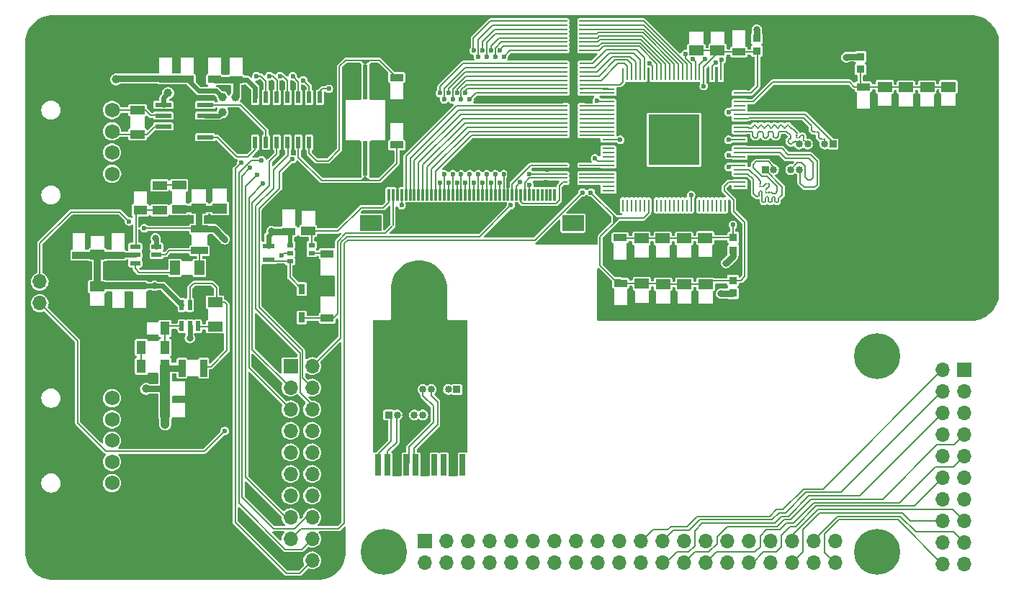
<source format=gtl>
%TF.GenerationSoftware,KiCad,Pcbnew,8.0.8*%
%TF.CreationDate,2025-02-15T01:08:23-07:00*%
%TF.ProjectId,ECE Capstone PCB Design,45434520-4361-4707-9374-6f6e65205043,rev?*%
%TF.SameCoordinates,Original*%
%TF.FileFunction,Copper,L1,Top*%
%TF.FilePolarity,Positive*%
%FSLAX46Y46*%
G04 Gerber Fmt 4.6, Leading zero omitted, Abs format (unit mm)*
G04 Created by KiCad (PCBNEW 8.0.8) date 2025-02-15 01:08:23*
%MOMM*%
%LPD*%
G01*
G04 APERTURE LIST*
G04 Aperture macros list*
%AMRoundRect*
0 Rectangle with rounded corners*
0 $1 Rounding radius*
0 $2 $3 $4 $5 $6 $7 $8 $9 X,Y pos of 4 corners*
0 Add a 4 corners polygon primitive as box body*
4,1,4,$2,$3,$4,$5,$6,$7,$8,$9,$2,$3,0*
0 Add four circle primitives for the rounded corners*
1,1,$1+$1,$2,$3*
1,1,$1+$1,$4,$5*
1,1,$1+$1,$6,$7*
1,1,$1+$1,$8,$9*
0 Add four rect primitives between the rounded corners*
20,1,$1+$1,$2,$3,$4,$5,0*
20,1,$1+$1,$4,$5,$6,$7,0*
20,1,$1+$1,$6,$7,$8,$9,0*
20,1,$1+$1,$8,$9,$2,$3,0*%
G04 Aperture macros list end*
%TA.AperFunction,Conductor*%
%ADD10C,0.200000*%
%TD*%
%TA.AperFunction,ComponentPad*%
%ADD11C,5.400000*%
%TD*%
%TA.AperFunction,ComponentPad*%
%ADD12C,1.752600*%
%TD*%
%TA.AperFunction,ComponentPad*%
%ADD13R,1.700000X1.700000*%
%TD*%
%TA.AperFunction,ComponentPad*%
%ADD14O,1.700000X1.700000*%
%TD*%
%TA.AperFunction,SMDPad,CuDef*%
%ADD15R,0.800001X0.549999*%
%TD*%
%TA.AperFunction,SMDPad,CuDef*%
%ADD16R,1.752600X1.168400*%
%TD*%
%TA.AperFunction,SMDPad,CuDef*%
%ADD17R,1.447800X0.609600*%
%TD*%
%TA.AperFunction,SMDPad,CuDef*%
%ADD18R,0.584200X0.203200*%
%TD*%
%TA.AperFunction,SMDPad,CuDef*%
%ADD19R,0.381000X1.346200*%
%TD*%
%TA.AperFunction,SMDPad,CuDef*%
%ADD20R,2.540000X1.854200*%
%TD*%
%TA.AperFunction,SMDPad,CuDef*%
%ADD21R,1.168400X1.803400*%
%TD*%
%TA.AperFunction,SMDPad,CuDef*%
%ADD22R,1.600000X0.855600*%
%TD*%
%TA.AperFunction,SMDPad,CuDef*%
%ADD23R,1.117600X1.600200*%
%TD*%
%TA.AperFunction,SMDPad,CuDef*%
%ADD24R,1.803400X1.168400*%
%TD*%
%TA.AperFunction,SMDPad,CuDef*%
%ADD25RoundRect,0.073750X0.551250X0.221250X-0.551250X0.221250X-0.551250X-0.221250X0.551250X-0.221250X0*%
%TD*%
%TA.AperFunction,SMDPad,CuDef*%
%ADD26R,0.939800X0.965200*%
%TD*%
%TA.AperFunction,SMDPad,CuDef*%
%ADD27R,2.006600X0.850900*%
%TD*%
%TA.AperFunction,SMDPad,CuDef*%
%ADD28RoundRect,0.073750X-0.221250X0.551250X-0.221250X-0.551250X0.221250X-0.551250X0.221250X0.551250X0*%
%TD*%
%TA.AperFunction,SMDPad,CuDef*%
%ADD29R,0.279400X1.473200*%
%TD*%
%TA.AperFunction,SMDPad,CuDef*%
%ADD30R,1.473200X0.279400*%
%TD*%
%TA.AperFunction,SMDPad,CuDef*%
%ADD31R,5.994400X5.994400*%
%TD*%
%TA.AperFunction,SMDPad,CuDef*%
%ADD32R,1.701800X1.016000*%
%TD*%
%TA.AperFunction,SMDPad,CuDef*%
%ADD33R,1.752600X1.016000*%
%TD*%
%TA.AperFunction,SMDPad,CuDef*%
%ADD34R,1.600200X1.117600*%
%TD*%
%TA.AperFunction,SMDPad,CuDef*%
%ADD35R,0.609600X4.114800*%
%TD*%
%TA.AperFunction,SMDPad,CuDef*%
%ADD36R,1.981200X0.558800*%
%TD*%
%TA.AperFunction,SMDPad,CuDef*%
%ADD37R,0.558800X1.397000*%
%TD*%
%TA.AperFunction,SMDPad,CuDef*%
%ADD38R,1.168400X1.752600*%
%TD*%
%TA.AperFunction,SMDPad,CuDef*%
%ADD39R,1.720000X1.050000*%
%TD*%
%TA.AperFunction,ComponentPad*%
%ADD40R,0.850000X0.850000*%
%TD*%
%TA.AperFunction,ComponentPad*%
%ADD41O,0.850000X0.850000*%
%TD*%
%TA.AperFunction,SMDPad,CuDef*%
%ADD42R,0.850900X2.006600*%
%TD*%
%TA.AperFunction,SMDPad,CuDef*%
%ADD43R,0.762000X1.219200*%
%TD*%
%TA.AperFunction,SMDPad,CuDef*%
%ADD44R,0.750000X2.500000*%
%TD*%
%TA.AperFunction,ViaPad*%
%ADD45C,0.600000*%
%TD*%
%TA.AperFunction,ViaPad*%
%ADD46C,0.800000*%
%TD*%
%TA.AperFunction,ViaPad*%
%ADD47C,1.000000*%
%TD*%
%TA.AperFunction,Conductor*%
%ADD48C,0.558800*%
%TD*%
%TA.AperFunction,Conductor*%
%ADD49C,0.750000*%
%TD*%
%TA.AperFunction,Conductor*%
%ADD50C,1.168400*%
%TD*%
%TA.AperFunction,Conductor*%
%ADD51C,0.800000*%
%TD*%
%TA.AperFunction,Conductor*%
%ADD52C,1.000000*%
%TD*%
%TA.AperFunction,Conductor*%
%ADD53C,0.590000*%
%TD*%
%TA.AperFunction,Conductor*%
%ADD54C,0.855600*%
%TD*%
%TA.AperFunction,Conductor*%
%ADD55C,0.600000*%
%TD*%
%TA.AperFunction,Conductor*%
%ADD56C,0.549999*%
%TD*%
G04 APERTURE END LIST*
D10*
%TO.N,Net-(U1-OSC1)*%
X162800000Y-53100000D02*
X162350000Y-52650000D01*
X163300000Y-52650000D01*
X162800000Y-53100000D01*
%TA.AperFunction,Conductor*%
G36*
X162800000Y-53100000D02*
G01*
X162350000Y-52650000D01*
X163300000Y-52650000D01*
X162800000Y-53100000D01*
G37*
%TD.AperFunction*%
%TO.N,Net-(U1-OSC2)*%
X163265279Y-66790051D02*
X162315279Y-66790051D01*
X162800000Y-66360051D01*
X163265279Y-66790051D01*
%TA.AperFunction,Conductor*%
G36*
X163265279Y-66790051D02*
G01*
X162315279Y-66790051D01*
X162800000Y-66360051D01*
X163265279Y-66790051D01*
G37*
%TD.AperFunction*%
%TO.N,Net-(U3-OVDD)*%
X192300000Y-71500000D02*
X192300000Y-71200000D01*
X192600000Y-71200000D01*
X192300000Y-71500000D01*
%TA.AperFunction,Conductor*%
G36*
X192300000Y-71500000D02*
G01*
X192300000Y-71200000D01*
X192600000Y-71200000D01*
X192300000Y-71500000D01*
G37*
%TD.AperFunction*%
X192200000Y-71100000D02*
X192200000Y-71600000D01*
X192000000Y-71800000D01*
X192000000Y-70900000D01*
X192200000Y-71100000D01*
%TA.AperFunction,Conductor*%
G36*
X192200000Y-71100000D02*
G01*
X192200000Y-71600000D01*
X192000000Y-71800000D01*
X192000000Y-70900000D01*
X192200000Y-71100000D01*
G37*
%TD.AperFunction*%
%TD*%
D11*
%TO.P,,1*%
%TO.N,N/C*%
X164950000Y-110450000D03*
%TD*%
%TO.P,,1*%
%TO.N,N/C*%
X222975000Y-87450000D03*
%TD*%
%TO.P,,1*%
%TO.N,N/C*%
X222950000Y-110450000D03*
%TD*%
D12*
%TO.P,J2,1,1*%
%TO.N,BT4*%
X133000000Y-102400000D03*
%TO.P,J2,2,2*%
%TO.N,BT3*%
X133000000Y-99900000D03*
%TO.P,J2,3,3*%
%TO.N,BT2*%
X133000000Y-97400000D03*
%TO.P,J2,4,4*%
%TO.N,BT1*%
X133000000Y-94900000D03*
%TO.P,J2,5,5*%
%TO.N,BT0*%
X133000000Y-92400000D03*
%TD*%
D13*
%TO.P,REF\u002A\u002A,1*%
%TO.N,+5V*%
X154000000Y-88640000D03*
D14*
%TO.P,REF\u002A\u002A,2*%
%TO.N,/PWRON_D*%
X156540000Y-88640000D03*
%TO.P,REF\u002A\u002A,3*%
%TO.N,/Rasberry PI (clock output)*%
X154000000Y-91180000D03*
%TO.P,REF\u002A\u002A,4*%
%TO.N,/Rasberry PI (RX interupt active low)*%
X156540000Y-91180000D03*
%TO.P,REF\u002A\u002A,5*%
%TO.N,/Rasberry PI (TX interupt active low)*%
X154000000Y-93720000D03*
%TO.P,REF\u002A\u002A,6*%
%TO.N,/Rasberry PI (interupt active low)*%
X156540000Y-93720000D03*
%TO.P,REF\u002A\u002A,7*%
%TO.N,Net-(J3-Pad5)*%
X154000000Y-96260000D03*
%TO.P,REF\u002A\u002A,8*%
%TO.N,BT0*%
X156540000Y-96260000D03*
%TO.P,REF\u002A\u002A,9*%
%TO.N,BT1*%
X154000000Y-98800000D03*
%TO.P,REF\u002A\u002A,10*%
%TO.N,BT2*%
X156540000Y-98800000D03*
%TO.P,REF\u002A\u002A,11*%
%TO.N,BT3*%
X154000000Y-101340000D03*
%TO.P,REF\u002A\u002A,12*%
%TO.N,BT4*%
X156540000Y-101340000D03*
%TO.P,REF\u002A\u002A,13*%
%TO.N,/PWM*%
X154000000Y-103880000D03*
%TO.P,REF\u002A\u002A,14*%
%TO.N,N/C*%
X156540000Y-103880000D03*
%TO.P,REF\u002A\u002A,15*%
%TO.N,/Rasberry PI (SPI input)*%
X154000000Y-106420000D03*
%TO.P,REF\u002A\u002A,16*%
%TO.N,/Rasberry PI (chip select)*%
X156540000Y-106420000D03*
%TO.P,REF\u002A\u002A,17*%
%TO.N,/PWRON*%
X154000000Y-108960000D03*
%TO.P,REF\u002A\u002A,18*%
%TO.N,/Rasberry PI (SPI output)*%
X156540000Y-108960000D03*
%TO.P,REF\u002A\u002A,19*%
%TO.N,/GND*%
X154000000Y-111500000D03*
%TO.P,REF\u002A\u002A,20*%
%TO.N,/Rasberry PI (SPI clock input)*%
X156540000Y-111500000D03*
%TD*%
D15*
%TO.P,U6,1,VIN*%
%TO.N,12V*%
X153924999Y-74377800D03*
%TO.P,U6,2,CTRL*%
%TO.N,/PWM*%
X153924999Y-75327801D03*
%TO.P,U6,3,SW*%
%TO.N,Net-(D1-ANODE)*%
X153924999Y-76277799D03*
%TO.P,U6,4,GND*%
%TO.N,/GND*%
X156474999Y-76277799D03*
%TO.P,U6,5,COMP*%
%TO.N,Net-(U6-COMP)*%
X156474999Y-75327801D03*
%TO.P,U6,6,FB*%
%TO.N,/LEDK*%
X156474999Y-74377800D03*
%TD*%
D16*
%TO.P,C13,1*%
%TO.N,Net-(U3-DVDD)*%
X201700000Y-51500000D03*
%TO.P,C13,2*%
%TO.N,/GND*%
X201700000Y-48604400D03*
%TD*%
D17*
%TO.P,L3,1,1*%
%TO.N,Net-(D1-ANODE)*%
X151400000Y-76127901D03*
%TO.P,L3,2,2*%
%TO.N,12V*%
X151400000Y-74527701D03*
%TD*%
D18*
%TO.P,R11,1*%
%TO.N,/B7*%
X188200000Y-51500000D03*
%TO.P,R11,2*%
%TO.N,/B6*%
X188200000Y-51000001D03*
%TO.P,R11,3*%
%TO.N,/B5*%
X188200000Y-50500002D03*
%TO.P,R11,4*%
%TO.N,/B4*%
X188200000Y-50000001D03*
%TO.P,R11,5*%
%TO.N,/B3*%
X188200000Y-49500001D03*
%TO.P,R11,6*%
%TO.N,/B2*%
X188200000Y-49000000D03*
%TO.P,R11,7*%
%TO.N,/B1*%
X188200000Y-48500001D03*
%TO.P,R11,8*%
%TO.N,/B0*%
X188200000Y-48000002D03*
%TO.P,R11,9*%
%TO.N,BO0*%
X186269600Y-48000002D03*
%TO.P,R11,10*%
%TO.N,BO1*%
X186269600Y-48500001D03*
%TO.P,R11,11*%
%TO.N,BO2*%
X186269600Y-49000000D03*
%TO.P,R11,12*%
%TO.N,BO3*%
X186269600Y-49500001D03*
%TO.P,R11,13*%
%TO.N,BO4*%
X186269600Y-50000001D03*
%TO.P,R11,14*%
%TO.N,BO5*%
X186269600Y-50500002D03*
%TO.P,R11,15*%
%TO.N,BO6*%
X186269600Y-51000001D03*
%TO.P,R11,16*%
%TO.N,BO7*%
X186269600Y-51500000D03*
%TD*%
D19*
%TO.P,J3,1,1*%
%TO.N,/LEDK*%
X165553398Y-68463100D03*
%TO.P,J3,2,2*%
%TO.N,/LEDA*%
X166053524Y-68463100D03*
%TO.P,J3,3,3*%
%TO.N,/GND*%
X166553650Y-68463100D03*
%TO.P,J3,4,4*%
%TO.N,+3.3V*%
X167053776Y-68463100D03*
%TO.P,J3,5,5*%
%TO.N,/RO0*%
X167553902Y-68463100D03*
%TO.P,J3,6,6*%
%TO.N,RO1*%
X168054028Y-68463100D03*
%TO.P,J3,7,7*%
%TO.N,RO2*%
X168554154Y-68463100D03*
%TO.P,J3,8,8*%
%TO.N,RO3*%
X169054280Y-68463100D03*
%TO.P,J3,9,9*%
%TO.N,RO4*%
X169554406Y-68463100D03*
%TO.P,J3,10,10*%
%TO.N,RO5*%
X170054532Y-68463100D03*
%TO.P,J3,11,11*%
%TO.N,RO6*%
X170554658Y-68463100D03*
%TO.P,J3,12,12*%
%TO.N,RO7*%
X171054784Y-68463100D03*
%TO.P,J3,13,13*%
%TO.N,GO0*%
X171554910Y-68463100D03*
%TO.P,J3,14,14*%
%TO.N,GO1*%
X172055036Y-68463100D03*
%TO.P,J3,15,15*%
%TO.N,GO2*%
X172555162Y-68463100D03*
%TO.P,J3,16,16*%
%TO.N,GO3*%
X173055288Y-68463100D03*
%TO.P,J3,17,17*%
%TO.N,GO4*%
X173555414Y-68463100D03*
%TO.P,J3,18,18*%
%TO.N,GO5*%
X174055540Y-68463100D03*
%TO.P,J3,19,19*%
%TO.N,GO6*%
X174555666Y-68463100D03*
%TO.P,J3,20,20*%
%TO.N,GO7*%
X175055792Y-68463100D03*
%TO.P,J3,21,21*%
%TO.N,BO0*%
X175555918Y-68463100D03*
%TO.P,J3,22,22*%
%TO.N,BO1*%
X176056044Y-68463100D03*
%TO.P,J3,23,23*%
%TO.N,BO2*%
X176556170Y-68463100D03*
%TO.P,J3,24,24*%
%TO.N,BO3*%
X177056296Y-68463100D03*
%TO.P,J3,25,25*%
%TO.N,BO4*%
X177556422Y-68463100D03*
%TO.P,J3,26,26*%
%TO.N,BO5*%
X178056548Y-68463100D03*
%TO.P,J3,27,27*%
%TO.N,BO6*%
X178556674Y-68463100D03*
%TO.P,J3,28,28*%
%TO.N,BO7*%
X179056800Y-68463100D03*
%TO.P,J3,29,29*%
%TO.N,/GND*%
X179556926Y-68463100D03*
%TO.P,J3,30,30*%
%TO.N,PIXCLKOO*%
X180057052Y-68463100D03*
%TO.P,J3,31,31*%
%TO.N,/ACTIVE*%
X180557178Y-68463100D03*
%TO.P,J3,32,32*%
%TO.N,HSYNCO*%
X181057304Y-68463100D03*
%TO.P,J3,33,33*%
%TO.N,VSYNCO*%
X181557430Y-68463100D03*
%TO.P,J3,34,34*%
%TO.N,DISPENO*%
X182057556Y-68463100D03*
%TO.P,J3,35,35*%
%TO.N,unconnected-(J3-Pad35)*%
X182557682Y-68463100D03*
%TO.P,J3,36,36*%
%TO.N,unconnected-(J3-Pad36)*%
X183057808Y-68463100D03*
%TO.P,J3,37,37*%
%TO.N,unconnected-(J3-Pad37)*%
X183557934Y-68463100D03*
%TO.P,J3,38,38*%
%TO.N,unconnected-(J3-Pad38)*%
X184058060Y-68463100D03*
%TO.P,J3,39,39*%
%TO.N,unconnected-(J3-Pad39)*%
X184558186Y-68463100D03*
%TO.P,J3,40,40*%
%TO.N,unconnected-(J3-Pad40)*%
X185058312Y-68463100D03*
D20*
%TO.P,J3,41*%
%TO.N,N/C*%
X163405856Y-71813101D03*
%TO.P,J3,42*%
X187205854Y-71813101D03*
%TD*%
D21*
%TO.P,C31,1*%
%TO.N,+5V*%
X139253600Y-93800000D03*
%TO.P,C31,2*%
%TO.N,/GND*%
X142200000Y-93800000D03*
%TD*%
D22*
%TO.P,C23,1*%
%TO.N,Net-(U3-AVDD)*%
X192750000Y-73524399D03*
%TO.P,C23,2*%
%TO.N,/GND*%
X192750000Y-76580001D03*
%TD*%
D16*
%TO.P,C12,1*%
%TO.N,Net-(U3-PVDD)*%
X228852200Y-55804400D03*
%TO.P,C12,2*%
%TO.N,/GND*%
X228852200Y-58700000D03*
%TD*%
D22*
%TO.P,C1,1*%
%TO.N,/GND*%
X166490000Y-59552199D03*
%TO.P,C1,2*%
%TO.N,Net-(U1-OSC2)*%
X166490000Y-62607801D03*
%TD*%
D16*
%TO.P,C17,1*%
%TO.N,Net-(U3-DVDD)*%
X204200000Y-51500000D03*
%TO.P,C17,2*%
%TO.N,/GND*%
X204200000Y-48604400D03*
%TD*%
D22*
%TO.P,C21,1*%
%TO.N,Net-(U3-DVDD)*%
X206700000Y-51660002D03*
%TO.P,C21,2*%
%TO.N,/GND*%
X206700000Y-48604400D03*
%TD*%
D23*
%TO.P,R6,1*%
%TO.N,Net-(R5-Pad2)*%
X136456800Y-86430000D03*
%TO.P,R6,2*%
%TO.N,Net-(U5-VFB)*%
X139250800Y-86430000D03*
%TD*%
D24*
%TO.P,C25,1*%
%TO.N,/GND*%
X143200000Y-67153600D03*
%TO.P,C25,2*%
%TO.N,+3.3V*%
X143200000Y-70100000D03*
%TD*%
D25*
%TO.P,U7,1,GND*%
%TO.N,/GND*%
X138246400Y-76511900D03*
%TO.P,U7,2,SW*%
%TO.N,Net-(U7-SW)*%
X138246400Y-75561900D03*
%TO.P,U7,3,VIN*%
%TO.N,7V*%
X138246400Y-74611900D03*
%TO.P,U7,4,VFB*%
%TO.N,Net-(U7-VFB)*%
X135736400Y-74611900D03*
%TO.P,U7,5,EN*%
%TO.N,7V*%
X135736400Y-75561900D03*
%TO.P,U7,6,VBST*%
%TO.N,Net-(U7-VBST)*%
X135736400Y-76511900D03*
%TD*%
D16*
%TO.P,C36,1*%
%TO.N,Net-(U5-SW)*%
X145106800Y-81104400D03*
%TO.P,C36,2*%
%TO.N,Net-(U5-VBST)*%
X145106800Y-84000000D03*
%TD*%
D22*
%TO.P,C22,1*%
%TO.N,Net-(U3-OVDD)*%
X192800000Y-78867799D03*
%TO.P,C22,2*%
%TO.N,/GND*%
X192800000Y-81923401D03*
%TD*%
D16*
%TO.P,C16,1*%
%TO.N,Net-(U3-PVDD)*%
X226352200Y-55804400D03*
%TO.P,C16,2*%
%TO.N,/GND*%
X226352200Y-58700000D03*
%TD*%
D26*
%TO.P,FB1,1,1*%
%TO.N,+3.3V*%
X206000000Y-80049300D03*
%TO.P,FB1,2,2*%
%TO.N,Net-(U3-OVDD)*%
X206000000Y-78550700D03*
%TD*%
D27*
%TO.P,L1,1,1*%
%TO.N,+3.3V*%
X143291400Y-72496850D03*
%TO.P,L1,2,2*%
%TO.N,Net-(U7-SW)*%
X143291400Y-75049550D03*
%TD*%
D28*
%TO.P,U5,1,GND*%
%TO.N,/GND*%
X143099800Y-81430000D03*
%TO.P,U5,2,SW*%
%TO.N,Net-(U5-SW)*%
X142149800Y-81430000D03*
%TO.P,U5,3,VIN*%
%TO.N,7V*%
X141199800Y-81430000D03*
%TO.P,U5,4,VFB*%
%TO.N,Net-(U5-VFB)*%
X141199800Y-83940000D03*
%TO.P,U5,5,EN*%
%TO.N,7V*%
X142149800Y-83940000D03*
%TO.P,U5,6,VBST*%
%TO.N,Net-(U5-VBST)*%
X143099800Y-83940000D03*
%TD*%
D16*
%TO.P,C35,1*%
%TO.N,/GND*%
X131250000Y-82169999D03*
%TO.P,C35,2*%
%TO.N,7V*%
X131250000Y-79274399D03*
%TD*%
D22*
%TO.P,C6,1*%
%TO.N,+5V*%
X139330000Y-54857801D03*
%TO.P,C6,2*%
%TO.N,/GND*%
X139330000Y-51802199D03*
%TD*%
D29*
%TO.P,U3,1,DFO*%
%TO.N,/GND*%
X205078400Y-54278400D03*
%TO.P,U3,2,~PD*%
%TO.N,/PWRON*%
X204578400Y-54278400D03*
%TO.P,U3,3,ST*%
%TO.N,/GND*%
X204082200Y-54278400D03*
%TO.P,U3,4,PIXS*%
%TO.N,+3.3V*%
X203574200Y-54278400D03*
%TO.P,U3,5,GND*%
%TO.N,/GND*%
X203078400Y-54278400D03*
%TO.P,U3,6,DVDD_3*%
%TO.N,Net-(U3-DVDD)*%
X202578400Y-54278400D03*
%TO.P,U3,7,~STAG*%
%TO.N,+3.3V*%
X202075600Y-54278400D03*
%TO.P,U3,8,SCDT*%
%TO.N,/ACTIVE*%
X201578400Y-54278400D03*
%TO.P,U3,9,~PDO*%
%TO.N,/PWRON_D*%
X201078400Y-54278400D03*
%TO.P,U3,10,QE0*%
%TO.N,/B0*%
X200577000Y-54278400D03*
%TO.P,U3,11,QE1*%
%TO.N,/B1*%
X200069000Y-54278400D03*
%TO.P,U3,12,QE2*%
%TO.N,/B2*%
X199578400Y-54278400D03*
%TO.P,U3,13,QE3*%
%TO.N,/B3*%
X199078400Y-54278400D03*
%TO.P,U3,14,QE4*%
%TO.N,/B4*%
X198570400Y-54278400D03*
%TO.P,U3,15,QE5*%
%TO.N,/B5*%
X198078400Y-54278400D03*
%TO.P,U3,16,QE6*%
%TO.N,/B6*%
X197579800Y-54278400D03*
%TO.P,U3,17,QE7*%
%TO.N,/B7*%
X197071800Y-54278400D03*
%TO.P,U3,18,OVDD_5*%
%TO.N,Net-(U3-OVDD)*%
X196578400Y-54278400D03*
%TO.P,U3,19,OGND_3*%
%TO.N,/GND*%
X196081200Y-54278400D03*
%TO.P,U3,20,QE8*%
%TO.N,/G0*%
X195573200Y-54278400D03*
%TO.P,U3,21,QE9*%
%TO.N,/G1*%
X195078400Y-54278400D03*
%TO.P,U3,22,QE10*%
%TO.N,/G2*%
X194582600Y-54278400D03*
%TO.P,U3,23,QE11*%
%TO.N,/G3*%
X194074600Y-54278400D03*
%TO.P,U3,24,QE12*%
%TO.N,/G4*%
X193566600Y-54278400D03*
%TO.P,U3,25,QE13*%
%TO.N,/G5*%
X193078400Y-54278400D03*
D30*
%TO.P,U3,26,QE14*%
%TO.N,/G6*%
X191356800Y-56005600D03*
%TO.P,U3,27,QE15*%
%TO.N,/G7*%
X191356800Y-56500000D03*
%TO.P,U3,28,OGND_5*%
%TO.N,/GND*%
X191356800Y-56996200D03*
%TO.P,U3,29,OVDD_3*%
%TO.N,Net-(U3-OVDD)*%
X191356800Y-57504200D03*
%TO.P,U3,30,QE16*%
%TO.N,/R0*%
X191356800Y-58000000D03*
%TO.P,U3,31,QE17*%
%TO.N,/R1*%
X191356800Y-58494800D03*
%TO.P,U3,32,QE18*%
%TO.N,/R2*%
X191356800Y-59002800D03*
%TO.P,U3,33,QE19*%
%TO.N,/R3*%
X191356800Y-59510800D03*
%TO.P,U3,34,QE20*%
%TO.N,/R4*%
X191356800Y-60000000D03*
%TO.P,U3,35,QE21*%
%TO.N,/R5*%
X191356800Y-60501400D03*
%TO.P,U3,36,QE22*%
%TO.N,/R6*%
X191356800Y-61000000D03*
%TO.P,U3,37,QE23*%
%TO.N,/R7*%
X191356800Y-61500000D03*
%TO.P,U3,38,DVDD_2*%
%TO.N,Net-(U3-DVDD)*%
X191356800Y-62000000D03*
%TO.P,U3,39,GND_2*%
%TO.N,/GND*%
X191356800Y-62500000D03*
%TO.P,U3,40,CTL1*%
%TO.N,unconnected-(U3-CTL1-Pad40)*%
X191356800Y-63000000D03*
%TO.P,U3,41,CTL2*%
%TO.N,unconnected-(U3-CTL2-Pad41)*%
X191356800Y-63498600D03*
%TO.P,U3,42,CTL3*%
%TO.N,unconnected-(U3-CTL3-Pad42)*%
X191356800Y-64000000D03*
%TO.P,U3,43,OVDD_2*%
%TO.N,Net-(U3-OVDD)*%
X191356800Y-64500000D03*
%TO.P,U3,44,ODCK*%
%TO.N,/PIXCLK*%
X191356800Y-64997200D03*
%TO.P,U3,45,OGND*%
%TO.N,/GND*%
X191356800Y-65505200D03*
%TO.P,U3,46,DE*%
%TO.N,/DISPEN*%
X191356800Y-66000000D03*
%TO.P,U3,47,VSYNC*%
%TO.N,/VSYNC*%
X191356800Y-66495800D03*
%TO.P,U3,48,HSYNC*%
%TO.N,/HSYNC*%
X191356800Y-67003800D03*
%TO.P,U3,49,QO0*%
%TO.N,unconnected-(U3-QO0-Pad49)*%
X191356800Y-67500000D03*
%TO.P,U3,50,QO1*%
%TO.N,unconnected-(U3-QO1-Pad50)*%
X191356800Y-68000000D03*
D29*
%TO.P,U3,51,QO2*%
%TO.N,unconnected-(U3-QO2-Pad51)*%
X193084000Y-69721600D03*
%TO.P,U3,52,QO3*%
%TO.N,unconnected-(U3-QO3-Pad52)*%
X193578400Y-69721600D03*
%TO.P,U3,53,QO4*%
%TO.N,unconnected-(U3-QO4-Pad53)*%
X194074600Y-69721600D03*
%TO.P,U3,54,QO5*%
%TO.N,unconnected-(U3-QO5-Pad54)*%
X194582600Y-69721600D03*
%TO.P,U3,55,QO6*%
%TO.N,unconnected-(U3-QO6-Pad55)*%
X195078400Y-69721600D03*
%TO.P,U3,56,QO7*%
%TO.N,unconnected-(U3-QO7-Pad56)*%
X195578400Y-69721600D03*
%TO.P,U3,57,OVDD_4*%
%TO.N,Net-(U3-OVDD)*%
X196081200Y-69721600D03*
%TO.P,U3,58,OGND_2*%
%TO.N,/GND*%
X196578400Y-69721600D03*
%TO.P,U3,59,QO8*%
%TO.N,unconnected-(U3-QO8-Pad59)*%
X197078400Y-69721600D03*
%TO.P,U3,60,QO9*%
%TO.N,unconnected-(U3-QO9-Pad60)*%
X197579800Y-69721600D03*
%TO.P,U3,61,QO10*%
%TO.N,unconnected-(U3-QO10-Pad61)*%
X198078400Y-69721600D03*
%TO.P,U3,62,QO11*%
%TO.N,unconnected-(U3-QO11-Pad62)*%
X198578400Y-69721600D03*
%TO.P,U3,63,QO12*%
%TO.N,unconnected-(U3-QO12-Pad63)*%
X199078400Y-69721600D03*
%TO.P,U3,64,QO13*%
%TO.N,unconnected-(U3-QO13-Pad64)*%
X199578400Y-69721600D03*
%TO.P,U3,65,QO14*%
%TO.N,unconnected-(U3-QO14-Pad65)*%
X200078400Y-69721600D03*
%TO.P,U3,66,QO15*%
%TO.N,unconnected-(U3-QO15-Pad66)*%
X200577000Y-69721600D03*
%TO.P,U3,67,DVDD*%
%TO.N,Net-(U3-DVDD)*%
X201078400Y-69721600D03*
%TO.P,U3,68,GND_3*%
%TO.N,/GND*%
X201578400Y-69721600D03*
%TO.P,U3,69,QO16*%
%TO.N,unconnected-(U3-QO16-Pad69)*%
X202075600Y-69721600D03*
%TO.P,U3,70,QO17*%
%TO.N,unconnected-(U3-QO17-Pad70)*%
X202578400Y-69721600D03*
%TO.P,U3,71,QO18*%
%TO.N,unconnected-(U3-QO18-Pad71)*%
X203078400Y-69721600D03*
%TO.P,U3,72,QO19*%
%TO.N,unconnected-(U3-QO19-Pad72)*%
X203574200Y-69721600D03*
%TO.P,U3,73,QO20*%
%TO.N,unconnected-(U3-QO20-Pad73)*%
X204082200Y-69721600D03*
%TO.P,U3,74,QO21*%
%TO.N,unconnected-(U3-QO21-Pad74)*%
X204590200Y-69721600D03*
%TO.P,U3,75,QO22*%
%TO.N,unconnected-(U3-QO22-Pad75)*%
X205078400Y-69721600D03*
D30*
%TO.P,U3,76,OGND_4*%
%TO.N,/GND*%
X206800000Y-68000000D03*
%TO.P,U3,77,QO23*%
%TO.N,unconnected-(U3-QO23-Pad77)*%
X206800000Y-67500000D03*
%TO.P,U3,78,OVDD*%
%TO.N,Net-(U3-OVDD)*%
X206800000Y-67003800D03*
%TO.P,U3,79,AGND_2*%
%TO.N,/GND*%
X206800000Y-66495800D03*
%TO.P,U3,80,RX2+*%
%TO.N,Net-(U3-RX2+)*%
X206800000Y-66000000D03*
%TO.P,U3,81,RX2-*%
%TO.N,Net-(U3-RX2-)*%
X206800000Y-65500000D03*
%TO.P,U3,82,AVDD_2*%
%TO.N,Net-(U3-AVDD)*%
X206800000Y-64997200D03*
%TO.P,U3,83,AGND*%
%TO.N,/GND*%
X206800000Y-64500000D03*
%TO.P,U3,84,AVDD*%
%TO.N,Net-(U3-AVDD)*%
X206800000Y-64000000D03*
%TO.P,U3,85,RX1+*%
%TO.N,Net-(U3-RX1+)*%
X206800000Y-63498600D03*
%TO.P,U3,86,RX1-*%
%TO.N,Net-(U3-RX1-)*%
X206800000Y-63000000D03*
%TO.P,U3,87,AGND_5*%
%TO.N,/GND*%
X206800000Y-62500000D03*
%TO.P,U3,88,AVDD_3*%
%TO.N,Net-(U3-AVDD)*%
X206800000Y-62000000D03*
%TO.P,U3,89,AGND_3*%
%TO.N,/GND*%
X206800000Y-61500000D03*
%TO.P,U3,90,RX0+*%
%TO.N,Net-(U3-RX0+)*%
X206800000Y-61000000D03*
%TO.P,U3,91,RX0-*%
%TO.N,Net-(U3-RX0-)*%
X206800000Y-60501400D03*
%TO.P,U3,92,AGND_4*%
%TO.N,/GND*%
X206800000Y-60000000D03*
%TO.P,U3,93,RXC+*%
%TO.N,Net-(U3-RXC+)*%
X206800000Y-59500000D03*
%TO.P,U3,94,RXC-*%
%TO.N,Net-(U3-RXC-)*%
X206800000Y-59002800D03*
%TO.P,U3,95,AVDD_4*%
%TO.N,Net-(U3-AVDD)*%
X206800000Y-58500000D03*
%TO.P,U3,96,EXT_RES*%
%TO.N,unconnected-(U3-EXT_RES-Pad96)*%
X206800000Y-58000000D03*
%TO.P,U3,97,PVDD*%
%TO.N,Net-(U3-PVDD)*%
X206800000Y-57504200D03*
%TO.P,U3,98,PGND*%
%TO.N,/GND*%
X206800000Y-56996200D03*
%TO.P,U3,99,RSVD*%
%TO.N,Net-(U3-DVDD)*%
X206800000Y-56500000D03*
%TO.P,U3,100,OCK_INV*%
%TO.N,/GND*%
X206800000Y-56000000D03*
D31*
%TO.P,U3,101,EPAD*%
%TO.N,unconnected-(U3-EPAD-Pad101)*%
X199078400Y-62000000D03*
%TD*%
D18*
%TO.P,R10,1*%
%TO.N,/G7*%
X188250000Y-56500000D03*
%TO.P,R10,2*%
%TO.N,/G6*%
X188250000Y-56000001D03*
%TO.P,R10,3*%
%TO.N,/G5*%
X188250000Y-55500002D03*
%TO.P,R10,4*%
%TO.N,/G4*%
X188250000Y-55000001D03*
%TO.P,R10,5*%
%TO.N,/G3*%
X188250000Y-54500001D03*
%TO.P,R10,6*%
%TO.N,/G2*%
X188250000Y-54000000D03*
%TO.P,R10,7*%
%TO.N,/G1*%
X188250000Y-53500001D03*
%TO.P,R10,8*%
%TO.N,/G0*%
X188250000Y-53000002D03*
%TO.P,R10,9*%
%TO.N,GO0*%
X186319600Y-53000002D03*
%TO.P,R10,10*%
%TO.N,GO1*%
X186319600Y-53500001D03*
%TO.P,R10,11*%
%TO.N,GO2*%
X186319600Y-54000000D03*
%TO.P,R10,12*%
%TO.N,GO3*%
X186319600Y-54500001D03*
%TO.P,R10,13*%
%TO.N,GO4*%
X186319600Y-55000001D03*
%TO.P,R10,14*%
%TO.N,GO5*%
X186319600Y-55500002D03*
%TO.P,R10,15*%
%TO.N,GO6*%
X186319600Y-56000001D03*
%TO.P,R10,16*%
%TO.N,GO7*%
X186319600Y-56500000D03*
%TD*%
D13*
%TO.P,REF\u002A\u002A,1*%
%TO.N,/GND*%
X124500000Y-83775000D03*
D14*
%TO.P,REF\u002A\u002A,2*%
%TO.N,Net-(J3-Pad5)*%
X124500000Y-81235000D03*
%TO.P,REF\u002A\u002A,3*%
%TO.N,+3.3V*%
X124500000Y-78695000D03*
%TD*%
D11*
%TO.P,REF\u002A\u002A,1*%
%TO.N,/GND*%
X126100000Y-50600000D03*
%TD*%
D22*
%TO.P,C37,1*%
%TO.N,12V*%
X153800000Y-72783403D03*
%TO.P,C37,2*%
%TO.N,/GND*%
X153800000Y-69727801D03*
%TD*%
D16*
%TO.P,C20,1*%
%TO.N,Net-(U3-PVDD)*%
X223852200Y-55752200D03*
%TO.P,C20,2*%
%TO.N,/GND*%
X223852200Y-58647800D03*
%TD*%
%TO.P,C18,1*%
%TO.N,Net-(U3-OVDD)*%
X195300000Y-78947800D03*
%TO.P,C18,2*%
%TO.N,/GND*%
X195300000Y-81843400D03*
%TD*%
D12*
%TO.P,J1,1,1*%
%TO.N,/GND*%
X133000000Y-68500000D03*
%TO.P,J1,2,2*%
%TO.N,7V*%
X133000000Y-66000000D03*
%TO.P,J1,3,3*%
%TO.N,12V*%
X133000000Y-63500000D03*
%TO.P,J1,4,4*%
%TO.N,/CAN Bus connection H*%
X133000000Y-61000000D03*
%TO.P,J1,5,5*%
%TO.N,/CAN Bus connection L*%
X133000000Y-58500000D03*
%TD*%
D32*
%TO.P,R8,1*%
%TO.N,/LEDK*%
X156074999Y-72725599D03*
%TO.P,R8,2*%
%TO.N,/GND*%
X156074999Y-69829999D03*
%TD*%
D33*
%TO.P,R2,1*%
%TO.N,Net-(R2-Pad1)*%
X140890000Y-67345200D03*
%TO.P,R2,2*%
%TO.N,+3.3V*%
X140890000Y-70190000D03*
%TD*%
D34*
%TO.P,R4,1*%
%TO.N,Net-(U7-VFB)*%
X136340000Y-70266000D03*
%TO.P,R4,2*%
%TO.N,/GND*%
X136340000Y-67472000D03*
%TD*%
D16*
%TO.P,C11,1*%
%TO.N,Net-(U3-AVDD)*%
X200250000Y-73604400D03*
%TO.P,C11,2*%
%TO.N,/GND*%
X200250000Y-76500000D03*
%TD*%
D22*
%TO.P,C28,1*%
%TO.N,/GND*%
X129100000Y-72534099D03*
%TO.P,C28,2*%
%TO.N,7V*%
X129100000Y-75589701D03*
%TD*%
D18*
%TO.P,R9,1*%
%TO.N,/R7*%
X188250000Y-61500000D03*
%TO.P,R9,2*%
%TO.N,/R6*%
X188250000Y-61000001D03*
%TO.P,R9,3*%
%TO.N,/R5*%
X188250000Y-60500002D03*
%TO.P,R9,4*%
%TO.N,/R4*%
X188250000Y-60000001D03*
%TO.P,R9,5*%
%TO.N,/R3*%
X188250000Y-59500001D03*
%TO.P,R9,6*%
%TO.N,/R2*%
X188250000Y-59000000D03*
%TO.P,R9,7*%
%TO.N,/R1*%
X188250000Y-58500001D03*
%TO.P,R9,8*%
%TO.N,/R0*%
X188250000Y-58000002D03*
%TO.P,R9,9*%
%TO.N,/RO0*%
X186319600Y-58000002D03*
%TO.P,R9,10*%
%TO.N,RO1*%
X186319600Y-58500001D03*
%TO.P,R9,11*%
%TO.N,RO2*%
X186319600Y-59000000D03*
%TO.P,R9,12*%
%TO.N,RO3*%
X186319600Y-59500001D03*
%TO.P,R9,13*%
%TO.N,RO4*%
X186319600Y-60000001D03*
%TO.P,R9,14*%
%TO.N,RO5*%
X186319600Y-60500002D03*
%TO.P,R9,15*%
%TO.N,RO6*%
X186319600Y-61000001D03*
%TO.P,R9,16*%
%TO.N,RO7*%
X186319600Y-61500000D03*
%TD*%
D16*
%TO.P,C14,1*%
%TO.N,Net-(U3-OVDD)*%
X197800000Y-79000000D03*
%TO.P,C14,2*%
%TO.N,/GND*%
X197800000Y-81895600D03*
%TD*%
D35*
%TO.P,8MHz,1,1*%
%TO.N,Net-(U1-OSC2)*%
X162800000Y-64200000D03*
%TO.P,8MHz,2,2*%
%TO.N,Net-(U1-OSC1)*%
X162800000Y-55208400D03*
%TD*%
D33*
%TO.P,R1,1*%
%TO.N,/CAN Bus connection L*%
X136000000Y-58500000D03*
%TO.P,R1,2*%
%TO.N,/CAN Bus connection H*%
X136000000Y-61344800D03*
%TD*%
D14*
%TO.P,REF\u002A\u002A,40*%
%TO.N,D1_Raspberry_PI_(SPI_clock_input)*%
X218035026Y-111765000D03*
%TO.P,REF\u002A\u002A,39*%
%TO.N,D1GND*%
X218035026Y-109225000D03*
%TO.P,REF\u002A\u002A,38*%
%TO.N,D1_Raspberry_PI_(SPI_output)*%
X215495026Y-111765000D03*
%TO.P,REF\u002A\u002A,37*%
%TO.N,D1_PWRON*%
X215495026Y-109225000D03*
%TO.P,REF\u002A\u002A,36*%
%TO.N,D1_Raspberry_PI_(chip_select)*%
X212955026Y-111765000D03*
%TO.P,REF\u002A\u002A,35*%
%TO.N,D1_Raspberry_PI_(SPI_Input)*%
X212955026Y-109225000D03*
%TO.P,REF\u002A\u002A,34*%
%TO.N,D1GND*%
X210415026Y-111765000D03*
%TO.P,REF\u002A\u002A,33*%
%TO.N,D1_PWM*%
X210415026Y-109225000D03*
%TO.P,REF\u002A\u002A,32*%
%TO.N,D1_BTN4*%
X207875026Y-111765000D03*
%TO.P,REF\u002A\u002A,31*%
%TO.N,D1_BTN3*%
X207875026Y-109225000D03*
%TO.P,REF\u002A\u002A,30*%
%TO.N,D1GND*%
X205335026Y-111765000D03*
%TO.P,REF\u002A\u002A,29*%
%TO.N,D1_BTN2*%
X205335026Y-109225000D03*
%TO.P,REF\u002A\u002A,28*%
%TO.N,D1_BTN1*%
X202795026Y-111765000D03*
%TO.P,REF\u002A\u002A,27*%
%TO.N,D1_BTN0*%
X202795026Y-109225000D03*
%TO.P,REF\u002A\u002A,26*%
%TO.N,D1_Dev_pin*%
X200255026Y-111765000D03*
%TO.P,REF\u002A\u002A,25*%
%TO.N,D1GND*%
X200255026Y-109225000D03*
%TO.P,REF\u002A\u002A,24*%
%TO.N,D1_Raspberry_PI_(interupt_active_low)*%
X197715026Y-111765000D03*
%TO.P,REF\u002A\u002A,23*%
%TO.N,D1_Raspberry_PI_(RX_interupt_active_low)*%
X197715026Y-109225000D03*
%TO.P,REF\u002A\u002A,22*%
%TO.N,D1_Raspberry_PI_(TX_interupt_active_low)*%
X195175026Y-111765000D03*
%TO.P,REF\u002A\u002A,21*%
%TO.N,D1PWRON_D*%
X195175026Y-109225000D03*
%TO.P,REF\u002A\u002A,20*%
%TO.N,D1GND*%
X192635026Y-111765000D03*
%TO.P,REF\u002A\u002A,19*%
%TO.N,D1_Raspberry_PI_(clock_output)*%
X192635026Y-109225000D03*
%TO.P,REF\u002A\u002A,18*%
%TO.N,N/C*%
X190095026Y-111765000D03*
%TO.P,REF\u002A\u002A,17*%
X190095026Y-109225000D03*
%TO.P,REF\u002A\u002A,16*%
X187555026Y-111765000D03*
%TO.P,REF\u002A\u002A,15*%
X187555026Y-109225000D03*
%TO.P,REF\u002A\u002A,14*%
%TO.N,D1GND*%
X185015026Y-111765000D03*
%TO.P,REF\u002A\u002A,13*%
%TO.N,N/C*%
X185015026Y-109225000D03*
%TO.P,REF\u002A\u002A,12*%
X182475026Y-111765000D03*
%TO.P,REF\u002A\u002A,11*%
X182475026Y-109225000D03*
%TO.P,REF\u002A\u002A,10*%
X179935026Y-111765000D03*
%TO.P,REF\u002A\u002A,9*%
%TO.N,D1GND*%
X179935026Y-109225000D03*
%TO.P,REF\u002A\u002A,8*%
%TO.N,N/C*%
X177395026Y-111765000D03*
%TO.P,REF\u002A\u002A,7*%
X177395026Y-109225000D03*
%TO.P,REF\u002A\u002A,6*%
%TO.N,D1GND*%
X174855026Y-111765000D03*
%TO.P,REF\u002A\u002A,5*%
%TO.N,N/C*%
X174855026Y-109225000D03*
%TO.P,REF\u002A\u002A,4*%
%TO.N,D1+5V*%
X172315026Y-111765000D03*
%TO.P,REF\u002A\u002A,3*%
%TO.N,N/C*%
X172315026Y-109225000D03*
%TO.P,REF\u002A\u002A,2*%
%TO.N,D1+5V*%
X169775026Y-111765000D03*
D13*
%TO.P,REF\u002A\u002A,1*%
%TO.N,N/C*%
X169775026Y-109225000D03*
%TD*%
D23*
%TO.P,R5,1*%
%TO.N,+5V*%
X139250800Y-88650000D03*
%TO.P,R5,2*%
%TO.N,Net-(R5-Pad2)*%
X136456800Y-88650000D03*
%TD*%
D24*
%TO.P,C27,1*%
%TO.N,/GND*%
X145673200Y-67126800D03*
%TO.P,C27,2*%
%TO.N,+3.3V*%
X145673200Y-70073200D03*
%TD*%
D23*
%TO.P,R7,1*%
%TO.N,Net-(U5-VFB)*%
X139247800Y-84190000D03*
%TO.P,R7,2*%
%TO.N,/GND*%
X136453800Y-84190000D03*
%TD*%
D22*
%TO.P,C4,1*%
%TO.N,+3.3V*%
X147580000Y-54930000D03*
%TO.P,C4,2*%
%TO.N,/GND*%
X147580000Y-51874398D03*
%TD*%
D36*
%TO.P,U2,1,TXD*%
%TO.N,/TX*%
X143963800Y-61705000D03*
%TO.P,U2,2,VSS*%
%TO.N,/GND*%
X143963800Y-60435000D03*
%TO.P,U2,3,VDD*%
%TO.N,+5V*%
X143963800Y-59165000D03*
%TO.P,U2,4,RXD*%
%TO.N,/RX*%
X143963800Y-57895000D03*
%TO.P,U2,5,VIO*%
%TO.N,+3.3V*%
X139036200Y-57895000D03*
%TO.P,U2,6,CANL*%
%TO.N,/CAN Bus connection L*%
X139036200Y-59165000D03*
%TO.P,U2,7,CANH*%
%TO.N,/CAN Bus connection H*%
X139036200Y-60435000D03*
%TO.P,U2,8,STBY*%
%TO.N,/GND*%
X139036200Y-61705000D03*
%TD*%
D16*
%TO.P,C9,1*%
%TO.N,Net-(U3-PVDD)*%
X231352200Y-55752200D03*
%TO.P,C9,2*%
%TO.N,/GND*%
X231352200Y-58647800D03*
%TD*%
D11*
%TO.P,REF\u002A\u002A,1*%
%TO.N,/GND*%
X234000000Y-50500000D03*
%TD*%
D21*
%TO.P,C33,1*%
%TO.N,+5V*%
X139253600Y-91300000D03*
%TO.P,C33,2*%
%TO.N,/GND*%
X142200000Y-91300000D03*
%TD*%
D22*
%TO.P,C24,1*%
%TO.N,Net-(U3-PVDD)*%
X221352200Y-55752200D03*
%TO.P,C24,2*%
%TO.N,/GND*%
X221352200Y-58807802D03*
%TD*%
%TO.P,C2,1*%
%TO.N,/GND*%
X166460000Y-57707801D03*
%TO.P,C2,2*%
%TO.N,Net-(U1-OSC1)*%
X166460000Y-54652199D03*
%TD*%
D16*
%TO.P,C19,1*%
%TO.N,Net-(U3-AVDD)*%
X195250000Y-73604400D03*
%TO.P,C19,2*%
%TO.N,/GND*%
X195250000Y-76500000D03*
%TD*%
D26*
%TO.P,FB,1,1*%
%TO.N,+3.3V*%
X221000000Y-52201400D03*
%TO.P,FB,2,2*%
%TO.N,Net-(U3-PVDD)*%
X221000000Y-53700000D03*
%TD*%
%TO.P,FB4,1,1*%
%TO.N,+3.3V*%
X208800000Y-50061402D03*
%TO.P,FB4,2,2*%
%TO.N,Net-(U3-DVDD)*%
X208800000Y-51560002D03*
%TD*%
D11*
%TO.P,,1*%
%TO.N,/GND*%
X213400000Y-50600000D03*
%TD*%
D22*
%TO.P,C26,1*%
%TO.N,/GND*%
X133700000Y-72534099D03*
%TO.P,C26,2*%
%TO.N,7V*%
X133700000Y-75589701D03*
%TD*%
D37*
%TO.P,U1,1,TXCAN*%
%TO.N,/TX*%
X149830000Y-62300000D03*
%TO.P,U1,2,RXCAN*%
%TO.N,/RX*%
X151100000Y-62300000D03*
%TO.P,U1,3,CLKO/SOF*%
%TO.N,/Rasberry PI (clock output)*%
X152370000Y-62300000D03*
%TO.P,U1,4,\u002AINT*%
%TO.N,/Rasberry PI (interupt active low)*%
X153640000Y-62300000D03*
%TO.P,U1,5,OSC2*%
%TO.N,Net-(U1-OSC2)*%
X154910000Y-62300000D03*
%TO.P,U1,6,OSC1*%
%TO.N,Net-(U1-OSC1)*%
X156180000Y-62300000D03*
%TO.P,U1,7,VSS*%
%TO.N,/GND*%
X157450000Y-62300000D03*
%TO.P,U1,8,\u002AINT1/GPIO1*%
%TO.N,/Rasberry PI (TX interupt active low)*%
X157450000Y-56991400D03*
%TO.P,U1,9,\u002AINT0/GPIO0/XSTBY*%
%TO.N,/Rasberry PI (RX interupt active low)*%
X156180000Y-56991400D03*
%TO.P,U1,10,SCK*%
%TO.N,/Rasberry PI (SPI clock input)*%
X154910000Y-56991400D03*
%TO.P,U1,11,SDI*%
%TO.N,/Rasberry PI (SPI input)*%
X153640000Y-56991400D03*
%TO.P,U1,12,SDO*%
%TO.N,/Rasberry PI (SPI output)*%
X152370000Y-56991400D03*
%TO.P,U1,13,NCS*%
%TO.N,/Rasberry PI (chip select)*%
X151100000Y-56991400D03*
%TO.P,U1,14,VDD*%
%TO.N,+3.3V*%
X149830000Y-56991400D03*
%TD*%
D22*
%TO.P,C5,1*%
%TO.N,+5V*%
X141830000Y-54857801D03*
%TO.P,C5,2*%
%TO.N,/GND*%
X141830000Y-51802199D03*
%TD*%
D16*
%TO.P,C7,1*%
%TO.N,Net-(U3-OVDD)*%
X202800000Y-79000000D03*
%TO.P,C7,2*%
%TO.N,/GND*%
X202800000Y-81895600D03*
%TD*%
%TO.P,C15,1*%
%TO.N,Net-(U3-AVDD)*%
X197750000Y-73604400D03*
%TO.P,C15,2*%
%TO.N,/GND*%
X197750000Y-76500000D03*
%TD*%
%TO.P,C29,1*%
%TO.N,/GND*%
X131300000Y-72644300D03*
%TO.P,C29,2*%
%TO.N,7V*%
X131300000Y-75539900D03*
%TD*%
D14*
%TO.P,REF\u002A\u002A,20*%
%TO.N,D1_Raspberry_PI_(SPI_clock_input)*%
X230660126Y-111950000D03*
%TO.P,REF\u002A\u002A,19*%
%TO.N,D1GND*%
X233200126Y-111950000D03*
%TO.P,REF\u002A\u002A,18*%
%TO.N,D1_Raspberry_PI_(SPI_output)*%
X230660126Y-109410000D03*
%TO.P,REF\u002A\u002A,17*%
%TO.N,D1_PWRON*%
X233200126Y-109410000D03*
%TO.P,REF\u002A\u002A,16*%
%TO.N,D1_Raspberry_PI_(chip_select)*%
X230660126Y-106870000D03*
%TO.P,REF\u002A\u002A,15*%
%TO.N,D1_Raspberry_PI_(SPI_Input)*%
X233200126Y-106870000D03*
%TO.P,REF\u002A\u002A,14*%
%TO.N,N/C*%
X230660126Y-104330000D03*
%TO.P,REF\u002A\u002A,13*%
%TO.N,D1_PWM*%
X233200126Y-104330000D03*
%TO.P,REF\u002A\u002A,12*%
%TO.N,D1_BTN4*%
X230660126Y-101790000D03*
%TO.P,REF\u002A\u002A,11*%
%TO.N,D1_BTN3*%
X233200126Y-101790000D03*
%TO.P,REF\u002A\u002A,10*%
%TO.N,D1_BTN2*%
X230660126Y-99250000D03*
%TO.P,REF\u002A\u002A,9*%
%TO.N,D1_BTN1*%
X233200126Y-99250000D03*
%TO.P,REF\u002A\u002A,8*%
%TO.N,D1_BTN0*%
X230660126Y-96710000D03*
%TO.P,REF\u002A\u002A,7*%
%TO.N,D1_Dev_pin*%
X233200126Y-96710000D03*
%TO.P,REF\u002A\u002A,6*%
%TO.N,D1_Raspberry_PI_(interupt_active_low)*%
X230660126Y-94170000D03*
%TO.P,REF\u002A\u002A,5*%
%TO.N,D1_Raspberry_PI_(TX_interupt_active_low)*%
X233200126Y-94170000D03*
%TO.P,REF\u002A\u002A,4*%
%TO.N,D1_Raspberry_PI_(RX_interupt_active_low)*%
X230660126Y-91630000D03*
%TO.P,REF\u002A\u002A,3*%
%TO.N,D1_Raspberry_PI_(clock_output)*%
X233200126Y-91630000D03*
%TO.P,REF\u002A\u002A,2*%
%TO.N,D1PWRON_D*%
X230660126Y-89090000D03*
D13*
%TO.P,REF\u002A\u002A,1*%
%TO.N,D1+5V*%
X233200126Y-89090000D03*
%TD*%
D38*
%TO.P,C30,1*%
%TO.N,Net-(U7-SW)*%
X143291400Y-77073200D03*
%TO.P,C30,2*%
%TO.N,Net-(U7-VBST)*%
X140395800Y-77073200D03*
%TD*%
D22*
%TO.P,C39,1*%
%TO.N,/LEDA*%
X158300000Y-82983403D03*
%TO.P,C39,2*%
%TO.N,/GND*%
X158300000Y-79927801D03*
%TD*%
%TO.P,C32,1*%
%TO.N,/GND*%
X136250000Y-82250000D03*
%TO.P,C32,2*%
%TO.N,7V*%
X136250000Y-79194398D03*
%TD*%
%TO.P,C3,1*%
%TO.N,+3.3V*%
X145052199Y-54902199D03*
%TO.P,C3,2*%
%TO.N,/GND*%
X145052199Y-51846597D03*
%TD*%
D16*
%TO.P,C10,1*%
%TO.N,Net-(U3-OVDD)*%
X200300000Y-79000000D03*
%TO.P,C10,2*%
%TO.N,/GND*%
X200300000Y-81895600D03*
%TD*%
D11*
%TO.P,REF\u002A\u002A,1*%
%TO.N,/GND*%
X126000000Y-110500000D03*
%TD*%
D26*
%TO.P,FB2,1,1*%
%TO.N,+3.3V*%
X206050000Y-74999300D03*
%TO.P,FB2,2,2*%
%TO.N,Net-(U3-AVDD)*%
X206050000Y-73500700D03*
%TD*%
D22*
%TO.P,C34,1*%
%TO.N,/GND*%
X133750000Y-82250000D03*
%TO.P,C34,2*%
%TO.N,7V*%
X133750000Y-79194398D03*
%TD*%
%TO.P,C38,1*%
%TO.N,Net-(U6-COMP)*%
X158300000Y-75400000D03*
%TO.P,C38,2*%
%TO.N,/GND*%
X158300000Y-78455602D03*
%TD*%
D16*
%TO.P,C8,1*%
%TO.N,Net-(U3-AVDD)*%
X202750000Y-73552200D03*
%TO.P,C8,2*%
%TO.N,/GND*%
X202750000Y-76447800D03*
%TD*%
D39*
%TO.P,R3,1*%
%TO.N,Net-(U7-VFB)*%
X138590000Y-70305200D03*
%TO.P,R3,2*%
%TO.N,Net-(R2-Pad1)*%
X138590000Y-67385200D03*
%TD*%
D40*
%TO.P,REF\u002A\u002A,1*%
%TO.N,Net-(U3-RXC-)*%
X217800000Y-62500000D03*
D41*
%TO.P,REF\u002A\u002A,2*%
%TO.N,Net-(U3-RXC+)*%
X216800000Y-62500000D03*
%TO.P,REF\u002A\u002A,3*%
%TO.N,/GND*%
X215800000Y-62500000D03*
%TO.P,REF\u002A\u002A,4*%
%TO.N,Net-(U3-RX0-)*%
X214800000Y-62500000D03*
%TO.P,REF\u002A\u002A,5*%
%TO.N,Net-(U3-RX0+)*%
X213800000Y-62500000D03*
%TD*%
D42*
%TO.P,L2,1,1*%
%TO.N,+5V*%
X141223650Y-88860000D03*
%TO.P,L2,2,2*%
%TO.N,Net-(U5-SW)*%
X143776350Y-88860000D03*
%TD*%
D18*
%TO.P,R12,1*%
%TO.N,/HSYNC*%
X188200000Y-67000000D03*
%TO.P,R12,2*%
%TO.N,/VSYNC*%
X188200000Y-66500001D03*
%TO.P,R12,3*%
%TO.N,/DISPEN*%
X188200000Y-66000002D03*
%TO.P,R12,4*%
%TO.N,/GND*%
X188200000Y-65500001D03*
%TO.P,R12,5*%
%TO.N,/PIXCLK*%
X188200000Y-65000001D03*
%TO.P,R12,6*%
%TO.N,/GND*%
X188200000Y-64500000D03*
%TO.P,R12,7*%
X188200000Y-64000001D03*
%TO.P,R12,8*%
X188200000Y-63500002D03*
%TO.P,R12,9*%
X186269600Y-63500002D03*
%TO.P,R12,10*%
X186269600Y-64000001D03*
%TO.P,R12,11*%
X186269600Y-64500000D03*
%TO.P,R12,12*%
%TO.N,PIXCLKOO*%
X186269600Y-65000001D03*
%TO.P,R12,13*%
%TO.N,/GND*%
X186269600Y-65500001D03*
%TO.P,R12,14*%
%TO.N,DISPENO*%
X186269600Y-66000002D03*
%TO.P,R12,15*%
%TO.N,VSYNCO*%
X186269600Y-66500001D03*
%TO.P,R12,16*%
%TO.N,HSYNCO*%
X186269600Y-67000000D03*
%TD*%
D43*
%TO.P,D1,1,CATHODE*%
%TO.N,/LEDA*%
X155300000Y-82904201D03*
%TO.P,D1,2,ANODE*%
%TO.N,Net-(D1-ANODE)*%
X155300000Y-79551401D03*
%TD*%
D41*
%TO.P,REF\u002A\u002A,5*%
%TO.N,Net-(U3-RX1-)*%
X213800000Y-65500000D03*
%TO.P,REF\u002A\u002A,4*%
%TO.N,Net-(U3-RX1+)*%
X212800000Y-65500000D03*
%TO.P,REF\u002A\u002A,3*%
%TO.N,/GND*%
X211800000Y-65500000D03*
%TO.P,REF\u002A\u002A,2*%
%TO.N,Net-(U3-RX2-)*%
X210800000Y-65500000D03*
D40*
%TO.P,REF\u002A\u002A,1*%
%TO.N,Net-(U3-RX2+)*%
X209800000Y-65500000D03*
%TD*%
D44*
%TO.P,REF\u002A\u002A,19*%
%TO.N,N/C*%
X174214098Y-100270000D03*
%TO.P,REF\u002A\u002A,17*%
%TO.N,DGND*%
X173120000Y-100270000D03*
%TO.P,REF\u002A\u002A,15*%
%TO.N,N/C*%
X172020000Y-100270000D03*
%TO.P,REF\u002A\u002A,13*%
X170920000Y-100270000D03*
%TO.P,REF\u002A\u002A,11*%
%TO.N,DGND*%
X169820000Y-100270000D03*
%TO.P,REF\u002A\u002A,9*%
%TO.N,TDMS0-*%
X168720000Y-100270000D03*
%TO.P,REF\u002A\u002A,7*%
%TO.N,TDMS0+*%
X167620000Y-100270000D03*
%TO.P,REF\u002A\u002A,5*%
%TO.N,DGND*%
X166520000Y-100270000D03*
%TO.P,REF\u002A\u002A,3*%
%TO.N,TDMS2-*%
X165420000Y-100270000D03*
%TO.P,REF\u002A\u002A,1*%
%TO.N,TDMS2+*%
X164320000Y-100270000D03*
%TD*%
D11*
%TO.P,,1*%
%TO.N,DGND*%
X169140000Y-79480000D03*
%TD*%
D41*
%TO.P,REF\u002A\u002A,5*%
%TO.N,TDMS1-*%
X169540000Y-94380000D03*
%TO.P,REF\u002A\u002A,4*%
%TO.N,TDMS1+*%
X168540000Y-94380000D03*
%TO.P,REF\u002A\u002A,3*%
%TO.N,DGND*%
X167540000Y-94380000D03*
%TO.P,REF\u002A\u002A,2*%
%TO.N,TDMS2-*%
X166540000Y-94380000D03*
D40*
%TO.P,REF\u002A\u002A,1*%
%TO.N,TDMS2+*%
X165540000Y-94380000D03*
%TD*%
D41*
%TO.P,REF\u002A\u002A,5*%
%TO.N,TDMS0+*%
X169540000Y-91380000D03*
%TO.P,REF\u002A\u002A,4*%
%TO.N,TDMS0-*%
X170540000Y-91380000D03*
%TO.P,REF\u002A\u002A,3*%
%TO.N,DGND*%
X171540000Y-91380000D03*
%TO.P,REF\u002A\u002A,2*%
%TO.N,TDMSCLK+*%
X172540000Y-91380000D03*
D40*
%TO.P,REF\u002A\u002A,1*%
%TO.N,TDMSCLK-*%
X173540000Y-91380000D03*
%TD*%
D45*
%TO.N,DGND*%
X168740000Y-92440000D03*
X164240000Y-94440000D03*
X164240000Y-97690000D03*
X172990000Y-89940000D03*
X170990000Y-89940000D03*
X168990000Y-89940000D03*
X172990000Y-88440000D03*
X170990000Y-88440000D03*
X168990000Y-88440000D03*
X166990000Y-88440000D03*
X164990000Y-88440000D03*
X164990000Y-90440000D03*
X166990000Y-90440000D03*
X166990000Y-92440000D03*
X164990000Y-92440000D03*
X164990000Y-96440000D03*
X173990000Y-93440000D03*
X173990000Y-95440000D03*
X173990000Y-97440000D03*
X171990000Y-97440000D03*
%TO.N,/GND*%
X209500000Y-58000000D03*
X210500000Y-58000000D03*
X212000000Y-58000000D03*
X214000000Y-58000000D03*
X217000000Y-60000000D03*
X216000000Y-59000000D03*
X218000000Y-59000000D03*
X218000000Y-61000000D03*
X217000000Y-64000000D03*
X217000000Y-66000000D03*
X218000000Y-65000000D03*
X218000000Y-67000000D03*
X212500000Y-69000000D03*
X212500000Y-67000000D03*
X214000000Y-68500000D03*
X216000000Y-68500000D03*
X218000000Y-68500000D03*
X212000000Y-72500000D03*
X210000000Y-72500000D03*
X208000000Y-72500000D03*
X208000000Y-70500000D03*
X210000000Y-70500000D03*
X212000000Y-70500000D03*
X207700000Y-68600000D03*
X211100000Y-64300000D03*
X211750000Y-62250000D03*
X213900000Y-60400000D03*
%TO.N,+3.3V*%
X204000000Y-52900000D03*
X202750000Y-52500000D03*
D46*
X219350000Y-52300000D03*
X205200000Y-76500000D03*
X146250000Y-73700000D03*
D45*
X135000000Y-71600000D03*
D47*
X147500000Y-57000000D03*
D46*
X204600000Y-80100000D03*
X208800000Y-49000000D03*
D45*
X136800000Y-72400000D03*
D47*
X139600000Y-56500000D03*
D45*
X167053776Y-69700000D03*
D47*
%TO.N,+5V*%
X139253600Y-95503600D03*
X146000000Y-57000000D03*
X146000000Y-58750000D03*
X133500000Y-54900000D03*
X137000000Y-91300000D03*
D45*
%TO.N,Net-(U3-OVDD)*%
X190000000Y-57400000D03*
X196200000Y-53000000D03*
X189800000Y-64200000D03*
X189300000Y-68200000D03*
%TO.N,Net-(U3-AVDD)*%
X205500000Y-58750000D03*
X205500000Y-65200000D03*
X206000000Y-72000000D03*
X205500000Y-62000000D03*
X205500000Y-63800000D03*
%TO.N,Net-(U3-DVDD)*%
X202578400Y-55671600D03*
X192750000Y-62000000D03*
X201078400Y-68500000D03*
D46*
%TO.N,7V*%
X138000000Y-79194398D03*
X142149800Y-85350200D03*
X138100000Y-73600000D03*
%TO.N,12V*%
X151750000Y-72750000D03*
D45*
%TO.N,/GND*%
X146000000Y-77000000D03*
X135000000Y-88000000D03*
X152500000Y-50000000D03*
X160500000Y-68500000D03*
X234000000Y-55000000D03*
X158750000Y-60000000D03*
X132500000Y-82200000D03*
X146400000Y-56000000D03*
X126000000Y-80000000D03*
X223000000Y-53000000D03*
X159000000Y-54000000D03*
X194750000Y-77500000D03*
X232000000Y-61000000D03*
X220000000Y-80000000D03*
X141500000Y-62500000D03*
X159000000Y-88000000D03*
X126000000Y-90000000D03*
X145000000Y-78000000D03*
X167800000Y-72700000D03*
X169000000Y-70000000D03*
X140000000Y-82500000D03*
X150500000Y-84000000D03*
X230000000Y-61000000D03*
X220000000Y-66750000D03*
X131700000Y-71700000D03*
X193500000Y-67750000D03*
X124000000Y-88000000D03*
X185500000Y-73500000D03*
X206900000Y-69100000D03*
X128000000Y-80000000D03*
X152000000Y-93000000D03*
X135000000Y-50000000D03*
X220000000Y-61000000D03*
X130000000Y-86000000D03*
X198000000Y-72000000D03*
X126000000Y-76000000D03*
X161400000Y-63400000D03*
X145000000Y-110000000D03*
X136000000Y-92000000D03*
X218000000Y-70500000D03*
X227000000Y-49000000D03*
X143500000Y-80000000D03*
X131750000Y-59750000D03*
X135000000Y-78000000D03*
X130000000Y-52500000D03*
X217000000Y-49000000D03*
X216000000Y-70500000D03*
X159000000Y-106000000D03*
X130000000Y-84000000D03*
X219000000Y-49000000D03*
X136000000Y-64500000D03*
X138000000Y-94000000D03*
X154000000Y-66500000D03*
X207750000Y-47750000D03*
X208000000Y-82750000D03*
X228000000Y-61000000D03*
X165500000Y-70500000D03*
X206500000Y-77000000D03*
X210000000Y-82750000D03*
X150000000Y-95000000D03*
X151800000Y-90300000D03*
X130000000Y-78000000D03*
X131750000Y-64750000D03*
X210500000Y-57100000D03*
X212000000Y-82750000D03*
X216000000Y-56000000D03*
X124200000Y-72500000D03*
X220000000Y-64750000D03*
X130000000Y-98000000D03*
X179000000Y-73000000D03*
X133500000Y-77000000D03*
X137800000Y-82200000D03*
X159000000Y-68500000D03*
X234000000Y-59000000D03*
X153500000Y-68500000D03*
X151000000Y-71000000D03*
X194000000Y-56750000D03*
X130000000Y-88000000D03*
X182000000Y-73000000D03*
X125000000Y-55000000D03*
X199000000Y-75250000D03*
X150000000Y-108200000D03*
X216000000Y-57000000D03*
X128000000Y-88000000D03*
X135000000Y-86000000D03*
X146000000Y-79000000D03*
X152000000Y-85000000D03*
X138000000Y-64500000D03*
X164000000Y-68000000D03*
X230000000Y-80000000D03*
X132500000Y-52500000D03*
X180500000Y-65000000D03*
X159000000Y-100000000D03*
X126000000Y-74000000D03*
X152000000Y-95000000D03*
X170000000Y-50000000D03*
X132500000Y-50000000D03*
X191750000Y-82750000D03*
X191000000Y-79000000D03*
X222000000Y-61000000D03*
X208000000Y-79000000D03*
X151000000Y-81000000D03*
X127000000Y-77000000D03*
X157500000Y-68500000D03*
X159000000Y-90000000D03*
X205750000Y-82750000D03*
X128000000Y-78000000D03*
X129600000Y-71700000D03*
X203500000Y-56700000D03*
X210000000Y-77000000D03*
X147500000Y-50000000D03*
X229000000Y-49000000D03*
X220000000Y-59000000D03*
X132500000Y-78000000D03*
X130000000Y-102000000D03*
X130000000Y-90000000D03*
X199700000Y-50800000D03*
X156000000Y-66500000D03*
X124000000Y-90000000D03*
X159000000Y-92000000D03*
X227000000Y-53000000D03*
X136100000Y-62600000D03*
X208000000Y-53000000D03*
X146500000Y-88500000D03*
X136500000Y-56600000D03*
X170000000Y-52500000D03*
X181000000Y-70500000D03*
X157500000Y-52500000D03*
X218000000Y-57000000D03*
X152000000Y-113000000D03*
X167500000Y-50000000D03*
X125000000Y-100000000D03*
X159000000Y-84600000D03*
X212000000Y-81000000D03*
X141900000Y-64500000D03*
X184000000Y-67000000D03*
X194000000Y-72000000D03*
X170000000Y-58000000D03*
X208000000Y-55000000D03*
X201500000Y-75250000D03*
X166600000Y-66700000D03*
X159000000Y-98000000D03*
X152500000Y-52500000D03*
X155000000Y-78000000D03*
X135000000Y-72600000D03*
X142000000Y-66000000D03*
X135000000Y-52500000D03*
X140000000Y-104000000D03*
X152000000Y-87000000D03*
X197750000Y-48750000D03*
X170000000Y-60000000D03*
X182000000Y-63500000D03*
X135000000Y-82200000D03*
X229000000Y-51000000D03*
X138000000Y-104000000D03*
X199000000Y-82750000D03*
X158700000Y-65800000D03*
X129000000Y-58800000D03*
X223000000Y-51000000D03*
X140000000Y-66000000D03*
X140900000Y-95000000D03*
X194000000Y-82750000D03*
X135000000Y-84000000D03*
X212000000Y-57000000D03*
X205500000Y-47750000D03*
X187000000Y-68000000D03*
X192750000Y-77500000D03*
X183100000Y-52200000D03*
X159000000Y-111000000D03*
X143400000Y-92500000D03*
X159400000Y-109900000D03*
X160000000Y-50000000D03*
X206500000Y-55000000D03*
X145500000Y-85500000D03*
X130000000Y-50000000D03*
X134100000Y-71600000D03*
X128700000Y-71700000D03*
X158500000Y-73500000D03*
X145000000Y-50000000D03*
X221000000Y-49000000D03*
X220000000Y-57000000D03*
X126000000Y-86000000D03*
X168000000Y-58000000D03*
X177000000Y-70000000D03*
X137500000Y-50000000D03*
X131750000Y-62250000D03*
X175000000Y-70000000D03*
X235000000Y-55000000D03*
X172500000Y-50000000D03*
X132000000Y-104000000D03*
X150000000Y-93000000D03*
X203500000Y-67750000D03*
X145500000Y-90500000D03*
X191250000Y-74750000D03*
X136000000Y-104000000D03*
X134000000Y-56500000D03*
X234000000Y-57000000D03*
X210000000Y-81000000D03*
X125000000Y-63500000D03*
X191000000Y-81000000D03*
X196500000Y-82750000D03*
X133300000Y-71600000D03*
X144000000Y-95000000D03*
X128000000Y-86000000D03*
X128900000Y-67300000D03*
X154500000Y-68500000D03*
X146500000Y-71500000D03*
X126000000Y-88000000D03*
X154000000Y-84000000D03*
X142500000Y-87000000D03*
X150000000Y-52500000D03*
X214000000Y-70500000D03*
X130000000Y-92000000D03*
X159000000Y-104000000D03*
X168000000Y-60000000D03*
X221000000Y-51000000D03*
X157000000Y-113000000D03*
X124000000Y-86000000D03*
X146000000Y-93000000D03*
X137500000Y-52500000D03*
X151000000Y-78000000D03*
X156000000Y-68500000D03*
X147750000Y-62000000D03*
X132000000Y-90000000D03*
X212000000Y-75000000D03*
X146000000Y-60250000D03*
X219000000Y-51000000D03*
X157000000Y-80000000D03*
X190000000Y-70500000D03*
X204250000Y-81250000D03*
X225000000Y-49000000D03*
X130000000Y-104000000D03*
X140000000Y-64500000D03*
X225000000Y-51000000D03*
X218000000Y-56000000D03*
X206500000Y-53000000D03*
X129000000Y-77000000D03*
X217000000Y-53000000D03*
X133000000Y-86000000D03*
X159000000Y-102000000D03*
X204000000Y-76250000D03*
X206500000Y-54000000D03*
X210000000Y-79000000D03*
X133000000Y-84000000D03*
X225000000Y-53000000D03*
X142500000Y-50000000D03*
X212000000Y-79000000D03*
X146000000Y-95000000D03*
X224000000Y-61000000D03*
X160000000Y-52000000D03*
X203000000Y-47750000D03*
X156800000Y-85100000D03*
X162500000Y-52000000D03*
X146000000Y-75000000D03*
X214000000Y-56000000D03*
X196000000Y-72000000D03*
X155000000Y-52500000D03*
X220000000Y-68500000D03*
X235000000Y-70000000D03*
X227000000Y-51000000D03*
X200000000Y-72000000D03*
X134000000Y-90000000D03*
X196500000Y-75250000D03*
X150000000Y-50000000D03*
X204250000Y-82750000D03*
X204000000Y-72000000D03*
X157500000Y-55000000D03*
X174100000Y-72700000D03*
X208000000Y-54000000D03*
X196400000Y-66500000D03*
X140800000Y-73500000D03*
X130000000Y-100000000D03*
X167500000Y-52500000D03*
X154000000Y-81000000D03*
X151000000Y-105000000D03*
X140000000Y-50000000D03*
X155000000Y-50000000D03*
X143700000Y-66000000D03*
X184200000Y-65500000D03*
X201500000Y-82750000D03*
X130000000Y-55000000D03*
X138000000Y-66000000D03*
X129900000Y-82200000D03*
X140800000Y-71600000D03*
X152600000Y-108500000D03*
X145000000Y-76000000D03*
X183500000Y-70500000D03*
X217000000Y-51000000D03*
X208250000Y-75000000D03*
X127500000Y-55000000D03*
X214000000Y-57000000D03*
X126000000Y-78000000D03*
X159000000Y-70000000D03*
X208000000Y-81000000D03*
X162500000Y-50000000D03*
X234000000Y-61000000D03*
X173000000Y-70000000D03*
X144500000Y-71500000D03*
X159000000Y-94000000D03*
X212000000Y-56000000D03*
X128000000Y-90000000D03*
X212000000Y-77000000D03*
X158750000Y-62750000D03*
X142000000Y-104000000D03*
X144000000Y-104000000D03*
X181700000Y-57200000D03*
X137000000Y-73500000D03*
X130000000Y-94000000D03*
X136000000Y-94000000D03*
X164000000Y-55000000D03*
X192000000Y-69000000D03*
X159000000Y-109000000D03*
X157500000Y-70000000D03*
X223000000Y-49000000D03*
X146200000Y-66000000D03*
X143400000Y-90700000D03*
X184000000Y-63500000D03*
X220000000Y-62750000D03*
X220000000Y-70500000D03*
X157000000Y-78000000D03*
X140300000Y-75700000D03*
X127800000Y-72700000D03*
X171000000Y-70000000D03*
X161500000Y-56000000D03*
X202000000Y-72000000D03*
X127500000Y-75000000D03*
X159000000Y-96000000D03*
X200000000Y-48750000D03*
X146000000Y-104000000D03*
X180200000Y-62800000D03*
X145000000Y-87000000D03*
X165000000Y-50000000D03*
X150000000Y-91000000D03*
X229000000Y-53000000D03*
X134000000Y-104000000D03*
X128000000Y-82000000D03*
X140900000Y-79200000D03*
X137800000Y-71700000D03*
X165000000Y-52000000D03*
X226000000Y-61000000D03*
X189500000Y-73500000D03*
X152000000Y-103500000D03*
X157500000Y-50000000D03*
X210000000Y-75000000D03*
X150500000Y-86000000D03*
X132000000Y-88000000D03*
X231000000Y-53000000D03*
X219000000Y-54000000D03*
X205750000Y-81250000D03*
X200500000Y-47750000D03*
X164500000Y-64500000D03*
X204500000Y-74750000D03*
X225000000Y-70000000D03*
X168750000Y-54250000D03*
X136000000Y-66000000D03*
X140500000Y-87000000D03*
X143500000Y-85500000D03*
X144700000Y-63400000D03*
X160500000Y-70000000D03*
%TO.N,DISPENO*%
X182100000Y-67300000D03*
X182100000Y-66000000D03*
%TO.N,/ACTIVE*%
X181000000Y-67000000D03*
X201250000Y-52500000D03*
%TO.N,/Rasberry PI (SPI input)*%
X152750000Y-54500000D03*
X150100000Y-66100000D03*
%TO.N,/Rasberry PI (chip select)*%
X150000000Y-54500000D03*
X149250000Y-65300000D03*
%TO.N,/Rasberry PI (SPI clock input)*%
X154250000Y-54500000D03*
X148200000Y-64700000D03*
%TO.N,/Rasberry PI (SPI output)*%
X151500000Y-54500000D03*
X150600000Y-64400000D03*
%TO.N,/Rasberry PI (RX interupt active low)*%
X155500000Y-55000000D03*
X154200000Y-64300000D03*
%TO.N,/Rasberry PI (TX interupt active low)*%
X158500000Y-56000000D03*
X150750000Y-67150000D03*
%TO.N,/PWRON*%
X188300000Y-68200000D03*
X204700000Y-52600000D03*
%TO.N,/PWRON_D*%
X179900000Y-69700000D03*
X200400000Y-51900000D03*
%TO.N,/PWM*%
X152900000Y-75627801D03*
%TO.N,Net-(J3-Pad5)*%
X146260000Y-96260000D03*
%TO.N,GO7*%
X175055792Y-57250000D03*
X175055792Y-66055792D03*
%TO.N,GO6*%
X174555666Y-67055666D03*
X174555666Y-56500000D03*
%TO.N,GO5*%
X174055540Y-66055540D03*
X174055540Y-57250000D03*
%TO.N,GO4*%
X173555414Y-56500000D03*
X173555414Y-67055414D03*
%TO.N,GO3*%
X173055288Y-57250000D03*
X173055288Y-66055288D03*
%TO.N,GO2*%
X172555162Y-67055162D03*
X172555162Y-56500000D03*
%TO.N,GO1*%
X172055036Y-57250000D03*
X172055036Y-66055036D03*
%TO.N,GO0*%
X171554910Y-56500000D03*
X171554910Y-67054910D03*
%TO.N,BO7*%
X179056800Y-52250000D03*
X179056800Y-66056800D03*
%TO.N,BO6*%
X178556674Y-51500000D03*
X178556674Y-67056674D03*
%TO.N,BO5*%
X178056548Y-52250000D03*
X178056548Y-66056548D03*
%TO.N,BO4*%
X177556422Y-67056422D03*
X177556422Y-51500000D03*
%TO.N,BO3*%
X177056296Y-52250000D03*
X177056296Y-66056296D03*
%TO.N,BO2*%
X176556170Y-51500000D03*
X176556170Y-67056170D03*
%TO.N,BO1*%
X176056044Y-66056044D03*
X176056044Y-52250000D03*
%TO.N,BO0*%
X175555918Y-51500000D03*
X175555918Y-67055918D03*
%TO.N,DGND*%
X167190000Y-98240000D03*
%TO.N,/GND*%
X135000000Y-110000000D03*
%TD*%
D10*
%TO.N,PIXCLKOO*%
X180057052Y-67192948D02*
X180057052Y-68463100D01*
%TO.N,Net-(U3-AVDD)*%
X206800000Y-64997200D02*
X205702800Y-64997200D01*
X205702800Y-64997200D02*
X205500000Y-65200000D01*
X205500000Y-63800000D02*
X205700000Y-64000000D01*
X205700000Y-64000000D02*
X206800000Y-64000000D01*
%TO.N,Net-(U3-RX1-)*%
X206800000Y-63000000D02*
X211750000Y-63000000D01*
X212500000Y-63750000D02*
X215150000Y-63750000D01*
X211750000Y-63000000D02*
X212500000Y-63750000D01*
X215150000Y-63750000D02*
X215900000Y-64500000D01*
X215900000Y-64500000D02*
X215900000Y-67300000D01*
X214400000Y-67600000D02*
X213900000Y-67100000D01*
X215900000Y-67300000D02*
X215600000Y-67600000D01*
X215600000Y-67600000D02*
X214400000Y-67600000D01*
X213900000Y-67100000D02*
X213900000Y-65600000D01*
X213900000Y-65600000D02*
X213800000Y-65500000D01*
%TO.N,Net-(U3-RX2+)*%
X211500000Y-68700000D02*
G75*
G03*
X211348000Y-68852000I0J-152000D01*
G01*
X209220000Y-68020000D02*
G75*
G03*
X209068000Y-68172000I0J-152000D01*
G01*
X211800000Y-67525000D02*
X211800000Y-68500000D01*
X210208000Y-68852000D02*
G75*
G03*
X210056000Y-68700000I-152000J0D01*
G01*
X209448000Y-68852000D02*
X209448000Y-68172000D01*
X207750000Y-66000000D02*
X206800000Y-66000000D01*
X210740000Y-68700000D02*
G75*
G03*
X210588000Y-68852000I0J-152000D01*
G01*
X211120000Y-69380000D02*
G75*
G02*
X210968000Y-69228000I0J152000D01*
G01*
X210360000Y-69380000D02*
G75*
G02*
X210208000Y-69228000I0J152000D01*
G01*
X210968000Y-68852000D02*
G75*
G03*
X210816000Y-68700000I-152000J0D01*
G01*
X210588000Y-69228000D02*
G75*
G02*
X210436000Y-69380000I-152000J0D01*
G01*
X209828000Y-69228000D02*
G75*
G02*
X209676000Y-69380000I-152000J0D01*
G01*
X209600000Y-69380000D02*
G75*
G02*
X209448000Y-69228000I0J152000D01*
G01*
X211348000Y-69228000D02*
G75*
G02*
X211196000Y-69380000I-152000J0D01*
G01*
X209068000Y-68548000D02*
G75*
G02*
X208916000Y-68700000I-152000J0D01*
G01*
X211348000Y-68852000D02*
X211348000Y-69228000D01*
X209980000Y-68700000D02*
G75*
G03*
X209828000Y-68852000I0J-152000D01*
G01*
X210056000Y-68700000D02*
X209980000Y-68700000D01*
X208916000Y-68700000D02*
X208840000Y-68700000D01*
X209800000Y-65500000D02*
X209800000Y-65525000D01*
X210208000Y-69228000D02*
X210208000Y-68852000D01*
X209800000Y-65525000D02*
X211800000Y-67525000D01*
X211800000Y-68500000D02*
X211600000Y-68700000D01*
X211600000Y-68700000D02*
X211500000Y-68700000D01*
X209448000Y-68172000D02*
G75*
G03*
X209296000Y-68020000I-152000J0D01*
G01*
X211196000Y-69380000D02*
X211120000Y-69380000D01*
X209676000Y-69380000D02*
X209600000Y-69380000D01*
X210816000Y-68700000D02*
X210740000Y-68700000D01*
X210968000Y-69228000D02*
X210968000Y-68852000D01*
X210588000Y-68852000D02*
X210588000Y-69228000D01*
X210436000Y-69380000D02*
X210360000Y-69380000D01*
X209448000Y-69228000D02*
X209448000Y-68852000D01*
X209296000Y-68020000D02*
X209220000Y-68020000D01*
X208840000Y-68700000D02*
X208800000Y-68700000D01*
X209068000Y-68172000D02*
X209068000Y-68548000D01*
X208800000Y-68700000D02*
X208750000Y-68650000D01*
X208400000Y-66650000D02*
X207750000Y-66000000D01*
X209828000Y-68852000D02*
X209828000Y-69228000D01*
X208750000Y-68650000D02*
X208400000Y-68300000D01*
X208400000Y-68300000D02*
X208400000Y-66650000D01*
%TO.N,Net-(U3-RX2-)*%
X210700000Y-68300000D02*
X211000000Y-68300000D01*
X211000000Y-68300000D02*
X211200000Y-68100000D01*
X209531761Y-67505114D02*
G75*
G02*
X209254575Y-67505114I-138593J138593D01*
G01*
X209878246Y-68128785D02*
G75*
G02*
X209878254Y-67851607I138554J138585D01*
G01*
X208400000Y-65300000D02*
X209400000Y-66300000D01*
X209878246Y-67851599D02*
X209926330Y-67803516D01*
X210182302Y-67131763D02*
G75*
G03*
X209905116Y-67131763I-138593J-138593D01*
G01*
X209579845Y-67457030D02*
X209531761Y-67505114D01*
X209233362Y-66833362D02*
X209164067Y-66764067D01*
X209233362Y-67110548D02*
G75*
G03*
X209233317Y-66833407I-138562J138548D01*
G01*
X209905116Y-67131763D02*
X209718439Y-67318439D01*
X209185278Y-67435817D02*
G75*
G02*
X209185254Y-67158607I138622J138617D01*
G01*
X210800000Y-65500000D02*
X210800000Y-65200000D01*
X210224729Y-68198082D02*
G75*
G02*
X209947543Y-68198082I-138593J138593D01*
G01*
X210251599Y-67201060D02*
X210182302Y-67131763D01*
X210150000Y-64550000D02*
X208750000Y-64550000D01*
X210800000Y-65200000D02*
X210150000Y-64550000D01*
X209164067Y-66764067D02*
X208950000Y-66550000D01*
X210550000Y-68150000D02*
G75*
G03*
X210272814Y-68150000I-138593J-138593D01*
G01*
X209254575Y-67505114D02*
X209185278Y-67435817D01*
X208750000Y-64550000D02*
X208400000Y-64900000D01*
X207900000Y-65500000D02*
X206800000Y-65500000D01*
X208400000Y-64900000D02*
X208400000Y-65300000D01*
X209400000Y-66300000D02*
X210000000Y-66300000D01*
X210000000Y-66300000D02*
X211200000Y-67500000D01*
X209947543Y-68198082D02*
X209878246Y-68128785D01*
X211200000Y-67500000D02*
X211200000Y-68100000D01*
X210700000Y-68300000D02*
X210550000Y-68150000D01*
X210272814Y-68150000D02*
X210224729Y-68198082D01*
X210251599Y-67478246D02*
G75*
G03*
X210251552Y-67201107I-138599J138546D01*
G01*
X209926330Y-67803516D02*
X210064923Y-67664923D01*
X210064923Y-67664923D02*
X210251599Y-67478246D01*
X209185278Y-67158631D02*
X209233362Y-67110548D01*
X208950000Y-66550000D02*
X207900000Y-65500000D01*
X209718439Y-67318439D02*
X209579845Y-67457030D01*
%TO.N,Net-(U3-RX2+)*%
X209800000Y-65500000D02*
X209700000Y-65600000D01*
%TO.N,Net-(U3-RX1+)*%
X206800000Y-63498600D02*
X211498600Y-63498600D01*
X213600000Y-64700000D02*
X212800000Y-65500000D01*
X214900000Y-64200000D02*
X215400000Y-64700000D01*
X214800000Y-66700000D02*
X214500000Y-66400000D01*
X211498600Y-63498600D02*
X212200000Y-64200000D01*
X212200000Y-64200000D02*
X214900000Y-64200000D01*
X214500000Y-65100000D02*
X214100000Y-64700000D01*
X214100000Y-64700000D02*
X213600000Y-64700000D01*
X215400000Y-64700000D02*
X215400000Y-66500000D01*
X215400000Y-66500000D02*
X215200000Y-66700000D01*
X214500000Y-66400000D02*
X214500000Y-65100000D01*
X215200000Y-66700000D02*
X214800000Y-66700000D01*
%TO.N,Net-(U3-RX0+)*%
X209780000Y-61770000D02*
X209900000Y-61770000D01*
X208100000Y-61000000D02*
G75*
G02*
X208340000Y-61240000I0J-240000D01*
G01*
X208700000Y-61770000D02*
G75*
G03*
X208940000Y-61530000I0J240000D01*
G01*
X209540000Y-61530000D02*
G75*
G03*
X209780000Y-61770000I240000J0D01*
G01*
X212554558Y-62004090D02*
G75*
G03*
X212554554Y-62343506I169742J-169710D01*
G01*
X209300000Y-61000000D02*
G75*
G02*
X209540000Y-61240000I0J-240000D01*
G01*
X210740000Y-61530000D02*
G75*
G03*
X210980000Y-61770000I240000J0D01*
G01*
X212639410Y-62428354D02*
G75*
G03*
X212978822Y-62428354I169706J169704D01*
G01*
X213183882Y-62223293D02*
G75*
G02*
X213523294Y-62223293I169706J-169704D01*
G01*
X210140000Y-61240000D02*
G75*
G02*
X210380000Y-61000000I240000J0D01*
G01*
X210380000Y-61000000D02*
X210500000Y-61000000D01*
X210500000Y-61000000D02*
G75*
G02*
X210740000Y-61240000I0J-240000D01*
G01*
X208940000Y-61530000D02*
X208940000Y-61240000D01*
X209900000Y-61770000D02*
G75*
G03*
X210140000Y-61530000I0J240000D01*
G01*
X211100000Y-61770000D02*
G75*
G03*
X211340000Y-61530000I0J240000D01*
G01*
X208340000Y-61530000D02*
G75*
G03*
X208580000Y-61770000I240000J0D01*
G01*
X211340000Y-61240000D02*
G75*
G02*
X211580000Y-61000000I240000J0D01*
G01*
X209540000Y-61240000D02*
X209540000Y-61530000D01*
X211580000Y-61000000D02*
X211700000Y-61000000D01*
X211340000Y-61530000D02*
X211340000Y-61240000D01*
X208940000Y-61240000D02*
G75*
G02*
X209180000Y-61000000I240000J0D01*
G01*
X210980000Y-61770000D02*
X211100000Y-61770000D01*
X211700000Y-61000000D02*
X212300000Y-61000000D01*
X212554558Y-62343502D02*
X212639410Y-62428354D01*
X213700000Y-62400000D02*
X213800000Y-62500000D01*
X213608147Y-62308147D02*
X213700000Y-62400000D01*
X212759619Y-61799030D02*
X212554558Y-62004090D01*
X213523294Y-62223293D02*
X213608147Y-62308147D01*
X212300000Y-61000000D02*
X212759619Y-61459619D01*
X206800000Y-61000000D02*
X208100000Y-61000000D01*
X208340000Y-61240000D02*
X208340000Y-61530000D01*
X210140000Y-61530000D02*
X210140000Y-61240000D01*
X212759619Y-61459619D02*
G75*
G02*
X212759595Y-61799006I-169719J-169681D01*
G01*
X209180000Y-61000000D02*
X209300000Y-61000000D01*
X208580000Y-61770000D02*
X208700000Y-61770000D01*
X210740000Y-61240000D02*
X210740000Y-61530000D01*
X212978822Y-62428354D02*
X213183882Y-62223293D01*
%TO.N,Net-(U3-RX1+)*%
X212900000Y-65500000D02*
X212800000Y-65500000D01*
%TO.N,Net-(U3-RXC+)*%
X215102942Y-60202942D02*
X214515577Y-59615577D01*
X215258505Y-60358505D02*
X215102942Y-60202942D01*
X216262598Y-61900000D02*
X216107034Y-61744436D01*
X214515577Y-59615577D02*
X214300000Y-59400000D01*
X216107034Y-61207034D02*
X215951471Y-61051471D01*
X215258505Y-60895907D02*
G75*
G02*
X215258548Y-60627249I134395J134307D01*
G01*
X215258504Y-60627205D02*
G75*
G03*
X215258460Y-60358551I-134304J134305D01*
G01*
X216800000Y-62500000D02*
X216800000Y-61900000D01*
X215414069Y-61051471D02*
X215258505Y-60895907D01*
X207800000Y-59500000D02*
X206800000Y-59500000D01*
X216800000Y-61900000D02*
G75*
G03*
X216531250Y-61899950I-134400J-134400D01*
G01*
X216531298Y-61899999D02*
G75*
G02*
X216262550Y-61900048I-134398J134299D01*
G01*
X214300000Y-59400000D02*
X207900000Y-59400000D01*
X216107034Y-61744436D02*
G75*
G02*
X216107048Y-61475749I134366J134336D01*
G01*
X216107033Y-61475734D02*
G75*
G03*
X216107018Y-61207051I-134333J134334D01*
G01*
X215951471Y-61051471D02*
G75*
G03*
X215682749Y-61051450I-134371J-134329D01*
G01*
X207900000Y-59400000D02*
X207800000Y-59500000D01*
X215682769Y-61051470D02*
G75*
G02*
X215414051Y-61051490I-134369J134370D01*
G01*
%TO.N,/GND*%
X206800000Y-60000000D02*
X207600000Y-60000000D01*
%TO.N,Net-(U3-RX0-)*%
X206800000Y-60501400D02*
X206801400Y-60500000D01*
%TO.N,Net-(U3-RXC-)*%
X206800000Y-59002800D02*
X214502800Y-59002800D01*
X214502800Y-59002800D02*
X217800000Y-62300000D01*
X217800000Y-62300000D02*
X217800000Y-62500000D01*
%TO.N,Net-(U3-AVDD)*%
X205500000Y-65200000D02*
X205500000Y-65000000D01*
%TO.N,+3.3V*%
X144768796Y-55185602D02*
X145052199Y-54902199D01*
X202750000Y-52500000D02*
X202075600Y-53174400D01*
D48*
X139036200Y-57063800D02*
X139600000Y-56500000D01*
D49*
X147580000Y-54930000D02*
X147580000Y-56920000D01*
X205200000Y-76500000D02*
X206050000Y-75650000D01*
D10*
X135000000Y-71600000D02*
X133900000Y-70500000D01*
X204000000Y-52900000D02*
X203574200Y-53325800D01*
X128200000Y-70500000D02*
X124500000Y-74200000D01*
D49*
X143291400Y-72496850D02*
X145046850Y-72496850D01*
D10*
X133900000Y-70500000D02*
X128200000Y-70500000D01*
X143194550Y-72400000D02*
X143200000Y-72405450D01*
X136800000Y-72400000D02*
X143194550Y-72400000D01*
D49*
X208800000Y-49000000D02*
X208800000Y-50061402D01*
D10*
X145052199Y-54902199D02*
X144552199Y-54902199D01*
X143291400Y-72496850D02*
X143200000Y-72405450D01*
X143200000Y-70100000D02*
X143226800Y-70073200D01*
D49*
X205949300Y-80100000D02*
X206000000Y-80049300D01*
D48*
X148900000Y-54930000D02*
X147768600Y-54930000D01*
D49*
X140980000Y-70100000D02*
X143200000Y-70100000D01*
X143226800Y-70073200D02*
X145673200Y-70073200D01*
D10*
X203574200Y-53325800D02*
X203574200Y-54278400D01*
X167053776Y-68463100D02*
X167053776Y-69700000D01*
X143112550Y-72318000D02*
X143291400Y-72496850D01*
D49*
X145046850Y-72496850D02*
X146250000Y-73700000D01*
X204600000Y-80100000D02*
X205949300Y-80100000D01*
X219448600Y-52201400D02*
X221000000Y-52201400D01*
D48*
X149830000Y-55860000D02*
X148900000Y-54930000D01*
D49*
X219350000Y-52300000D02*
X219448600Y-52201400D01*
X147580000Y-54930000D02*
X145080000Y-54930000D01*
X147580000Y-56920000D02*
X147500000Y-57000000D01*
D10*
X140890000Y-70190000D02*
X140980000Y-70100000D01*
X124500000Y-74200000D02*
X124500000Y-78695000D01*
D48*
X149830000Y-56991400D02*
X149830000Y-55860000D01*
X139036200Y-57895000D02*
X139036200Y-57063800D01*
D49*
X206050000Y-75650000D02*
X206050000Y-74999300D01*
D10*
X147768600Y-54930000D02*
X147580000Y-54930000D01*
X202075600Y-53174400D02*
X202075600Y-54278400D01*
D49*
X143200000Y-72405450D02*
X143200000Y-70100000D01*
D10*
%TO.N,Net-(U1-OSC2)*%
X166490000Y-62607801D02*
X166490000Y-64730000D01*
X164430000Y-66790000D02*
X162850000Y-66790000D01*
X162800000Y-64200000D02*
X162800000Y-66740000D01*
X166490000Y-64730000D02*
X164430000Y-66790000D01*
X154910000Y-64060000D02*
X154910000Y-62300000D01*
X162800000Y-66740000D02*
X162850000Y-66790000D01*
X162850000Y-66790000D02*
X157640000Y-66790000D01*
X157640000Y-66790000D02*
X154910000Y-64060000D01*
%TO.N,Net-(U1-OSC1)*%
X160450000Y-52650000D02*
X162350000Y-52650000D01*
X159750000Y-63150000D02*
X159750000Y-53350000D01*
X159750000Y-53350000D02*
X160450000Y-52650000D01*
X156180000Y-63580000D02*
X157100000Y-64500000D01*
X163250000Y-52650000D02*
X164457801Y-52650000D01*
X162800000Y-53100000D02*
X163250000Y-52650000D01*
X162800000Y-55208400D02*
X162800000Y-53400000D01*
X164457801Y-52650000D02*
X166460000Y-54652199D01*
X162350000Y-52650000D02*
X162800000Y-53100000D01*
X158400000Y-64500000D02*
X159750000Y-63150000D01*
X157100000Y-64500000D02*
X158400000Y-64500000D01*
X156180000Y-62300000D02*
X156180000Y-63580000D01*
X162800000Y-53100000D02*
X162800000Y-55208400D01*
%TO.N,+5V*%
X137002800Y-91297200D02*
X137000000Y-91300000D01*
D50*
X139253600Y-91300000D02*
X139253600Y-93800000D01*
D49*
X141830000Y-54857801D02*
X139330000Y-54857801D01*
D51*
X140770450Y-88860000D02*
X139460800Y-88860000D01*
D49*
X133600000Y-54800000D02*
X141772199Y-54800000D01*
D48*
X143222199Y-56250000D02*
X141830000Y-54857801D01*
D49*
X133500000Y-54900000D02*
X133600000Y-54800000D01*
D48*
X146000000Y-57000000D02*
X145250000Y-56250000D01*
D50*
X139250800Y-88650000D02*
X139250800Y-91297200D01*
D48*
X145585000Y-59165000D02*
X146000000Y-58750000D01*
D49*
X141772199Y-54800000D02*
X141830000Y-54857801D01*
D48*
X143963800Y-59165000D02*
X145585000Y-59165000D01*
D10*
X139250800Y-91297200D02*
X139253600Y-91300000D01*
X139460800Y-88860000D02*
X139250800Y-88650000D01*
D52*
X139253600Y-95503600D02*
X139253600Y-93800000D01*
D48*
X145250000Y-56250000D02*
X143222199Y-56250000D01*
D49*
X139250800Y-91297200D02*
X137002800Y-91297200D01*
D10*
%TO.N,D1+5V*%
X233240126Y-89040000D02*
X233200126Y-89040000D01*
X172315026Y-111765000D02*
X172315026Y-111814900D01*
X233200126Y-89040000D02*
X233200126Y-89100000D01*
X172315026Y-111765000D02*
X172315026Y-111914900D01*
%TO.N,Net-(U3-OVDD)*%
X195490600Y-71200000D02*
X196081200Y-70609400D01*
X192300000Y-71200000D02*
X192450000Y-71350000D01*
X200300000Y-79000000D02*
X202800000Y-79000000D01*
X205496200Y-67003800D02*
X205000000Y-67500000D01*
X189300000Y-68200000D02*
X192300000Y-71200000D01*
X190104200Y-57504200D02*
X191356800Y-57504200D01*
X196578400Y-53378400D02*
X196200000Y-53000000D01*
X206050700Y-78500000D02*
X206000000Y-78550700D01*
X196081200Y-70609400D02*
X196081200Y-69721600D01*
X190100000Y-64500000D02*
X189800000Y-64200000D01*
X195300000Y-78947800D02*
X197747800Y-78947800D01*
X205000000Y-68000000D02*
X206100000Y-69100000D01*
X190400000Y-73400000D02*
X190400000Y-76800000D01*
X207400000Y-78100000D02*
X206949300Y-78550700D01*
X190000000Y-57400000D02*
X190104200Y-57504200D01*
X192450000Y-71350000D02*
X190400000Y-73400000D01*
X207400000Y-71700000D02*
X207400000Y-78100000D01*
X206000000Y-78550700D02*
X205946300Y-78604400D01*
X197800000Y-79000000D02*
X200300000Y-79000000D01*
X206949300Y-78550700D02*
X206000000Y-78550700D01*
X206100000Y-69100000D02*
X206100000Y-70400000D01*
X206100000Y-70400000D02*
X207400000Y-71700000D01*
X196578400Y-54278400D02*
X196578400Y-53378400D01*
X192300000Y-71200000D02*
X195490600Y-71200000D01*
X206800000Y-67003800D02*
X205496200Y-67003800D01*
X205946300Y-78604400D02*
X202800000Y-78604400D01*
X192800000Y-78867799D02*
X195219999Y-78867799D01*
X205000000Y-67500000D02*
X205000000Y-68000000D01*
X192072199Y-78472199D02*
X192800000Y-78472199D01*
X191356800Y-64500000D02*
X190100000Y-64500000D01*
X190400000Y-76800000D02*
X192072199Y-78472199D01*
%TO.N,Net-(U3-AVDD)*%
X200250000Y-73604400D02*
X197750000Y-73604400D01*
X205750000Y-58500000D02*
X205500000Y-58750000D01*
X206800000Y-58500000D02*
X205750000Y-58500000D01*
X206000000Y-73450700D02*
X206050000Y-73500700D01*
X192830001Y-73604400D02*
X192750000Y-73524399D01*
X206800000Y-62000000D02*
X205500000Y-62000000D01*
X202801500Y-73500700D02*
X206050000Y-73500700D01*
X206000000Y-72000000D02*
X206000000Y-73450700D01*
X197750000Y-73604400D02*
X195250000Y-73604400D01*
X202697800Y-73604400D02*
X200250000Y-73604400D01*
X202750000Y-73552200D02*
X202801500Y-73500700D01*
X195250000Y-73604400D02*
X192830001Y-73604400D01*
X206050000Y-73500700D02*
X206050000Y-73050700D01*
%TO.N,Net-(U3-PVDD)*%
X228852200Y-55804400D02*
X226352200Y-55804400D01*
X210700000Y-55200000D02*
X219700000Y-55200000D01*
X221000000Y-55400000D02*
X221352200Y-55752200D01*
X206800000Y-57504200D02*
X208395800Y-57504200D01*
X231352200Y-55752200D02*
X228904400Y-55752200D01*
X220252200Y-55752200D02*
X221352200Y-55752200D01*
X208395800Y-57504200D02*
X210700000Y-55200000D01*
X221000000Y-53700000D02*
X221000000Y-55400000D01*
X226352200Y-55804400D02*
X223904400Y-55804400D01*
X219700000Y-55200000D02*
X220252200Y-55752200D01*
X223852200Y-55752200D02*
X221352200Y-55752200D01*
%TO.N,Net-(U3-DVDD)*%
X206800000Y-56500000D02*
X208100000Y-56500000D01*
X208100000Y-56500000D02*
X208900000Y-55700000D01*
X204200000Y-51800000D02*
X204200000Y-51500000D01*
X206700000Y-51660002D02*
X204360002Y-51660002D01*
X208900000Y-51660002D02*
X208800000Y-51560002D01*
X202578400Y-53421600D02*
X204200000Y-51800000D01*
X201078400Y-68500000D02*
X201078400Y-69721600D01*
X206700000Y-51660002D02*
X208700000Y-51660002D01*
X204200000Y-51500000D02*
X201700000Y-51500000D01*
X202578400Y-54278400D02*
X202578400Y-55671600D01*
X202578400Y-54278400D02*
X202578400Y-53421600D01*
X191356800Y-62000000D02*
X192750000Y-62000000D01*
X208900000Y-55700000D02*
X208900000Y-51800000D01*
X208700000Y-51660002D02*
X208800000Y-51560002D01*
D53*
%TO.N,7V*%
X138000000Y-79194398D02*
X138964198Y-79194398D01*
X138000000Y-79194398D02*
X136250000Y-79194398D01*
D10*
X131330001Y-79194398D02*
X131250000Y-79274399D01*
D54*
X133700000Y-75589701D02*
X129472199Y-75589701D01*
D53*
X135736400Y-75561900D02*
X133373601Y-75561900D01*
D10*
X133000000Y-66000000D02*
X133800000Y-66000000D01*
X129472199Y-75589701D02*
X129300000Y-75761900D01*
D53*
X138100000Y-73600000D02*
X138246400Y-73746400D01*
D55*
X136277801Y-79222199D02*
X136250000Y-79194398D01*
D10*
X141250000Y-81379800D02*
X141199800Y-81430000D01*
D53*
X142149800Y-83940000D02*
X142149800Y-85350200D01*
D10*
X131300000Y-79164397D02*
X131330001Y-79194398D01*
D53*
X138246400Y-73746400D02*
X138246400Y-74611900D01*
X138964198Y-79194398D02*
X141199800Y-81430000D01*
D54*
X133750000Y-79194398D02*
X131330001Y-79194398D01*
X131300000Y-75539900D02*
X131300000Y-79164397D01*
X136250000Y-79194398D02*
X133750000Y-79194398D01*
D10*
X133727801Y-75561900D02*
X133700000Y-75589701D01*
X136150000Y-79094398D02*
X136250000Y-79194398D01*
X138246400Y-74611900D02*
X138246400Y-74553600D01*
%TO.N,Net-(U7-VBST)*%
X139857100Y-77611900D02*
X140395800Y-77073200D01*
X136191400Y-77611900D02*
X139857100Y-77611900D01*
X135736400Y-77156900D02*
X136191400Y-77611900D01*
X135736400Y-76511900D02*
X135736400Y-77156900D01*
%TO.N,Net-(U7-SW)*%
X138296400Y-75511900D02*
X139291400Y-75511900D01*
X143291400Y-75049550D02*
X143291400Y-76773200D01*
X138246400Y-75561900D02*
X138296400Y-75511900D01*
X139753750Y-75049550D02*
X143291400Y-75049550D01*
X143291400Y-76773200D02*
X143591400Y-77073200D01*
X139291400Y-75511900D02*
X139753750Y-75049550D01*
%TO.N,Net-(U5-VBST)*%
X143159800Y-84000000D02*
X143099800Y-83940000D01*
X145106800Y-84000000D02*
X143159800Y-84000000D01*
%TO.N,Net-(U5-SW)*%
X145106800Y-81104400D02*
X146211200Y-81104400D01*
X142149800Y-79357000D02*
X142606800Y-78900000D01*
X146211200Y-81104400D02*
X146500000Y-81393200D01*
X142149800Y-81430000D02*
X142149800Y-79357000D01*
X145306800Y-79400000D02*
X145306800Y-80904400D01*
X144806800Y-78900000D02*
X145306800Y-79400000D01*
X146500000Y-81393200D02*
X146500000Y-86806800D01*
X146500000Y-86806800D02*
X144606800Y-88700000D01*
X145306800Y-80904400D02*
X145106800Y-81104400D01*
X142606800Y-78900000D02*
X144806800Y-78900000D01*
X144606800Y-88700000D02*
X143483150Y-88700000D01*
%TO.N,12V*%
X153775098Y-74527701D02*
X153924999Y-74377800D01*
D56*
X153924999Y-74377800D02*
X153924999Y-72908402D01*
D55*
X151400000Y-73300000D02*
X151800000Y-72900000D01*
X151400000Y-74527701D02*
X151400000Y-73300000D01*
D10*
X151549901Y-74377800D02*
X151400000Y-74527701D01*
X133000000Y-63500000D02*
X133500000Y-63500000D01*
D49*
X153800000Y-72783403D02*
X151916597Y-72783403D01*
D10*
X153924999Y-72908402D02*
X153800000Y-72783403D01*
%TO.N,Net-(U6-COMP)*%
X156474999Y-75327801D02*
X158327801Y-75327801D01*
X158327801Y-75327801D02*
X158400000Y-75400000D01*
%TO.N,/LEDA*%
X159500000Y-74000000D02*
X160500000Y-73000000D01*
X155300000Y-82904201D02*
X155379202Y-82983403D01*
X160500000Y-73000000D02*
X165100000Y-73000000D01*
X166053524Y-72046476D02*
X166053524Y-68463100D01*
X155379202Y-82983403D02*
X159016597Y-82983403D01*
X165100000Y-73000000D02*
X166000000Y-72100000D01*
X159016597Y-82983403D02*
X159500000Y-82500000D01*
X159500000Y-82500000D02*
X159500000Y-74000000D01*
%TO.N,Net-(D1-ANODE)*%
X153924999Y-78176400D02*
X153924999Y-76277799D01*
X153924999Y-76277799D02*
X151549898Y-76277799D01*
X155300000Y-79551401D02*
X153924999Y-78176400D01*
X151549898Y-76277799D02*
X151400000Y-76127901D01*
%TO.N,/GND*%
X221352200Y-58807802D02*
X223692198Y-58807802D01*
X179556926Y-68463100D02*
X179556926Y-64893074D01*
X226352200Y-58700000D02*
X228852200Y-58700000D01*
X181950000Y-62500000D02*
X191356800Y-62500000D01*
X228852200Y-58700000D02*
X231300000Y-58700000D01*
X206700000Y-48604400D02*
X204200000Y-48604400D01*
X204200000Y-48604400D02*
X201700000Y-48604400D01*
X223852200Y-58647800D02*
X226300000Y-58647800D01*
X192800000Y-81923401D02*
X195219999Y-81923401D01*
X220986596Y-58442198D02*
X221352200Y-58807802D01*
X197800000Y-81895600D02*
X195352200Y-81895600D01*
X158400000Y-78455602D02*
X158400000Y-79927801D01*
X197800000Y-81895600D02*
X200300000Y-81895600D01*
X179556926Y-64893074D02*
X181950000Y-62500000D01*
%TO.N,D1GND*%
X205335026Y-111765000D02*
X205935126Y-111765000D01*
%TO.N,/CAN Bus connection L*%
X136900000Y-58500000D02*
X137500000Y-59100000D01*
X138971200Y-59100000D02*
X139036200Y-59165000D01*
X136000000Y-58500000D02*
X133000000Y-58500000D01*
X137500000Y-59100000D02*
X138971200Y-59100000D01*
X136000000Y-58500000D02*
X136900000Y-58500000D01*
%TO.N,/CAN Bus connection H*%
X137100000Y-61400000D02*
X138065000Y-60435000D01*
X138065000Y-60435000D02*
X139036200Y-60435000D01*
X136000000Y-61344800D02*
X133344800Y-61344800D01*
X136074800Y-61270000D02*
X136000000Y-61344800D01*
X133344800Y-61344800D02*
X133000000Y-61000000D01*
X136055200Y-61400000D02*
X137100000Y-61400000D01*
X136000000Y-61344800D02*
X136055200Y-61400000D01*
%TO.N,/VSYNC*%
X188204201Y-66495800D02*
X188200000Y-66500001D01*
X191356800Y-66495800D02*
X188204201Y-66495800D01*
%TO.N,VSYNCO*%
X181550000Y-68455670D02*
X181557430Y-68463100D01*
X181550000Y-67050000D02*
X181550000Y-68455670D01*
%TO.N,/VSYNC*%
X188200000Y-66500001D02*
X188199999Y-66500000D01*
%TO.N,VSYNCO*%
X186269600Y-66500001D02*
X182099999Y-66500001D01*
X182099999Y-66500001D02*
X181550000Y-67050000D01*
%TO.N,/B6*%
X188200001Y-51000000D02*
X188200000Y-51000001D01*
X190600000Y-50600000D02*
X190200000Y-51000000D01*
X197579800Y-54278400D02*
X197579800Y-53079800D01*
X197579800Y-53079800D02*
X195100000Y-50600000D01*
X195100000Y-50600000D02*
X190600000Y-50600000D01*
X190200000Y-51000000D02*
X188200001Y-51000000D01*
%TO.N,/G1*%
X191450000Y-51800000D02*
X189749999Y-53500001D01*
X194300000Y-51800000D02*
X191450000Y-51800000D01*
X195078400Y-54278400D02*
X195078400Y-52578400D01*
X189749999Y-53500001D02*
X188250000Y-53500001D01*
X195078400Y-52578400D02*
X194300000Y-51800000D01*
%TO.N,/G4*%
X190499999Y-55000001D02*
X188250000Y-55000001D01*
X193566600Y-54278400D02*
X193566600Y-53316600D01*
X193566600Y-53316600D02*
X193250000Y-53000000D01*
X193250000Y-53000000D02*
X192500000Y-53000000D01*
X192500000Y-53000000D02*
X190499999Y-55000001D01*
%TO.N,/B1*%
X200069000Y-53069000D02*
X195500000Y-48500000D01*
X195500000Y-48500000D02*
X188200001Y-48500000D01*
X188200001Y-48500000D02*
X188200000Y-48500001D01*
X200069000Y-54278400D02*
X200069000Y-53069000D01*
%TO.N,/G3*%
X188250001Y-54500000D02*
X188250000Y-54500001D01*
X194074600Y-53074600D02*
X193600000Y-52600000D01*
X194074600Y-54278400D02*
X194074600Y-53074600D01*
X192150000Y-52600000D02*
X190250000Y-54500000D01*
X190250000Y-54500000D02*
X188250001Y-54500000D01*
X193600000Y-52600000D02*
X192150000Y-52600000D01*
%TO.N,/R1*%
X188250000Y-58500001D02*
X191351599Y-58500001D01*
X191351599Y-58500001D02*
X191356800Y-58494800D01*
%TO.N,/B5*%
X198078400Y-54278400D02*
X198078400Y-53078400D01*
X190400000Y-50200000D02*
X190099998Y-50500002D01*
X198078400Y-53078400D02*
X195200000Y-50200000D01*
X190099998Y-50500002D02*
X188200000Y-50500002D01*
X195200000Y-50200000D02*
X190400000Y-50200000D01*
%TO.N,/G2*%
X194582600Y-52832600D02*
X193950000Y-52200000D01*
X190000000Y-54000000D02*
X188250000Y-54000000D01*
X194582600Y-54278400D02*
X194582600Y-52832600D01*
X193950000Y-52200000D02*
X191800000Y-52200000D01*
X191800000Y-52200000D02*
X190000000Y-54000000D01*
%TO.N,/B7*%
X197071800Y-53071800D02*
X195000000Y-51000000D01*
X190250000Y-51500000D02*
X188200000Y-51500000D01*
X195000000Y-51000000D02*
X190750000Y-51000000D01*
X190750000Y-51000000D02*
X190250000Y-51500000D01*
X197071800Y-54278400D02*
X197071800Y-53071800D01*
%TO.N,/G0*%
X189500000Y-53000000D02*
X188250002Y-53000000D01*
X194650000Y-51400000D02*
X191100000Y-51400000D01*
X188250002Y-53000000D02*
X188250000Y-53000002D01*
X195573200Y-52323200D02*
X194650000Y-51400000D01*
X195573200Y-54278400D02*
X195573200Y-52323200D01*
X191100000Y-51400000D02*
X189500000Y-53000000D01*
%TO.N,/R7*%
X191356800Y-61500000D02*
X188250000Y-61500000D01*
%TO.N,HSYNCO*%
X186000000Y-67000000D02*
X185600000Y-67400000D01*
%TO.N,/HSYNC*%
X191356800Y-67003800D02*
X188203800Y-67003800D01*
%TO.N,HSYNCO*%
X181057304Y-69257304D02*
X181057304Y-68463100D01*
X181300000Y-69500000D02*
X181057304Y-69257304D01*
X185600000Y-67400000D02*
X185600000Y-69100000D01*
X185200000Y-69500000D02*
X181300000Y-69500000D01*
%TO.N,/HSYNC*%
X188203800Y-67003800D02*
X188200000Y-67000000D01*
%TO.N,HSYNCO*%
X185600000Y-69100000D02*
X185200000Y-69500000D01*
X186269600Y-67000000D02*
X186000000Y-67000000D01*
%TO.N,/R4*%
X191356800Y-60000000D02*
X188250001Y-60000000D01*
X188250001Y-60000000D02*
X188250000Y-60000001D01*
%TO.N,/G6*%
X188250000Y-56000001D02*
X191351201Y-56000001D01*
X188255599Y-56005600D02*
X188250000Y-56000001D01*
X191351201Y-56000001D02*
X191356800Y-56005600D01*
%TO.N,DISPENO*%
X182100002Y-66000002D02*
X182100000Y-66000000D01*
X186269600Y-66000002D02*
X182100002Y-66000002D01*
X182100000Y-68420656D02*
X182057556Y-68463100D01*
X182100000Y-67300000D02*
X182100000Y-68420656D01*
%TO.N,/DISPEN*%
X191356800Y-66000000D02*
X188200002Y-66000000D01*
X188200002Y-66000000D02*
X188200000Y-66000002D01*
%TO.N,/R0*%
X188250002Y-58000000D02*
X188250000Y-58000002D01*
X191356800Y-58000000D02*
X188250002Y-58000000D01*
%TO.N,/R6*%
X191356800Y-61000000D02*
X188250001Y-61000000D01*
X188250001Y-61000000D02*
X188250000Y-61000001D01*
%TO.N,/G5*%
X193078400Y-55171600D02*
X193078400Y-54278400D01*
X192749998Y-55500002D02*
X193078400Y-55171600D01*
X188250000Y-55500002D02*
X192749998Y-55500002D01*
X193078400Y-54278400D02*
X193050000Y-54306800D01*
%TO.N,/PIXCLK*%
X191354000Y-65000000D02*
X188200001Y-65000000D01*
X188200001Y-65000000D02*
X188200000Y-65000001D01*
X191356800Y-64997200D02*
X191354000Y-65000000D01*
%TO.N,/B3*%
X190000000Y-49500000D02*
X188200001Y-49500000D01*
X199078400Y-53078400D02*
X195400000Y-49400000D01*
X199078400Y-54278400D02*
X199078400Y-53078400D01*
X195400000Y-49400000D02*
X190100000Y-49400000D01*
X190100000Y-49400000D02*
X190000000Y-49500000D01*
X188200001Y-49500000D02*
X188200000Y-49500001D01*
%TO.N,/LEDK*%
X156074999Y-72725599D02*
X157025599Y-72725599D01*
X156474999Y-74377800D02*
X156474999Y-73125599D01*
X162300000Y-70000000D02*
X159574401Y-72725599D01*
X156474999Y-73125599D02*
X156074999Y-72725599D01*
X159574401Y-72725599D02*
X156074999Y-72725599D01*
X165553398Y-68463100D02*
X165553398Y-69346602D01*
X164900000Y-70000000D02*
X162300000Y-70000000D01*
X165553398Y-69346602D02*
X164900000Y-70000000D01*
%TO.N,/B2*%
X199578400Y-53078400D02*
X195500000Y-49000000D01*
X195500000Y-49000000D02*
X188200000Y-49000000D01*
X199578400Y-54278400D02*
X199578400Y-53078400D01*
%TO.N,/B4*%
X195300000Y-49800000D02*
X190300000Y-49800000D01*
X190300000Y-49800000D02*
X190099999Y-50000001D01*
X198570400Y-53070400D02*
X195300000Y-49800000D01*
X190099999Y-50000001D02*
X188200000Y-50000001D01*
X198570400Y-54278400D02*
X198570400Y-53070400D01*
%TO.N,/R2*%
X191356800Y-59002800D02*
X188252800Y-59002800D01*
X188252800Y-59002800D02*
X188250000Y-59000000D01*
%TO.N,/ACTIVE*%
X180557178Y-68463100D02*
X180557178Y-67442822D01*
X180557178Y-67442822D02*
X181000000Y-67000000D01*
X201578400Y-52828400D02*
X201578400Y-54278400D01*
X201250000Y-52500000D02*
X201578400Y-52828400D01*
%TO.N,/B0*%
X200577000Y-54278400D02*
X200577000Y-53077000D01*
X188200002Y-48000000D02*
X188200000Y-48000002D01*
X200577000Y-53077000D02*
X195500000Y-48000000D01*
X195500000Y-48000000D02*
X188200002Y-48000000D01*
%TO.N,/G7*%
X191356800Y-56500000D02*
X188250000Y-56500000D01*
%TO.N,/R5*%
X188250000Y-60500002D02*
X191355402Y-60500002D01*
X191355402Y-60500002D02*
X191356800Y-60501400D01*
%TO.N,/R3*%
X188250000Y-59500001D02*
X191346001Y-59500001D01*
X191346001Y-59500001D02*
X191356800Y-59510800D01*
%TO.N,Net-(U3-RXC-)*%
X206802800Y-59000000D02*
X206800000Y-59002800D01*
%TO.N,Net-(R2-Pad1)*%
X140890000Y-67345200D02*
X138630000Y-67345200D01*
X138630000Y-67345200D02*
X138590000Y-67385200D01*
%TO.N,Net-(U7-VFB)*%
X138514300Y-70280900D02*
X138590000Y-70205200D01*
X136376400Y-70440300D02*
X136535800Y-70280900D01*
X135800000Y-74548300D02*
X135736400Y-74611900D01*
X136235800Y-70280900D02*
X138514300Y-70280900D01*
X136340000Y-70266000D02*
X135800000Y-70806000D01*
X135800000Y-70806000D02*
X135800000Y-74548300D01*
%TO.N,Net-(R5-Pad2)*%
X136456800Y-86430000D02*
X136456800Y-88650000D01*
%TO.N,Net-(U5-VFB)*%
X139247800Y-84190000D02*
X139247800Y-86427000D01*
X139497800Y-83940000D02*
X139247800Y-84190000D01*
X141199800Y-83940000D02*
X139497800Y-83940000D01*
X139247800Y-86427000D02*
X139250800Y-86430000D01*
X141199800Y-83940000D02*
X140939800Y-84200000D01*
X141089800Y-83830000D02*
X141199800Y-83940000D01*
%TO.N,/Rasberry PI (SPI input)*%
X153640000Y-55040000D02*
X153640000Y-56991400D01*
X153420000Y-106420000D02*
X154000000Y-106420000D01*
X153100000Y-54500000D02*
X153640000Y-55040000D01*
X148700000Y-67500000D02*
X148700000Y-101700000D01*
X148700000Y-101700000D02*
X153420000Y-106420000D01*
X152750000Y-54500000D02*
X153100000Y-54500000D01*
X150100000Y-66100000D02*
X148700000Y-67500000D01*
%TO.N,D1_Raspberry_PI_(SPI_Input)*%
X233200126Y-106820000D02*
X231880126Y-105500000D01*
X214600126Y-106900000D02*
X212955026Y-108545100D01*
X212955026Y-108545100D02*
X212955026Y-109225000D01*
X231880126Y-105500000D02*
X229900126Y-105500000D01*
X229900126Y-105500000D02*
X216000126Y-105500000D01*
X216000126Y-105500000D02*
X214600126Y-106900000D01*
%TO.N,/RX*%
X151100000Y-60900000D02*
X151100000Y-62300000D01*
X148095000Y-57895000D02*
X151100000Y-60900000D01*
X143963800Y-57895000D02*
X148095000Y-57895000D01*
%TO.N,/TX*%
X149000000Y-64000000D02*
X147700000Y-64000000D01*
X145405000Y-61705000D02*
X143963800Y-61705000D01*
X147700000Y-64000000D02*
X145405000Y-61705000D01*
X149830000Y-63170000D02*
X149000000Y-64000000D01*
X149830000Y-62300000D02*
X149830000Y-63170000D01*
%TO.N,/Rasberry PI (chip select)*%
X148300000Y-104050000D02*
X152000000Y-107750000D01*
X151100000Y-55100000D02*
X151100000Y-56991400D01*
X155830000Y-106420000D02*
X156540000Y-106420000D01*
X148300000Y-66250000D02*
X148300000Y-104050000D01*
X149250000Y-65300000D02*
X148300000Y-66250000D01*
X154500000Y-107750000D02*
X155830000Y-106420000D01*
X152000000Y-107750000D02*
X154500000Y-107750000D01*
X150000000Y-54500000D02*
X150500000Y-54500000D01*
X150500000Y-54500000D02*
X151100000Y-55100000D01*
%TO.N,D1_Raspberry_PI_(chip_select)*%
X226820126Y-106820000D02*
X226600126Y-106600000D01*
X230660126Y-106820000D02*
X226820126Y-106820000D01*
X212955026Y-111765000D02*
X212955026Y-111745100D01*
X225900126Y-105900000D02*
X224800126Y-105900000D01*
X214200126Y-107900000D02*
X216200126Y-105900000D01*
X212955026Y-111745100D02*
X214200126Y-110500000D01*
X224800126Y-105900000D02*
X217200126Y-105900000D01*
X216200126Y-105900000D02*
X217700126Y-105900000D01*
X214200126Y-110500000D02*
X214200126Y-107900000D01*
X226600126Y-106600000D02*
X225900126Y-105900000D01*
%TO.N,/Rasberry PI (SPI clock input)*%
X154910000Y-56991400D02*
X154910000Y-55160000D01*
X148200000Y-64700000D02*
X147500000Y-65400000D01*
X155040000Y-113000000D02*
X156540000Y-111500000D01*
X154910000Y-55160000D02*
X154250000Y-54500000D01*
X147500000Y-65400000D02*
X147500000Y-107000000D01*
X147500000Y-107000000D02*
X153500000Y-113000000D01*
X153500000Y-113000000D02*
X155040000Y-113000000D01*
%TO.N,D1_Raspberry_PI_(SPI_clock_input)*%
X218035026Y-111765000D02*
X216800126Y-110530100D01*
X230610126Y-111900000D02*
X230600126Y-111900000D01*
X218500126Y-106700000D02*
X225410126Y-106700000D01*
X218035026Y-111765000D02*
X218065126Y-111765000D01*
X225410126Y-106700000D02*
X230610126Y-111900000D01*
X216800126Y-108400000D02*
X218500126Y-106700000D01*
X216800126Y-110530100D02*
X216800126Y-108400000D01*
%TO.N,/Rasberry PI (SPI output)*%
X156540000Y-108960000D02*
X155300000Y-110200000D01*
X151900000Y-54500000D02*
X152400000Y-55000000D01*
X151500000Y-54500000D02*
X151900000Y-54500000D01*
X152400000Y-56961400D02*
X152370000Y-56991400D01*
X155300000Y-110200000D02*
X153400000Y-110200000D01*
X153400000Y-110200000D02*
X147900000Y-104700000D01*
X147900000Y-65900000D02*
X149400000Y-64400000D01*
X147900000Y-104700000D02*
X147900000Y-65900000D01*
X152400000Y-55000000D02*
X152400000Y-56961400D01*
X149400000Y-64400000D02*
X150600000Y-64400000D01*
%TO.N,D1_Raspberry_PI_(SPI_output)*%
X230660126Y-109360000D02*
X230660126Y-109940000D01*
X215495026Y-111765000D02*
X215565126Y-111765000D01*
%TO.N,/Rasberry PI (RX interupt active low)*%
X150300000Y-70100000D02*
X150300000Y-81700000D01*
X155400000Y-90040000D02*
X156540000Y-91180000D01*
X155400000Y-86800000D02*
X155400000Y-90040000D01*
X156180000Y-55680000D02*
X155500000Y-55000000D01*
X150300000Y-81700000D02*
X155400000Y-86800000D01*
X156180000Y-56991400D02*
X156180000Y-55680000D01*
X154200000Y-64300000D02*
X152700000Y-65800000D01*
X152700000Y-67700000D02*
X150300000Y-70100000D01*
X152700000Y-65800000D02*
X152700000Y-67700000D01*
%TO.N,D1_Raspberry_PI_(RX_interupt_active_low)*%
X218740126Y-103500000D02*
X230610126Y-91630000D01*
X197715026Y-109225000D02*
X199000126Y-107939900D01*
X214600126Y-103500000D02*
X218740126Y-103500000D01*
X197715026Y-109225000D02*
X197715026Y-109185100D01*
X210600126Y-106700000D02*
X211400126Y-105900000D01*
X200860226Y-107939900D02*
X202100126Y-106700000D01*
X230610126Y-91630000D02*
X230660126Y-91630000D01*
X202100126Y-106700000D02*
X210600126Y-106700000D01*
X199000126Y-107939900D02*
X200860226Y-107939900D01*
X211400126Y-105900000D02*
X212200126Y-105900000D01*
X212200126Y-105900000D02*
X214600126Y-103500000D01*
%TO.N,/Rasberry PI (TX interupt active low)*%
X158500000Y-56000000D02*
X157750000Y-56000000D01*
X150750000Y-67150000D02*
X149100000Y-68800000D01*
X157450000Y-56300000D02*
X157450000Y-56991400D01*
X157750000Y-56000000D02*
X157450000Y-56300000D01*
X149100000Y-88820000D02*
X154000000Y-93720000D01*
X149100000Y-68800000D02*
X149100000Y-88820000D01*
%TO.N,D1_Raspberry_PI_(TX_interupt_active_low)*%
X195175026Y-111765000D02*
X195175026Y-111974900D01*
%TO.N,/Rasberry PI (interupt active low)*%
X153700000Y-63800000D02*
X152000000Y-65500000D01*
X156540000Y-93240000D02*
X156540000Y-93720000D01*
X152000000Y-67700000D02*
X149900000Y-69800000D01*
X152000000Y-65500000D02*
X152000000Y-67700000D01*
X149900000Y-81900000D02*
X155100000Y-87100000D01*
X155100000Y-91800000D02*
X156540000Y-93240000D01*
X153700000Y-62360000D02*
X153700000Y-63800000D01*
X149900000Y-69800000D02*
X149900000Y-81900000D01*
X153640000Y-62300000D02*
X153700000Y-62360000D01*
X155100000Y-87100000D02*
X155100000Y-91800000D01*
%TO.N,D1_Raspberry_PI_(interupt_active_low)*%
X201500126Y-109800000D02*
X201500126Y-108000000D01*
X201500126Y-108000000D02*
X202400126Y-107100000D01*
X202400126Y-107100000D02*
X210900126Y-107100000D01*
X197715026Y-111765000D02*
X198135126Y-111765000D01*
X230660126Y-94170000D02*
X230660126Y-94120000D01*
X212500126Y-106300000D02*
X214900126Y-103900000D01*
X220930126Y-103900000D02*
X230660126Y-94170000D01*
X198135126Y-111765000D02*
X199400126Y-110500000D01*
X199400126Y-110500000D02*
X200800126Y-110500000D01*
X210900126Y-107100000D02*
X211700126Y-106300000D01*
X211700126Y-106300000D02*
X212500126Y-106300000D01*
X200800126Y-110500000D02*
X201500126Y-109800000D01*
X214900126Y-103900000D02*
X220930126Y-103900000D01*
%TO.N,/Rasberry PI (clock output)*%
X152370000Y-62300000D02*
X152370000Y-63630000D01*
X149500000Y-69400000D02*
X149500000Y-86680000D01*
X151500000Y-67400000D02*
X149500000Y-69400000D01*
X154000000Y-91180000D02*
X153680000Y-91180000D01*
X152370000Y-63630000D02*
X151500000Y-64500000D01*
X149500000Y-86680000D02*
X154000000Y-91180000D01*
X151500000Y-64500000D02*
X151500000Y-67400000D01*
%TO.N,D1_Raspberry_PI_(clock_output)*%
X192635026Y-109225000D02*
X192675126Y-109225000D01*
%TO.N,/PWRON*%
X204600000Y-52700000D02*
X204600000Y-54256800D01*
X182700000Y-73800000D02*
X160700000Y-73800000D01*
X204700000Y-52600000D02*
X204600000Y-52700000D01*
X160700000Y-73800000D02*
X160300000Y-74200000D01*
X155210000Y-107750000D02*
X154000000Y-108960000D01*
X188300000Y-68200000D02*
X182700000Y-73800000D01*
X160300000Y-107100000D02*
X159650000Y-107750000D01*
X204600000Y-54256800D02*
X204578400Y-54278400D01*
X159650000Y-107750000D02*
X155210000Y-107750000D01*
X160300000Y-74200000D02*
X160300000Y-107100000D01*
%TO.N,D1_PWRON*%
X233200126Y-109360000D02*
X233200126Y-109410000D01*
X227500126Y-108100000D02*
X225700126Y-106300000D01*
X233200126Y-109400000D02*
X231900126Y-108100000D01*
X231900126Y-108100000D02*
X227500126Y-108100000D01*
X215495026Y-109105100D02*
X215495026Y-109225000D01*
X233200126Y-109410000D02*
X233200126Y-109400000D01*
X218300126Y-106300000D02*
X215495026Y-109105100D01*
X225700126Y-106300000D02*
X218300126Y-106300000D01*
%TO.N,/PWRON_D*%
X200400000Y-51900000D02*
X200400000Y-52400000D01*
X200400000Y-52400000D02*
X201078400Y-53078400D01*
X179900000Y-69700000D02*
X176200000Y-73400000D01*
X156560000Y-88640000D02*
X156540000Y-88640000D01*
X159900000Y-85300000D02*
X156560000Y-88640000D01*
X176200000Y-73400000D02*
X160600000Y-73400000D01*
X201078400Y-53078400D02*
X201078400Y-54278400D01*
X160600000Y-73400000D02*
X159900000Y-74100000D01*
X159900000Y-74100000D02*
X159900000Y-85300000D01*
%TO.N,D1PWRON_D*%
X211900126Y-105500000D02*
X214300126Y-103100000D01*
X216600126Y-103100000D02*
X230610126Y-89090000D01*
X230610126Y-89090000D02*
X230660126Y-89090000D01*
X196600126Y-107900000D02*
X198300126Y-107900000D01*
X198300126Y-107900000D02*
X198700126Y-107500000D01*
X214300126Y-103100000D02*
X216600126Y-103100000D01*
X200600126Y-107500000D02*
X201800126Y-106300000D01*
X210300126Y-106300000D02*
X211100126Y-105500000D01*
X195275126Y-109225000D02*
X196600126Y-107900000D01*
X201800126Y-106300000D02*
X210300126Y-106300000D01*
X195175026Y-109225000D02*
X195475126Y-109225000D01*
X211100126Y-105500000D02*
X211900126Y-105500000D01*
X198700126Y-107500000D02*
X200600126Y-107500000D01*
X195175026Y-109225000D02*
X195275126Y-109225000D01*
%TO.N,/PWM*%
X153200000Y-75327801D02*
X152900000Y-75627801D01*
X153924999Y-75327801D02*
X153200000Y-75327801D01*
%TO.N,Net-(J3-Pad5)*%
X128950000Y-95300000D02*
X128950000Y-85685000D01*
X132300000Y-98650000D02*
X128950000Y-95300000D01*
X128950000Y-85685000D02*
X124500000Y-81235000D01*
X143870000Y-98650000D02*
X132300000Y-98650000D01*
X146260000Y-96260000D02*
X143870000Y-98650000D01*
%TO.N,/RO0*%
X173499998Y-58000002D02*
X167553902Y-63946098D01*
X186319600Y-58000002D02*
X173499998Y-58000002D01*
X167550000Y-68459198D02*
X167553902Y-68463100D01*
X167553902Y-63946098D02*
X167553902Y-68463100D01*
%TO.N,RO7*%
X175250000Y-61500000D02*
X171054784Y-65695216D01*
X186319600Y-61500000D02*
X175250000Y-61500000D01*
X171054784Y-65695216D02*
X171054784Y-68463100D01*
%TO.N,RO6*%
X186319600Y-61000001D02*
X174999999Y-61000001D01*
X174999999Y-61000001D02*
X170554658Y-65445342D01*
X170554658Y-65445342D02*
X170554658Y-68463100D01*
%TO.N,RO5*%
X170054532Y-65195468D02*
X170054532Y-68463100D01*
X186319600Y-60500002D02*
X174749998Y-60500002D01*
X174749998Y-60500002D02*
X170054532Y-65195468D01*
%TO.N,RO4*%
X174499999Y-60000001D02*
X169554406Y-64945594D01*
X169554406Y-64945594D02*
X169554406Y-68463100D01*
X186319600Y-60000001D02*
X174499999Y-60000001D01*
%TO.N,RO3*%
X169050000Y-68458820D02*
X169054280Y-68463100D01*
X169050000Y-64700000D02*
X169050000Y-68458820D01*
X174249999Y-59500001D02*
X169050000Y-64700000D01*
X186319600Y-59500001D02*
X174249999Y-59500001D01*
%TO.N,RO2*%
X174000000Y-59000000D02*
X168554154Y-64445846D01*
X168554154Y-64445846D02*
X168554154Y-68463100D01*
X186319600Y-59000000D02*
X174000000Y-59000000D01*
%TO.N,RO1*%
X173743749Y-58500001D02*
X168054028Y-64189722D01*
X186319600Y-58500001D02*
X173743749Y-58500001D01*
X168054028Y-64189722D02*
X168054028Y-68463100D01*
%TO.N,PIXCLKOO*%
X182249999Y-65000001D02*
X186269600Y-65000001D01*
X180057052Y-67192948D02*
X182249999Y-65000001D01*
%TO.N,GO7*%
X175055792Y-68463100D02*
X175055792Y-66055792D01*
X175805792Y-56500000D02*
X175055792Y-57250000D01*
X186319600Y-56500000D02*
X175805792Y-56500000D01*
%TO.N,GO6*%
X174800000Y-56000000D02*
X186319599Y-56000000D01*
X186319599Y-56000000D02*
X186319600Y-56000001D01*
X174555666Y-56244334D02*
X174800000Y-56000000D01*
X174555666Y-56500000D02*
X174555666Y-56244334D01*
X174555666Y-68463100D02*
X174555666Y-67055666D01*
%TO.N,GO5*%
X174699998Y-55500002D02*
X174055540Y-56144460D01*
X174055540Y-56144460D02*
X174055540Y-57250000D01*
X186319600Y-55500002D02*
X174699998Y-55500002D01*
X174055540Y-68463100D02*
X174055540Y-66055540D01*
%TO.N,GO4*%
X173555414Y-56044586D02*
X174600000Y-55000000D01*
X173555414Y-56500000D02*
X173555414Y-56044586D01*
X173555414Y-68463100D02*
X173555414Y-67055414D01*
X174600000Y-55000000D02*
X186319599Y-55000000D01*
X186319599Y-55000000D02*
X186319600Y-55000001D01*
%TO.N,GO3*%
X174599999Y-54500001D02*
X173055288Y-56044712D01*
X173055288Y-68463100D02*
X173055288Y-66055288D01*
X186319600Y-54500001D02*
X174599999Y-54500001D01*
X173055288Y-56044712D02*
X173055288Y-57250000D01*
%TO.N,GO2*%
X172555162Y-55944838D02*
X174500000Y-54000000D01*
X172555162Y-56500000D02*
X172555162Y-55944838D01*
X174500000Y-54000000D02*
X186319600Y-54000000D01*
X172555162Y-68463100D02*
X172555162Y-67055162D01*
%TO.N,GO1*%
X172055036Y-55944964D02*
X172055036Y-57250000D01*
X172055036Y-68463100D02*
X172055036Y-66055036D01*
X174499999Y-53500001D02*
X172055036Y-55944964D01*
X186319600Y-53500001D02*
X174499999Y-53500001D01*
%TO.N,GO0*%
X174300000Y-53000000D02*
X186319598Y-53000000D01*
X171554910Y-68463100D02*
X171554910Y-67054910D01*
X171554910Y-55745090D02*
X174300000Y-53000000D01*
X186319598Y-53000000D02*
X186319600Y-53000002D01*
X171554910Y-56500000D02*
X171554910Y-55745090D01*
%TO.N,BO7*%
X179056800Y-52250000D02*
X179806800Y-51500000D01*
X179806800Y-51500000D02*
X186269600Y-51500000D01*
X179056800Y-68463100D02*
X179056800Y-66056800D01*
%TO.N,BO6*%
X184500001Y-51000001D02*
X184500000Y-51000000D01*
X178556674Y-68463100D02*
X178556674Y-67056674D01*
X179056674Y-51000000D02*
X178556674Y-51500000D01*
X184500000Y-51000000D02*
X179056674Y-51000000D01*
X186269600Y-51000001D02*
X184500001Y-51000001D01*
%TO.N,BO5*%
X186269600Y-50500002D02*
X186269598Y-50500000D01*
X186269598Y-50500000D02*
X178750000Y-50500000D01*
X178750000Y-50500000D02*
X178056548Y-51193452D01*
X178056548Y-68463100D02*
X178056548Y-66056548D01*
X178056548Y-52250000D02*
X178056548Y-51193452D01*
%TO.N,BO4*%
X178499999Y-50000001D02*
X184500000Y-50000001D01*
X177556422Y-50943578D02*
X178499999Y-50000001D01*
X177556422Y-68463100D02*
X177556422Y-67056422D01*
X184500001Y-50000001D02*
X184500000Y-50000000D01*
X184500000Y-50000001D02*
X184500001Y-50000001D01*
X186269600Y-50000001D02*
X184500000Y-50000001D01*
X177556422Y-51500000D02*
X177556422Y-50943578D01*
%TO.N,BO3*%
X178125000Y-49500000D02*
X186269599Y-49500000D01*
X177056296Y-68463100D02*
X177056296Y-66056296D01*
X177056296Y-50568704D02*
X178125000Y-49500000D01*
X177056296Y-52250000D02*
X177056296Y-50568704D01*
X186269599Y-49500000D02*
X186269600Y-49500001D01*
%TO.N,BO2*%
X178000000Y-49000000D02*
X186269600Y-49000000D01*
X176556170Y-51500000D02*
X176556170Y-50443830D01*
X176556170Y-68463100D02*
X176556170Y-67056170D01*
X176556170Y-50443830D02*
X178000000Y-49000000D01*
%TO.N,BO1*%
X186269600Y-48500001D02*
X186269599Y-48500000D01*
X176056044Y-68463100D02*
X176056044Y-66056044D01*
X186269599Y-48500000D02*
X177750000Y-48500000D01*
X176056044Y-50193956D02*
X177750000Y-48500000D01*
X176056044Y-52250000D02*
X176056044Y-50193956D01*
%TO.N,BO0*%
X175555918Y-68463100D02*
X175555918Y-67055918D01*
X186269600Y-48000002D02*
X177499998Y-48000002D01*
X177499998Y-48000002D02*
X175500000Y-50000000D01*
X175500000Y-50000000D02*
X175500000Y-51444082D01*
X175500000Y-51444082D02*
X175555918Y-51500000D01*
%TO.N,D1_BTN1*%
X208600126Y-110500000D02*
X204060026Y-110500000D01*
X209200126Y-108600000D02*
X209200126Y-109900000D01*
X229800126Y-100500000D02*
X225600126Y-104700000D01*
X209200126Y-109900000D02*
X208600126Y-110500000D01*
X231950126Y-100500000D02*
X229800126Y-100500000D01*
X225600126Y-104700000D02*
X215500126Y-104700000D01*
X209900126Y-107900000D02*
X209200126Y-108600000D01*
X215500126Y-104700000D02*
X213100126Y-107100000D01*
X204060026Y-110500000D02*
X202795026Y-111765000D01*
X211500126Y-107900000D02*
X209900126Y-107900000D01*
X213100126Y-107100000D02*
X212300126Y-107100000D01*
X233200126Y-99250000D02*
X231950126Y-100500000D01*
X212300126Y-107100000D02*
X211500126Y-107900000D01*
%TO.N,D1_BTN3*%
X207875026Y-109225000D02*
X207875126Y-109225000D01*
%TO.N,D1_BTN0*%
X202795026Y-109205100D02*
X202795026Y-109225000D01*
%TO.N,D1_BTN4*%
X230660126Y-101790000D02*
X230660126Y-101740000D01*
X211700126Y-108500000D02*
X212700126Y-107500000D01*
X207875026Y-111765000D02*
X208265126Y-111765000D01*
X211700126Y-109900000D02*
X211700126Y-108500000D01*
X211100126Y-110500000D02*
X211700126Y-109900000D01*
X212700126Y-107500000D02*
X213400126Y-107500000D01*
X208265126Y-111765000D02*
X208300126Y-111800000D01*
X209600126Y-110500000D02*
X211100126Y-110500000D01*
X207875026Y-111765000D02*
X207910026Y-111800000D01*
X227350126Y-105100000D02*
X230660126Y-101790000D01*
X213400126Y-107500000D02*
X215800126Y-105100000D01*
X215800126Y-105100000D02*
X227350126Y-105100000D01*
X208300126Y-111800000D02*
X209600126Y-110500000D01*
%TO.N,D1_Dev_pin*%
X212800126Y-106700000D02*
X212000126Y-106700000D01*
X232010126Y-97900000D02*
X230000126Y-97900000D01*
X204124891Y-108724883D02*
X204124891Y-109524883D01*
X211200126Y-107500000D02*
X205349774Y-107500000D01*
X203149774Y-110500000D02*
X201520026Y-110500000D01*
X230000126Y-97900000D02*
X223600126Y-104300000D01*
X205349774Y-107500000D02*
X204124891Y-108724883D01*
X233200126Y-96710000D02*
X232010126Y-97900000D01*
X201520026Y-110500000D02*
X200255026Y-111765000D01*
X215200126Y-104300000D02*
X212800126Y-106700000D01*
X223600126Y-104300000D02*
X215200126Y-104300000D01*
X212000126Y-106700000D02*
X211200126Y-107500000D01*
X204124891Y-109524883D02*
X203149774Y-110500000D01*
%TO.N,Net-(U3-RX0-)*%
X212802000Y-60600000D02*
X212880000Y-60600000D01*
X209682000Y-60600000D02*
X209760000Y-60600000D01*
X209526000Y-60406000D02*
X209526000Y-60444000D01*
X213798022Y-61718639D02*
X213908330Y-61608331D01*
X207900000Y-60600000D02*
X208200000Y-60600000D01*
X208590000Y-60250000D02*
G75*
G02*
X208746000Y-60406000I0J-156000D01*
G01*
X209916000Y-60444000D02*
X209916000Y-60406000D01*
X209292000Y-60250000D02*
X209370000Y-60250000D01*
X210696000Y-60444000D02*
X210696000Y-60406000D01*
X209136000Y-60444000D02*
X209136000Y-60406000D01*
X210852000Y-60250000D02*
X210930000Y-60250000D01*
X209526000Y-60444000D02*
G75*
G03*
X209682000Y-60600000I156000J0D01*
G01*
X213522252Y-61442869D02*
X213495381Y-61469739D01*
X214045508Y-61471151D02*
G75*
G02*
X214266111Y-61471170I110292J-110349D01*
G01*
X211476000Y-60406000D02*
G75*
G02*
X211632000Y-60250000I156000J0D01*
G01*
X211710000Y-60250000D02*
G75*
G02*
X211866000Y-60406000I0J-156000D01*
G01*
X214018638Y-61498021D02*
X214045508Y-61471151D01*
X211320000Y-60600000D02*
G75*
G03*
X211476000Y-60444000I0J156000D01*
G01*
X210462000Y-60600000D02*
X210540000Y-60600000D01*
X213550535Y-61745510D02*
G75*
G03*
X213771152Y-61745511I110309J110309D01*
G01*
X209136000Y-60406000D02*
G75*
G02*
X209292000Y-60250000I156000J0D01*
G01*
X210696000Y-60406000D02*
G75*
G02*
X210852000Y-60250000I156000J0D01*
G01*
X208746000Y-60406000D02*
X208746000Y-60444000D01*
X210930000Y-60250000D02*
G75*
G02*
X211086000Y-60406000I0J-156000D01*
G01*
X214321282Y-61526307D02*
G75*
G02*
X214321267Y-61746908I-110282J-110293D01*
G01*
X212022000Y-60600000D02*
X212100000Y-60600000D01*
X212100000Y-60600000D02*
G75*
G03*
X212256000Y-60444000I0J156000D01*
G01*
X214294411Y-61773794D02*
G75*
G03*
X214294412Y-61994407I110289J-110306D01*
G01*
X211866000Y-60444000D02*
G75*
G03*
X212022000Y-60600000I156000J0D01*
G01*
X212256000Y-60406000D02*
G75*
G02*
X212412000Y-60250000I156000J0D01*
G01*
X207800000Y-60500000D02*
X207900000Y-60600000D01*
X213495381Y-61469739D02*
G75*
G03*
X213495428Y-61690308I110319J-110261D01*
G01*
X211086000Y-60406000D02*
X211086000Y-60444000D01*
X210540000Y-60600000D02*
G75*
G03*
X210696000Y-60444000I0J156000D01*
G01*
X210150000Y-60250000D02*
G75*
G02*
X210306000Y-60406000I0J-156000D01*
G01*
X207798600Y-60501400D02*
X207800000Y-60500000D01*
X208980000Y-60600000D02*
G75*
G03*
X209136000Y-60444000I0J156000D01*
G01*
X212646000Y-60444000D02*
G75*
G03*
X212802000Y-60600000I156000J0D01*
G01*
X211242000Y-60600000D02*
X211320000Y-60600000D01*
X209760000Y-60600000D02*
G75*
G03*
X209916000Y-60444000I0J156000D01*
G01*
X208902000Y-60600000D02*
X208980000Y-60600000D01*
X214321281Y-61746923D02*
X214294411Y-61773794D01*
X210306000Y-60444000D02*
G75*
G03*
X210462000Y-60600000I156000J0D01*
G01*
X208356000Y-60444000D02*
X208356000Y-60406000D01*
X210072000Y-60250000D02*
X210150000Y-60250000D01*
X213522252Y-61222252D02*
G75*
G02*
X213522292Y-61442908I-110352J-110348D01*
G01*
X206800000Y-60501400D02*
X207798600Y-60501400D01*
X208512000Y-60250000D02*
X208590000Y-60250000D01*
X208200000Y-60600000D02*
G75*
G03*
X208356000Y-60444000I0J156000D01*
G01*
X213211126Y-60911126D02*
X213522252Y-61222252D01*
X209370000Y-60250000D02*
G75*
G02*
X209526000Y-60406000I0J-156000D01*
G01*
X209916000Y-60406000D02*
G75*
G02*
X210072000Y-60250000I156000J0D01*
G01*
X208356000Y-60406000D02*
G75*
G02*
X208512000Y-60250000I156000J0D01*
G01*
X211476000Y-60444000D02*
X211476000Y-60406000D01*
X208746000Y-60444000D02*
G75*
G03*
X208902000Y-60600000I156000J0D01*
G01*
X212490000Y-60250000D02*
G75*
G02*
X212646000Y-60406000I0J-156000D01*
G01*
X211086000Y-60444000D02*
G75*
G03*
X211242000Y-60600000I156000J0D01*
G01*
X211632000Y-60250000D02*
X211710000Y-60250000D01*
X211866000Y-60406000D02*
X211866000Y-60444000D01*
X212256000Y-60444000D02*
X212256000Y-60406000D01*
X212412000Y-60250000D02*
X212490000Y-60250000D01*
X212646000Y-60406000D02*
X212646000Y-60444000D01*
X212880000Y-60600000D02*
X212900000Y-60600000D01*
X212900000Y-60600000D02*
X213211126Y-60911126D01*
X213495381Y-61690356D02*
X213550535Y-61745510D01*
X214266128Y-61471153D02*
X214321282Y-61526307D01*
X213908331Y-61608331D02*
X214018638Y-61498021D01*
X214294410Y-61994410D02*
X214349565Y-62049565D01*
X214450000Y-62150000D02*
X214800000Y-62500000D01*
X213908330Y-61608331D02*
X213908331Y-61608331D01*
X214349565Y-62049565D02*
X214450000Y-62150000D01*
X213771152Y-61745510D02*
X213798022Y-61718639D01*
X210306000Y-60406000D02*
X210306000Y-60444000D01*
%TO.N,TDMS0-*%
X170540000Y-92090000D02*
X171290000Y-92840000D01*
X171290000Y-95540000D02*
X168540000Y-98290000D01*
%TO.N,TDMS2+*%
X165790000Y-94630000D02*
X165540000Y-94380000D01*
%TO.N,TDMS0-*%
X168720000Y-100270000D02*
X168640000Y-100190000D01*
X168890000Y-100100000D02*
X168720000Y-100270000D01*
X168540000Y-100090000D02*
X168720000Y-100270000D01*
%TO.N,TDMS0+*%
X170790000Y-93340000D02*
X170790000Y-95240000D01*
%TO.N,TDMS2+*%
X164390000Y-98890000D02*
X165790000Y-97490000D01*
%TO.N,TDMS0+*%
X170790000Y-95240000D02*
X167890000Y-98140000D01*
X169540000Y-91380000D02*
X169540000Y-92090000D01*
%TO.N,TDMS2-*%
X166490000Y-94430000D02*
X166540000Y-94380000D01*
%TO.N,TDMS0-*%
X170540000Y-91380000D02*
X170540000Y-92090000D01*
%TO.N,TDMS2-*%
X165420000Y-98660000D02*
X166490000Y-97590000D01*
%TO.N,TDMS2+*%
X164320000Y-100270000D02*
X164390000Y-100200000D01*
%TO.N,TDMS0-*%
X171290000Y-92840000D02*
X171290000Y-95540000D01*
X168540000Y-98290000D02*
X168540000Y-100090000D01*
%TO.N,TDMS2+*%
X165790000Y-97490000D02*
X165790000Y-94630000D01*
X164390000Y-100200000D02*
X164390000Y-98890000D01*
%TO.N,TDMS2-*%
X166490000Y-97590000D02*
X166490000Y-94430000D01*
X165420000Y-100270000D02*
X165420000Y-98660000D01*
%TO.N,TDMS0+*%
X167890000Y-100000000D02*
X167620000Y-100270000D01*
X169540000Y-92090000D02*
X170790000Y-93340000D01*
X167890000Y-98140000D02*
X167890000Y-100000000D01*
%TD*%
%TA.AperFunction,Conductor*%
%TO.N,/GND*%
G36*
X140612696Y-84260185D02*
G01*
X140655206Y-84309244D01*
X140655716Y-84308950D01*
X140657243Y-84311594D01*
X140658451Y-84312989D01*
X140659688Y-84315831D01*
X140687688Y-84364328D01*
X140704300Y-84426327D01*
X140704300Y-84518266D01*
X140720210Y-84598252D01*
X140720211Y-84598255D01*
X140720212Y-84598257D01*
X140744490Y-84634592D01*
X140780826Y-84688973D01*
X140804518Y-84704803D01*
X140871543Y-84749588D01*
X140871546Y-84749588D01*
X140871547Y-84749589D01*
X140951533Y-84765499D01*
X140951536Y-84765500D01*
X140951538Y-84765500D01*
X141448064Y-84765500D01*
X141506108Y-84753954D01*
X141575700Y-84760181D01*
X141630877Y-84803044D01*
X141654122Y-84868933D01*
X141654300Y-84875571D01*
X141654300Y-84967425D01*
X141634615Y-85034464D01*
X141628679Y-85042907D01*
X141625265Y-85047356D01*
X141564756Y-85193437D01*
X141564755Y-85193439D01*
X141544118Y-85350198D01*
X141544118Y-85350201D01*
X141564755Y-85506960D01*
X141564756Y-85506962D01*
X141607497Y-85610149D01*
X141625264Y-85653041D01*
X141721518Y-85778482D01*
X141846959Y-85874736D01*
X141993038Y-85935244D01*
X142071419Y-85945563D01*
X142149799Y-85955882D01*
X142149800Y-85955882D01*
X142149801Y-85955882D01*
X142202054Y-85949002D01*
X142306562Y-85935244D01*
X142452641Y-85874736D01*
X142578082Y-85778482D01*
X142674336Y-85653041D01*
X142734844Y-85506962D01*
X142755482Y-85350200D01*
X142753904Y-85338217D01*
X142738481Y-85221065D01*
X142734844Y-85193438D01*
X142674336Y-85047359D01*
X142674334Y-85047356D01*
X142674335Y-85047356D01*
X142670921Y-85042907D01*
X142645729Y-84977737D01*
X142645300Y-84967425D01*
X142645300Y-84875571D01*
X142664985Y-84808532D01*
X142717789Y-84762777D01*
X142786947Y-84752833D01*
X142793492Y-84753954D01*
X142851535Y-84765500D01*
X142851538Y-84765500D01*
X143348064Y-84765500D01*
X143348065Y-84765499D01*
X143428057Y-84749588D01*
X143518773Y-84688973D01*
X143579388Y-84598257D01*
X143595300Y-84518262D01*
X143595300Y-84424500D01*
X143614985Y-84357461D01*
X143667789Y-84311706D01*
X143719300Y-84300500D01*
X143906000Y-84300500D01*
X143973039Y-84320185D01*
X144018794Y-84372989D01*
X144030000Y-84424500D01*
X144030000Y-84603952D01*
X144041631Y-84662429D01*
X144041632Y-84662430D01*
X144085947Y-84728752D01*
X144152269Y-84773067D01*
X144152270Y-84773068D01*
X144210747Y-84784699D01*
X144210750Y-84784700D01*
X144210752Y-84784700D01*
X146002850Y-84784700D01*
X146051308Y-84775061D01*
X146120900Y-84781288D01*
X146176077Y-84824151D01*
X146199322Y-84890041D01*
X146199500Y-84896678D01*
X146199500Y-86630967D01*
X146179815Y-86698006D01*
X146163181Y-86718648D01*
X144613981Y-88267848D01*
X144552658Y-88301333D01*
X144482966Y-88296349D01*
X144427033Y-88254477D01*
X144402616Y-88189013D01*
X144402300Y-88180167D01*
X144402300Y-87836949D01*
X144402299Y-87836947D01*
X144390668Y-87778470D01*
X144390667Y-87778469D01*
X144346352Y-87712147D01*
X144280030Y-87667832D01*
X144280029Y-87667831D01*
X144221552Y-87656200D01*
X144221548Y-87656200D01*
X143331152Y-87656200D01*
X143331147Y-87656200D01*
X143272670Y-87667831D01*
X143272669Y-87667832D01*
X143206347Y-87712147D01*
X143162033Y-87778468D01*
X143162033Y-87778469D01*
X143157022Y-87803665D01*
X143156221Y-87807690D01*
X143123836Y-87869601D01*
X143063121Y-87904176D01*
X143034603Y-87907500D01*
X141965397Y-87907500D01*
X141898358Y-87887815D01*
X141852603Y-87835011D01*
X141843779Y-87807690D01*
X141837967Y-87778469D01*
X141800701Y-87722697D01*
X141793652Y-87712147D01*
X141727330Y-87667832D01*
X141727329Y-87667831D01*
X141668852Y-87656200D01*
X141668848Y-87656200D01*
X140778452Y-87656200D01*
X140778447Y-87656200D01*
X140719970Y-87667831D01*
X140719969Y-87667832D01*
X140653647Y-87712147D01*
X140609332Y-87778469D01*
X140609331Y-87778470D01*
X140597700Y-87836947D01*
X140597700Y-88135500D01*
X140578015Y-88202539D01*
X140525211Y-88248294D01*
X140473700Y-88259500D01*
X140134100Y-88259500D01*
X140067061Y-88239815D01*
X140021306Y-88187011D01*
X140010100Y-88135500D01*
X140010100Y-87830149D01*
X140010099Y-87830147D01*
X139998468Y-87771670D01*
X139998467Y-87771669D01*
X139954152Y-87705347D01*
X139887830Y-87661032D01*
X139876546Y-87656358D01*
X139877288Y-87654565D01*
X139828860Y-87629234D01*
X139794285Y-87568519D01*
X139798024Y-87498749D01*
X139838889Y-87442076D01*
X139876976Y-87424682D01*
X139876546Y-87423642D01*
X139887829Y-87418967D01*
X139887831Y-87418967D01*
X139954152Y-87374652D01*
X139998467Y-87308331D01*
X139998467Y-87308329D01*
X139998468Y-87308329D01*
X140010099Y-87249852D01*
X140010100Y-87249850D01*
X140010100Y-85610149D01*
X140010099Y-85610147D01*
X139998468Y-85551670D01*
X139998467Y-85551669D01*
X139954152Y-85485347D01*
X139887830Y-85441032D01*
X139838996Y-85431318D01*
X139777085Y-85398933D01*
X139742511Y-85338217D01*
X139746252Y-85268447D01*
X139787118Y-85211775D01*
X139838995Y-85188084D01*
X139884831Y-85178967D01*
X139951152Y-85134652D01*
X139995467Y-85068331D01*
X139995467Y-85068329D01*
X139995468Y-85068329D01*
X140007099Y-85009852D01*
X140007100Y-85009850D01*
X140007100Y-84364500D01*
X140026785Y-84297461D01*
X140079589Y-84251706D01*
X140131100Y-84240500D01*
X140545657Y-84240500D01*
X140612696Y-84260185D01*
G37*
%TD.AperFunction*%
%TA.AperFunction,Conductor*%
G36*
X136305703Y-72549433D02*
G01*
X136337294Y-72591635D01*
X136374620Y-72673369D01*
X136374623Y-72673373D01*
X136468872Y-72782143D01*
X136589947Y-72859953D01*
X136589950Y-72859954D01*
X136589949Y-72859954D01*
X136697107Y-72891417D01*
X136724633Y-72899500D01*
X136728036Y-72900499D01*
X136728038Y-72900500D01*
X136728039Y-72900500D01*
X136871962Y-72900500D01*
X136871962Y-72900499D01*
X137010053Y-72859953D01*
X137131128Y-72782143D01*
X137164788Y-72743296D01*
X137223567Y-72705523D01*
X137258501Y-72700500D01*
X141963600Y-72700500D01*
X142030639Y-72720185D01*
X142076394Y-72772989D01*
X142087600Y-72824500D01*
X142087600Y-72942052D01*
X142099231Y-73000529D01*
X142099232Y-73000530D01*
X142143547Y-73066852D01*
X142181236Y-73092035D01*
X142209869Y-73111167D01*
X142239091Y-73116979D01*
X142301001Y-73149364D01*
X142335576Y-73210079D01*
X142338900Y-73238597D01*
X142338900Y-74307802D01*
X142319215Y-74374841D01*
X142266411Y-74420596D01*
X142239093Y-74429419D01*
X142209869Y-74435232D01*
X142143547Y-74479547D01*
X142099232Y-74545869D01*
X142099231Y-74545870D01*
X142087600Y-74604347D01*
X142087600Y-74625050D01*
X142067915Y-74692089D01*
X142015111Y-74737844D01*
X141963600Y-74749050D01*
X139714188Y-74749050D01*
X139637760Y-74769528D01*
X139569239Y-74809090D01*
X139569236Y-74809092D01*
X139203248Y-75175081D01*
X139141925Y-75208566D01*
X139115567Y-75211400D01*
X139107405Y-75211400D01*
X139040366Y-75191715D01*
X139004326Y-75156325D01*
X139003991Y-75155824D01*
X138983091Y-75089154D01*
X139001553Y-75021767D01*
X139003921Y-75018078D01*
X139055988Y-74940157D01*
X139071900Y-74860162D01*
X139071900Y-74363638D01*
X139071900Y-74363635D01*
X139071899Y-74363633D01*
X139055989Y-74283647D01*
X139055988Y-74283646D01*
X139055988Y-74283643D01*
X139016494Y-74224536D01*
X138995373Y-74192926D01*
X138923153Y-74144671D01*
X138904657Y-74132312D01*
X138904655Y-74132311D01*
X138904652Y-74132310D01*
X138841709Y-74119790D01*
X138779798Y-74087405D01*
X138745224Y-74026689D01*
X138741900Y-73998173D01*
X138741900Y-73681168D01*
X138741900Y-73681166D01*
X138708133Y-73555144D01*
X138708130Y-73555140D01*
X138705023Y-73547637D01*
X138706060Y-73547207D01*
X138694088Y-73511939D01*
X138693479Y-73507314D01*
X138685044Y-73443238D01*
X138624536Y-73297159D01*
X138528282Y-73171718D01*
X138402841Y-73075464D01*
X138395371Y-73072370D01*
X138256762Y-73014956D01*
X138256760Y-73014955D01*
X138100001Y-72994318D01*
X138099999Y-72994318D01*
X137943239Y-73014955D01*
X137943237Y-73014956D01*
X137797160Y-73075463D01*
X137671718Y-73171718D01*
X137575463Y-73297160D01*
X137514956Y-73443237D01*
X137514955Y-73443239D01*
X137494318Y-73599998D01*
X137494318Y-73600001D01*
X137514955Y-73756760D01*
X137514956Y-73756762D01*
X137575464Y-73902842D01*
X137615565Y-73955102D01*
X137640759Y-74020271D01*
X137626721Y-74088716D01*
X137586080Y-74133690D01*
X137497426Y-74192926D01*
X137436812Y-74283643D01*
X137436810Y-74283647D01*
X137420900Y-74363633D01*
X137420900Y-74860166D01*
X137436810Y-74940152D01*
X137436813Y-74940159D01*
X137488831Y-75018010D01*
X137509709Y-75084687D01*
X137491224Y-75152067D01*
X137488831Y-75155790D01*
X137436813Y-75233640D01*
X137436810Y-75233647D01*
X137420900Y-75313633D01*
X137420900Y-75810166D01*
X137436810Y-75890152D01*
X137436811Y-75890155D01*
X137436812Y-75890157D01*
X137447418Y-75906030D01*
X137497426Y-75980873D01*
X137529726Y-76002455D01*
X137588143Y-76041488D01*
X137588146Y-76041488D01*
X137588147Y-76041489D01*
X137668133Y-76057399D01*
X137668136Y-76057400D01*
X137668138Y-76057400D01*
X138824664Y-76057400D01*
X138824665Y-76057399D01*
X138904657Y-76041488D01*
X138995373Y-75980873D01*
X139055988Y-75890157D01*
X139055989Y-75890152D01*
X139056490Y-75888945D01*
X139058289Y-75886712D01*
X139062773Y-75880002D01*
X139063373Y-75880403D01*
X139100332Y-75834543D01*
X139166626Y-75812479D01*
X139171050Y-75812400D01*
X139330960Y-75812400D01*
X139330962Y-75812400D01*
X139407389Y-75791921D01*
X139475911Y-75752360D01*
X139531860Y-75696411D01*
X139841902Y-75386369D01*
X139903225Y-75352884D01*
X139929583Y-75350050D01*
X141963600Y-75350050D01*
X142030639Y-75369735D01*
X142076394Y-75422539D01*
X142087600Y-75474050D01*
X142087600Y-75494752D01*
X142099231Y-75553229D01*
X142099232Y-75553230D01*
X142143547Y-75619552D01*
X142209869Y-75663867D01*
X142209870Y-75663868D01*
X142268347Y-75675499D01*
X142268350Y-75675500D01*
X142268352Y-75675500D01*
X142866900Y-75675500D01*
X142933939Y-75695185D01*
X142979694Y-75747989D01*
X142990900Y-75799500D01*
X142990900Y-75872400D01*
X142971215Y-75939439D01*
X142918411Y-75985194D01*
X142866900Y-75996400D01*
X142687447Y-75996400D01*
X142628970Y-76008031D01*
X142628969Y-76008032D01*
X142562647Y-76052347D01*
X142518333Y-76118668D01*
X142512521Y-76147890D01*
X142480136Y-76209801D01*
X142419421Y-76244376D01*
X142390903Y-76247700D01*
X141296297Y-76247700D01*
X141229258Y-76228015D01*
X141183503Y-76175211D01*
X141174679Y-76147890D01*
X141168867Y-76118669D01*
X141153539Y-76095730D01*
X141124552Y-76052347D01*
X141058230Y-76008032D01*
X141058229Y-76008031D01*
X140999752Y-75996400D01*
X140999748Y-75996400D01*
X139791852Y-75996400D01*
X139791847Y-75996400D01*
X139733370Y-76008031D01*
X139733369Y-76008032D01*
X139667047Y-76052347D01*
X139622732Y-76118669D01*
X139622731Y-76118670D01*
X139611100Y-76177147D01*
X139611100Y-77187400D01*
X139591415Y-77254439D01*
X139538611Y-77300194D01*
X139487100Y-77311400D01*
X136367233Y-77311400D01*
X136300194Y-77291715D01*
X136279552Y-77275081D01*
X136223552Y-77219081D01*
X136190067Y-77157758D01*
X136195051Y-77088066D01*
X136236923Y-77032133D01*
X136302387Y-77007716D01*
X136311233Y-77007400D01*
X136314664Y-77007400D01*
X136314665Y-77007399D01*
X136394657Y-76991488D01*
X136485373Y-76930873D01*
X136545988Y-76840157D01*
X136561900Y-76760162D01*
X136561900Y-76263638D01*
X136561900Y-76263635D01*
X136561899Y-76263633D01*
X136545989Y-76183647D01*
X136545988Y-76183643D01*
X136502573Y-76118669D01*
X136493967Y-76105789D01*
X136473090Y-76039114D01*
X136491574Y-75971734D01*
X136493954Y-75968029D01*
X136545988Y-75890157D01*
X136561900Y-75810162D01*
X136561900Y-75313638D01*
X136561900Y-75313635D01*
X136561899Y-75313633D01*
X136545989Y-75233647D01*
X136545988Y-75233643D01*
X136545986Y-75233640D01*
X136493967Y-75155789D01*
X136473090Y-75089114D01*
X136491574Y-75021734D01*
X136493954Y-75018029D01*
X136545988Y-74940157D01*
X136561900Y-74860162D01*
X136561900Y-74363638D01*
X136561900Y-74363635D01*
X136561899Y-74363633D01*
X136545989Y-74283647D01*
X136545988Y-74283646D01*
X136545988Y-74283643D01*
X136506494Y-74224536D01*
X136485373Y-74192926D01*
X136413153Y-74144671D01*
X136394657Y-74132312D01*
X136394655Y-74132311D01*
X136394652Y-74132310D01*
X136314666Y-74116400D01*
X136314662Y-74116400D01*
X136224500Y-74116400D01*
X136157461Y-74096715D01*
X136111706Y-74043911D01*
X136100500Y-73992400D01*
X136100500Y-72643146D01*
X136120185Y-72576107D01*
X136172989Y-72530352D01*
X136242147Y-72520408D01*
X136305703Y-72549433D01*
G37*
%TD.AperFunction*%
%TA.AperFunction,Conductor*%
G36*
X142119772Y-70784838D02*
G01*
X142140011Y-70808195D01*
X142153746Y-70828751D01*
X142220069Y-70873067D01*
X142220070Y-70873068D01*
X142278547Y-70884699D01*
X142278550Y-70884700D01*
X142278552Y-70884700D01*
X142500500Y-70884700D01*
X142567539Y-70904385D01*
X142613294Y-70957189D01*
X142624500Y-71008700D01*
X142624500Y-71746900D01*
X142604815Y-71813939D01*
X142552011Y-71859694D01*
X142500500Y-71870900D01*
X142268347Y-71870900D01*
X142209870Y-71882531D01*
X142209869Y-71882532D01*
X142143547Y-71926847D01*
X142099232Y-71993169D01*
X142099231Y-71993170D01*
X142097935Y-71999691D01*
X142065551Y-72061602D01*
X142004835Y-72096176D01*
X141976318Y-72099500D01*
X137258501Y-72099500D01*
X137191462Y-72079815D01*
X137164788Y-72056703D01*
X137131128Y-72017857D01*
X137010053Y-71940047D01*
X137010051Y-71940046D01*
X137010049Y-71940045D01*
X137010050Y-71940045D01*
X136871963Y-71899500D01*
X136871961Y-71899500D01*
X136728039Y-71899500D01*
X136728036Y-71899500D01*
X136589949Y-71940045D01*
X136468873Y-72017856D01*
X136374623Y-72126626D01*
X136374622Y-72126628D01*
X136337294Y-72208365D01*
X136291539Y-72261169D01*
X136224500Y-72280853D01*
X136157460Y-72261168D01*
X136111705Y-72208364D01*
X136100500Y-72156853D01*
X136100500Y-71149300D01*
X136120185Y-71082261D01*
X136172989Y-71036506D01*
X136224500Y-71025300D01*
X137159850Y-71025300D01*
X137159851Y-71025299D01*
X137174668Y-71022352D01*
X137218329Y-71013668D01*
X137218329Y-71013667D01*
X137218331Y-71013667D01*
X137284652Y-70969352D01*
X137328967Y-70903031D01*
X137328967Y-70903030D01*
X137330143Y-70901271D01*
X137383755Y-70856465D01*
X137453080Y-70847758D01*
X137516107Y-70877912D01*
X137536346Y-70901269D01*
X137585446Y-70974751D01*
X137651769Y-71019067D01*
X137651770Y-71019068D01*
X137710247Y-71030699D01*
X137710250Y-71030700D01*
X137710252Y-71030700D01*
X139469750Y-71030700D01*
X139469751Y-71030699D01*
X139484568Y-71027752D01*
X139528229Y-71019068D01*
X139528229Y-71019067D01*
X139528231Y-71019067D01*
X139594552Y-70974752D01*
X139638867Y-70908431D01*
X139643388Y-70885698D01*
X139675772Y-70823788D01*
X139736487Y-70789212D01*
X139806256Y-70792950D01*
X139862929Y-70833815D01*
X139868106Y-70840993D01*
X139869148Y-70842552D01*
X139935469Y-70886867D01*
X139935470Y-70886868D01*
X139993947Y-70898499D01*
X139993950Y-70898500D01*
X139993952Y-70898500D01*
X141786050Y-70898500D01*
X141786051Y-70898499D01*
X141800868Y-70895552D01*
X141844529Y-70886868D01*
X141844529Y-70886867D01*
X141844531Y-70886867D01*
X141910852Y-70842552D01*
X141933808Y-70808195D01*
X141987419Y-70763391D01*
X142056744Y-70754684D01*
X142119772Y-70784838D01*
G37*
%TD.AperFunction*%
%TA.AperFunction,Conductor*%
G36*
X146669583Y-55525185D02*
G01*
X146671436Y-55526399D01*
X146701768Y-55546667D01*
X146701770Y-55546668D01*
X146760247Y-55558299D01*
X146760250Y-55558300D01*
X146760252Y-55558300D01*
X146880500Y-55558300D01*
X146947539Y-55577985D01*
X146993294Y-55630789D01*
X147004500Y-55682300D01*
X147004500Y-56448152D01*
X146984815Y-56515191D01*
X146973319Y-56530375D01*
X146971818Y-56532068D01*
X146875183Y-56672067D01*
X146865942Y-56696435D01*
X146823763Y-56752137D01*
X146758166Y-56776194D01*
X146689975Y-56760967D01*
X146640843Y-56711290D01*
X146634058Y-56696435D01*
X146627761Y-56679831D01*
X146624818Y-56672070D01*
X146622608Y-56668869D01*
X146591761Y-56624179D01*
X146528183Y-56532071D01*
X146400852Y-56419266D01*
X146400849Y-56419263D01*
X146250226Y-56340210D01*
X146085056Y-56299500D01*
X146029543Y-56299500D01*
X145962504Y-56279815D01*
X145941862Y-56263181D01*
X145751066Y-56072385D01*
X145544666Y-55865984D01*
X145445773Y-55808888D01*
X145435237Y-55802805D01*
X145435236Y-55802804D01*
X145435235Y-55802804D01*
X145328755Y-55774273D01*
X145269096Y-55737909D01*
X145238567Y-55675062D01*
X145246862Y-55605687D01*
X145291347Y-55551809D01*
X145357899Y-55530534D01*
X145360850Y-55530499D01*
X145871949Y-55530499D01*
X145871950Y-55530498D01*
X145930430Y-55518866D01*
X145930434Y-55518863D01*
X145939910Y-55514939D01*
X145987364Y-55505500D01*
X146602544Y-55505500D01*
X146669583Y-55525185D01*
G37*
%TD.AperFunction*%
%TA.AperFunction,Conductor*%
G36*
X234003243Y-47300669D02*
G01*
X234338405Y-47318235D01*
X234351313Y-47319592D01*
X234679587Y-47371585D01*
X234692270Y-47374280D01*
X235013332Y-47460309D01*
X235025665Y-47464316D01*
X235335971Y-47583432D01*
X235347807Y-47588701D01*
X235643977Y-47739607D01*
X235655191Y-47746083D01*
X235933943Y-47927106D01*
X235944444Y-47934735D01*
X236202749Y-48143907D01*
X236212394Y-48152592D01*
X236447407Y-48387605D01*
X236456092Y-48397250D01*
X236665264Y-48655555D01*
X236672893Y-48666056D01*
X236681838Y-48679830D01*
X236853913Y-48944802D01*
X236860395Y-48956029D01*
X237009052Y-49247784D01*
X237011293Y-49252182D01*
X237016572Y-49264039D01*
X237135681Y-49574329D01*
X237139692Y-49586673D01*
X237225717Y-49907723D01*
X237228415Y-49920419D01*
X237280407Y-50248686D01*
X237281764Y-50261594D01*
X237299330Y-50596756D01*
X237299500Y-50603246D01*
X237299500Y-79996753D01*
X237299330Y-80003243D01*
X237281764Y-80338405D01*
X237280407Y-80351313D01*
X237228415Y-80679580D01*
X237225717Y-80692276D01*
X237139692Y-81013326D01*
X237135681Y-81025670D01*
X237016572Y-81335960D01*
X237011293Y-81347817D01*
X236860399Y-81643964D01*
X236853909Y-81655204D01*
X236672893Y-81933943D01*
X236665264Y-81944444D01*
X236456092Y-82202749D01*
X236447407Y-82212394D01*
X236212394Y-82447407D01*
X236202749Y-82456092D01*
X235944444Y-82665264D01*
X235933943Y-82672893D01*
X235655204Y-82853909D01*
X235643964Y-82860399D01*
X235347817Y-83011293D01*
X235335960Y-83016572D01*
X235025670Y-83135681D01*
X235013326Y-83139692D01*
X234692276Y-83225717D01*
X234679580Y-83228415D01*
X234351313Y-83280407D01*
X234338405Y-83281764D01*
X234003244Y-83299330D01*
X233996754Y-83299500D01*
X190184500Y-83299500D01*
X190117461Y-83279815D01*
X190071706Y-83227011D01*
X190060500Y-83175500D01*
X190060500Y-77184833D01*
X190080185Y-77117794D01*
X190132989Y-77072039D01*
X190202147Y-77062095D01*
X190265703Y-77091120D01*
X190272181Y-77097152D01*
X191763181Y-78588152D01*
X191796666Y-78649475D01*
X191799500Y-78675833D01*
X191799500Y-79315351D01*
X191811131Y-79373828D01*
X191811132Y-79373829D01*
X191855447Y-79440151D01*
X191870364Y-79450118D01*
X191921769Y-79484466D01*
X191950991Y-79490278D01*
X192012901Y-79522663D01*
X192047476Y-79583378D01*
X192050800Y-79611896D01*
X192050800Y-81444801D01*
X193549200Y-81444801D01*
X193549200Y-79611896D01*
X193568885Y-79544857D01*
X193621689Y-79499102D01*
X193649006Y-79490279D01*
X193678231Y-79484466D01*
X193744552Y-79440151D01*
X193788867Y-79373830D01*
X193788867Y-79373828D01*
X193788868Y-79373828D01*
X193797552Y-79330167D01*
X193800500Y-79315347D01*
X193800500Y-79292299D01*
X193820185Y-79225260D01*
X193872989Y-79179505D01*
X193924500Y-79168299D01*
X194099200Y-79168299D01*
X194166239Y-79187984D01*
X194211994Y-79240788D01*
X194223200Y-79292299D01*
X194223200Y-79551752D01*
X194234831Y-79610229D01*
X194234832Y-79610230D01*
X194279147Y-79676552D01*
X194314542Y-79700202D01*
X194345469Y-79720867D01*
X194374691Y-79726679D01*
X194436601Y-79759064D01*
X194471176Y-79819779D01*
X194474500Y-79848297D01*
X194474500Y-81208400D01*
X196125500Y-81208400D01*
X196125500Y-79848297D01*
X196145185Y-79781258D01*
X196197989Y-79735503D01*
X196225306Y-79726680D01*
X196254531Y-79720867D01*
X196320852Y-79676552D01*
X196365167Y-79610231D01*
X196365167Y-79610229D01*
X196365168Y-79610229D01*
X196376799Y-79551752D01*
X196376800Y-79551750D01*
X196376800Y-79372300D01*
X196396485Y-79305261D01*
X196449289Y-79259506D01*
X196500800Y-79248300D01*
X196599200Y-79248300D01*
X196666239Y-79267985D01*
X196711994Y-79320789D01*
X196723200Y-79372300D01*
X196723200Y-79603952D01*
X196734831Y-79662429D01*
X196734832Y-79662430D01*
X196779147Y-79728752D01*
X196789251Y-79735503D01*
X196845469Y-79773067D01*
X196874691Y-79778879D01*
X196936601Y-79811264D01*
X196971176Y-79871979D01*
X196974500Y-79900497D01*
X196974500Y-81260600D01*
X198625500Y-81260600D01*
X198625500Y-79900497D01*
X198645185Y-79833458D01*
X198697989Y-79787703D01*
X198725306Y-79778880D01*
X198754531Y-79773067D01*
X198820852Y-79728752D01*
X198865167Y-79662431D01*
X198865167Y-79662429D01*
X198865168Y-79662429D01*
X198876799Y-79603952D01*
X198876800Y-79603950D01*
X198876800Y-79424500D01*
X198896485Y-79357461D01*
X198949289Y-79311706D01*
X199000800Y-79300500D01*
X199099200Y-79300500D01*
X199166239Y-79320185D01*
X199211994Y-79372989D01*
X199223200Y-79424500D01*
X199223200Y-79603952D01*
X199234831Y-79662429D01*
X199234832Y-79662430D01*
X199279147Y-79728752D01*
X199289251Y-79735503D01*
X199345469Y-79773067D01*
X199374691Y-79778879D01*
X199436601Y-79811264D01*
X199471176Y-79871979D01*
X199474500Y-79900497D01*
X199474500Y-81260600D01*
X201125500Y-81260600D01*
X201125500Y-79900497D01*
X201145185Y-79833458D01*
X201197989Y-79787703D01*
X201225306Y-79778880D01*
X201254531Y-79773067D01*
X201320852Y-79728752D01*
X201365167Y-79662431D01*
X201365167Y-79662429D01*
X201365168Y-79662429D01*
X201376799Y-79603952D01*
X201376800Y-79603950D01*
X201376800Y-79424500D01*
X201396485Y-79357461D01*
X201449289Y-79311706D01*
X201500800Y-79300500D01*
X201599200Y-79300500D01*
X201666239Y-79320185D01*
X201711994Y-79372989D01*
X201723200Y-79424500D01*
X201723200Y-79603952D01*
X201734831Y-79662429D01*
X201734832Y-79662430D01*
X201779147Y-79728752D01*
X201789251Y-79735503D01*
X201845469Y-79773067D01*
X201874691Y-79778879D01*
X201936601Y-79811264D01*
X201971176Y-79871979D01*
X201974500Y-79900497D01*
X201974500Y-81260600D01*
X203625500Y-81260600D01*
X203625500Y-79900497D01*
X203645185Y-79833458D01*
X203697989Y-79787703D01*
X203725306Y-79778880D01*
X203754531Y-79773067D01*
X203820852Y-79728752D01*
X203865167Y-79662431D01*
X203865167Y-79662429D01*
X203865168Y-79662429D01*
X203876799Y-79603952D01*
X203876800Y-79603950D01*
X203876800Y-79028900D01*
X203896485Y-78961861D01*
X203949289Y-78916106D01*
X204000800Y-78904900D01*
X205205600Y-78904900D01*
X205272639Y-78924585D01*
X205318394Y-78977389D01*
X205329600Y-79028900D01*
X205329600Y-79053052D01*
X205341231Y-79111529D01*
X205341232Y-79111530D01*
X205381969Y-79172495D01*
X205385548Y-79177852D01*
X205414052Y-79196898D01*
X205458856Y-79250511D01*
X205467563Y-79319836D01*
X205437408Y-79382863D01*
X205414052Y-79403102D01*
X205385546Y-79422149D01*
X205353979Y-79469392D01*
X205300367Y-79514196D01*
X205250878Y-79524500D01*
X204804468Y-79524500D01*
X204764736Y-79516597D01*
X204764613Y-79517060D01*
X204757557Y-79515169D01*
X204757018Y-79515062D01*
X204756762Y-79514956D01*
X204756760Y-79514955D01*
X204600001Y-79494318D01*
X204599999Y-79494318D01*
X204443239Y-79514955D01*
X204443237Y-79514956D01*
X204297160Y-79575463D01*
X204171718Y-79671718D01*
X204075463Y-79797160D01*
X204014956Y-79943237D01*
X204014955Y-79943239D01*
X203994318Y-80099998D01*
X203994318Y-80100001D01*
X204014955Y-80256760D01*
X204014956Y-80256762D01*
X204053344Y-80349440D01*
X204075464Y-80402841D01*
X204171718Y-80528282D01*
X204297159Y-80624536D01*
X204443238Y-80685044D01*
X204450538Y-80686005D01*
X204599999Y-80705682D01*
X204600000Y-80705682D01*
X204600001Y-80705682D01*
X204652254Y-80698802D01*
X204756762Y-80685044D01*
X204757018Y-80684937D01*
X204757557Y-80684830D01*
X204764613Y-80682940D01*
X204764736Y-80683402D01*
X204804468Y-80675500D01*
X205346508Y-80675500D01*
X205413547Y-80695185D01*
X205415400Y-80696399D01*
X205451868Y-80720767D01*
X205451870Y-80720768D01*
X205510347Y-80732399D01*
X205510350Y-80732400D01*
X205510352Y-80732400D01*
X206489650Y-80732400D01*
X206489651Y-80732399D01*
X206504468Y-80729452D01*
X206548129Y-80720768D01*
X206548129Y-80720767D01*
X206548131Y-80720767D01*
X206614452Y-80676452D01*
X206658767Y-80610131D01*
X206658767Y-80610129D01*
X206658768Y-80610129D01*
X206670399Y-80551652D01*
X206670400Y-80551650D01*
X206670400Y-79546949D01*
X206670399Y-79546947D01*
X206658768Y-79488470D01*
X206658767Y-79488469D01*
X206614451Y-79422146D01*
X206585949Y-79403102D01*
X206541143Y-79349490D01*
X206532436Y-79280165D01*
X206562590Y-79217138D01*
X206585949Y-79196898D01*
X206614451Y-79177853D01*
X206614452Y-79177852D01*
X206658767Y-79111531D01*
X206658767Y-79111529D01*
X206658768Y-79111529D01*
X206670399Y-79053052D01*
X206670400Y-79053050D01*
X206670400Y-78975200D01*
X206690085Y-78908161D01*
X206742889Y-78862406D01*
X206794400Y-78851200D01*
X206988860Y-78851200D01*
X206988862Y-78851200D01*
X207065289Y-78830721D01*
X207133811Y-78791160D01*
X207189760Y-78735211D01*
X207640460Y-78284511D01*
X207661275Y-78248458D01*
X207666448Y-78239499D01*
X207680018Y-78215994D01*
X207680020Y-78215991D01*
X207680028Y-78215962D01*
X207700500Y-78139562D01*
X207700500Y-71660438D01*
X207697837Y-71650500D01*
X207680022Y-71584012D01*
X207640460Y-71515489D01*
X206436819Y-70311848D01*
X206403334Y-70250525D01*
X206400500Y-70224167D01*
X206400500Y-69060439D01*
X206397494Y-69049220D01*
X206380021Y-68984011D01*
X206354877Y-68940460D01*
X206340464Y-68915495D01*
X206340458Y-68915487D01*
X205336819Y-67911848D01*
X205303334Y-67850525D01*
X205300500Y-67824167D01*
X205300500Y-67675833D01*
X205320185Y-67608794D01*
X205336819Y-67588152D01*
X205584352Y-67340619D01*
X205645675Y-67307134D01*
X205672033Y-67304300D01*
X205738900Y-67304300D01*
X205805939Y-67323985D01*
X205851694Y-67376789D01*
X205862900Y-67428300D01*
X205862900Y-67659452D01*
X205874531Y-67717929D01*
X205874532Y-67717930D01*
X205918847Y-67784252D01*
X205985169Y-67828567D01*
X205985170Y-67828568D01*
X206043647Y-67840199D01*
X206043650Y-67840200D01*
X206043652Y-67840200D01*
X207556350Y-67840200D01*
X207556351Y-67840199D01*
X207571168Y-67837252D01*
X207614829Y-67828568D01*
X207614829Y-67828567D01*
X207614831Y-67828567D01*
X207681152Y-67784252D01*
X207725467Y-67717931D01*
X207725467Y-67717929D01*
X207725468Y-67717929D01*
X207737099Y-67659452D01*
X207737100Y-67659450D01*
X207737100Y-67340549D01*
X207724278Y-67276092D01*
X207724278Y-67227708D01*
X207737100Y-67163250D01*
X207737100Y-66844349D01*
X207737099Y-66844347D01*
X207725468Y-66785870D01*
X207725467Y-66785869D01*
X207681152Y-66719547D01*
X207614830Y-66675232D01*
X207614829Y-66675231D01*
X207556352Y-66663600D01*
X207556348Y-66663600D01*
X206043652Y-66663600D01*
X206043647Y-66663600D01*
X205985173Y-66675231D01*
X205985170Y-66675232D01*
X205985169Y-66675233D01*
X205974437Y-66682403D01*
X205907761Y-66703280D01*
X205905549Y-66703300D01*
X205456638Y-66703300D01*
X205380210Y-66723778D01*
X205311689Y-66763340D01*
X205311686Y-66763342D01*
X204759541Y-67315487D01*
X204759535Y-67315495D01*
X204719982Y-67384004D01*
X204719979Y-67384009D01*
X204706423Y-67434602D01*
X204699500Y-67460438D01*
X204699500Y-68039562D01*
X204704093Y-68056703D01*
X204719979Y-68115990D01*
X204719980Y-68115991D01*
X204740827Y-68152099D01*
X204740828Y-68152100D01*
X204759539Y-68184510D01*
X205147848Y-68572819D01*
X205181333Y-68634142D01*
X205176349Y-68703834D01*
X205134477Y-68759767D01*
X205069013Y-68784184D01*
X205060167Y-68784500D01*
X204918952Y-68784500D01*
X204858490Y-68796526D01*
X204810110Y-68796526D01*
X204749648Y-68784500D01*
X204430752Y-68784500D01*
X204430749Y-68784500D01*
X204360391Y-68798495D01*
X204312009Y-68798495D01*
X204241651Y-68784500D01*
X204241648Y-68784500D01*
X203922752Y-68784500D01*
X203922749Y-68784500D01*
X203852391Y-68798495D01*
X203804009Y-68798495D01*
X203733651Y-68784500D01*
X203733648Y-68784500D01*
X203414752Y-68784500D01*
X203350490Y-68797282D01*
X203302110Y-68797282D01*
X203237848Y-68784500D01*
X202918952Y-68784500D01*
X202918947Y-68784500D01*
X202852591Y-68797699D01*
X202804209Y-68797699D01*
X202737852Y-68784500D01*
X202737848Y-68784500D01*
X202418952Y-68784500D01*
X202351190Y-68797978D01*
X202302810Y-68797978D01*
X202235048Y-68784500D01*
X201916152Y-68784500D01*
X201916147Y-68784500D01*
X201857670Y-68796131D01*
X201857669Y-68796132D01*
X201791347Y-68840447D01*
X201747032Y-68906769D01*
X201747031Y-68906770D01*
X201735400Y-68965247D01*
X201735400Y-70477952D01*
X201747031Y-70536429D01*
X201747032Y-70536430D01*
X201791347Y-70602752D01*
X201857669Y-70647067D01*
X201857670Y-70647068D01*
X201916147Y-70658699D01*
X201916150Y-70658700D01*
X201916152Y-70658700D01*
X202235050Y-70658700D01*
X202302808Y-70645222D01*
X202351192Y-70645222D01*
X202418949Y-70658700D01*
X202418952Y-70658700D01*
X202737849Y-70658700D01*
X202788121Y-70648700D01*
X202796331Y-70647067D01*
X202796331Y-70647066D01*
X202804208Y-70645500D01*
X202852592Y-70645500D01*
X202860468Y-70647066D01*
X202860469Y-70647067D01*
X202868679Y-70648700D01*
X202918950Y-70658700D01*
X202918952Y-70658700D01*
X203237850Y-70658700D01*
X203302108Y-70645918D01*
X203350492Y-70645918D01*
X203414749Y-70658700D01*
X203414752Y-70658700D01*
X203733650Y-70658700D01*
X203733651Y-70658699D01*
X203760791Y-70653301D01*
X203804009Y-70644705D01*
X203852391Y-70644705D01*
X203922747Y-70658699D01*
X203922750Y-70658700D01*
X203922752Y-70658700D01*
X204241650Y-70658700D01*
X204241651Y-70658699D01*
X204268791Y-70653301D01*
X204312009Y-70644705D01*
X204360391Y-70644705D01*
X204430747Y-70658699D01*
X204430750Y-70658700D01*
X204430752Y-70658700D01*
X204749650Y-70658700D01*
X204810108Y-70646674D01*
X204858492Y-70646674D01*
X204918949Y-70658700D01*
X204918952Y-70658700D01*
X205237850Y-70658700D01*
X205237851Y-70658699D01*
X205264991Y-70653301D01*
X205296329Y-70647068D01*
X205296329Y-70647067D01*
X205296331Y-70647067D01*
X205362652Y-70602752D01*
X205406967Y-70536431D01*
X205406967Y-70536429D01*
X205406968Y-70536429D01*
X205415652Y-70492768D01*
X205418600Y-70477948D01*
X205418600Y-69142933D01*
X205438285Y-69075894D01*
X205491089Y-69030139D01*
X205560247Y-69020195D01*
X205623803Y-69049220D01*
X205630281Y-69055252D01*
X205763181Y-69188152D01*
X205796666Y-69249475D01*
X205799500Y-69275833D01*
X205799500Y-70439562D01*
X205813152Y-70490513D01*
X205819979Y-70515990D01*
X205819980Y-70515991D01*
X205831781Y-70536431D01*
X205848587Y-70565540D01*
X205859540Y-70584511D01*
X205859542Y-70584513D01*
X207063181Y-71788152D01*
X207096666Y-71849475D01*
X207099500Y-71875833D01*
X207099500Y-77924167D01*
X207079815Y-77991206D01*
X207063181Y-78011848D01*
X206882081Y-78192948D01*
X206820758Y-78226433D01*
X206751066Y-78221449D01*
X206695133Y-78179577D01*
X206670716Y-78114113D01*
X206670400Y-78105267D01*
X206670400Y-78048349D01*
X206670399Y-78048347D01*
X206658768Y-77989870D01*
X206658767Y-77989869D01*
X206614452Y-77923547D01*
X206548130Y-77879232D01*
X206548129Y-77879231D01*
X206489652Y-77867600D01*
X206489648Y-77867600D01*
X205510352Y-77867600D01*
X205510347Y-77867600D01*
X205451870Y-77879231D01*
X205451869Y-77879232D01*
X205385547Y-77923547D01*
X205341232Y-77989869D01*
X205341231Y-77989870D01*
X205329600Y-78048347D01*
X205329600Y-78179900D01*
X205309915Y-78246939D01*
X205257111Y-78292694D01*
X205205600Y-78303900D01*
X203904867Y-78303900D01*
X203837828Y-78284215D01*
X203826027Y-78274705D01*
X203754530Y-78226932D01*
X203754529Y-78226931D01*
X203696052Y-78215300D01*
X203696048Y-78215300D01*
X201903952Y-78215300D01*
X201903947Y-78215300D01*
X201845470Y-78226931D01*
X201845469Y-78226932D01*
X201779147Y-78271247D01*
X201734832Y-78337569D01*
X201734831Y-78337570D01*
X201723200Y-78396047D01*
X201723200Y-78575500D01*
X201703515Y-78642539D01*
X201650711Y-78688294D01*
X201599200Y-78699500D01*
X201500800Y-78699500D01*
X201433761Y-78679815D01*
X201388006Y-78627011D01*
X201376800Y-78575500D01*
X201376800Y-78396049D01*
X201376799Y-78396047D01*
X201365168Y-78337570D01*
X201365167Y-78337569D01*
X201320852Y-78271247D01*
X201254530Y-78226932D01*
X201254529Y-78226931D01*
X201196052Y-78215300D01*
X201196048Y-78215300D01*
X199403952Y-78215300D01*
X199403947Y-78215300D01*
X199345470Y-78226931D01*
X199345469Y-78226932D01*
X199279147Y-78271247D01*
X199234832Y-78337569D01*
X199234831Y-78337570D01*
X199223200Y-78396047D01*
X199223200Y-78575500D01*
X199203515Y-78642539D01*
X199150711Y-78688294D01*
X199099200Y-78699500D01*
X199000800Y-78699500D01*
X198933761Y-78679815D01*
X198888006Y-78627011D01*
X198876800Y-78575500D01*
X198876800Y-78396049D01*
X198876799Y-78396047D01*
X198865168Y-78337570D01*
X198865167Y-78337569D01*
X198820852Y-78271247D01*
X198754530Y-78226932D01*
X198754529Y-78226931D01*
X198696052Y-78215300D01*
X198696048Y-78215300D01*
X196903952Y-78215300D01*
X196903947Y-78215300D01*
X196845470Y-78226931D01*
X196845469Y-78226932D01*
X196779147Y-78271247D01*
X196734832Y-78337569D01*
X196734831Y-78337570D01*
X196723200Y-78396047D01*
X196723200Y-78523300D01*
X196703515Y-78590339D01*
X196650711Y-78636094D01*
X196599200Y-78647300D01*
X196500800Y-78647300D01*
X196433761Y-78627615D01*
X196388006Y-78574811D01*
X196376800Y-78523300D01*
X196376800Y-78343849D01*
X196376799Y-78343847D01*
X196365168Y-78285370D01*
X196365167Y-78285369D01*
X196320852Y-78219047D01*
X196254530Y-78174732D01*
X196254529Y-78174731D01*
X196196052Y-78163100D01*
X196196048Y-78163100D01*
X194403952Y-78163100D01*
X194403947Y-78163100D01*
X194345470Y-78174731D01*
X194345469Y-78174732D01*
X194279147Y-78219047D01*
X194234832Y-78285369D01*
X194234831Y-78285370D01*
X194223200Y-78343847D01*
X194223200Y-78443299D01*
X194203515Y-78510338D01*
X194150711Y-78556093D01*
X194099200Y-78567299D01*
X193924500Y-78567299D01*
X193857461Y-78547614D01*
X193811706Y-78494810D01*
X193800500Y-78443299D01*
X193800500Y-78420248D01*
X193800499Y-78420246D01*
X193788868Y-78361769D01*
X193788867Y-78361768D01*
X193744552Y-78295446D01*
X193678230Y-78251131D01*
X193678229Y-78251130D01*
X193619752Y-78239499D01*
X193619748Y-78239499D01*
X193031178Y-78239499D01*
X192969179Y-78222887D01*
X192915989Y-78192178D01*
X192915990Y-78192178D01*
X192890513Y-78185351D01*
X192839562Y-78171699D01*
X192839560Y-78171699D01*
X192248032Y-78171699D01*
X192180993Y-78152014D01*
X192160351Y-78135380D01*
X190736819Y-76711848D01*
X190703334Y-76650525D01*
X190700500Y-76624167D01*
X190700500Y-73575832D01*
X190720185Y-73508793D01*
X190736814Y-73488156D01*
X191148124Y-73076846D01*
X191749500Y-73076846D01*
X191749500Y-73971951D01*
X191761131Y-74030428D01*
X191761132Y-74030429D01*
X191805447Y-74096751D01*
X191834854Y-74116400D01*
X191871769Y-74141066D01*
X191900991Y-74146878D01*
X191962901Y-74179263D01*
X191997476Y-74239978D01*
X192000800Y-74268496D01*
X192000800Y-76101401D01*
X193499200Y-76101401D01*
X193499200Y-74268496D01*
X193518885Y-74201457D01*
X193571689Y-74155702D01*
X193599006Y-74146879D01*
X193628231Y-74141066D01*
X193694552Y-74096751D01*
X193738867Y-74030430D01*
X193738867Y-74030428D01*
X193738868Y-74030428D01*
X193743984Y-74004709D01*
X193776369Y-73942798D01*
X193837084Y-73908224D01*
X193865601Y-73904900D01*
X194049200Y-73904900D01*
X194116239Y-73924585D01*
X194161994Y-73977389D01*
X194173200Y-74028900D01*
X194173200Y-74208352D01*
X194184831Y-74266829D01*
X194184832Y-74266830D01*
X194229147Y-74333152D01*
X194273462Y-74362762D01*
X194295469Y-74377467D01*
X194324691Y-74383279D01*
X194386601Y-74415664D01*
X194421176Y-74476379D01*
X194424500Y-74504897D01*
X194424500Y-75865000D01*
X196075500Y-75865000D01*
X196075500Y-74504897D01*
X196095185Y-74437858D01*
X196147989Y-74392103D01*
X196175306Y-74383280D01*
X196204531Y-74377467D01*
X196270852Y-74333152D01*
X196315167Y-74266831D01*
X196315167Y-74266829D01*
X196315168Y-74266829D01*
X196326799Y-74208352D01*
X196326800Y-74208350D01*
X196326800Y-74028900D01*
X196346485Y-73961861D01*
X196399289Y-73916106D01*
X196450800Y-73904900D01*
X196549200Y-73904900D01*
X196616239Y-73924585D01*
X196661994Y-73977389D01*
X196673200Y-74028900D01*
X196673200Y-74208352D01*
X196684831Y-74266829D01*
X196684832Y-74266830D01*
X196729147Y-74333152D01*
X196773462Y-74362762D01*
X196795469Y-74377467D01*
X196824691Y-74383279D01*
X196886601Y-74415664D01*
X196921176Y-74476379D01*
X196924500Y-74504897D01*
X196924500Y-75865000D01*
X198575500Y-75865000D01*
X198575500Y-74504897D01*
X198595185Y-74437858D01*
X198647989Y-74392103D01*
X198675306Y-74383280D01*
X198704531Y-74377467D01*
X198770852Y-74333152D01*
X198815167Y-74266831D01*
X198815167Y-74266829D01*
X198815168Y-74266829D01*
X198826799Y-74208352D01*
X198826800Y-74208350D01*
X198826800Y-74028900D01*
X198846485Y-73961861D01*
X198899289Y-73916106D01*
X198950800Y-73904900D01*
X199049200Y-73904900D01*
X199116239Y-73924585D01*
X199161994Y-73977389D01*
X199173200Y-74028900D01*
X199173200Y-74208352D01*
X199184831Y-74266829D01*
X199184832Y-74266830D01*
X199229147Y-74333152D01*
X199273462Y-74362762D01*
X199295469Y-74377467D01*
X199324691Y-74383279D01*
X199386601Y-74415664D01*
X199421176Y-74476379D01*
X199424500Y-74504897D01*
X199424500Y-75865000D01*
X201075500Y-75865000D01*
X201075500Y-74504897D01*
X201095185Y-74437858D01*
X201147989Y-74392103D01*
X201175306Y-74383280D01*
X201204531Y-74377467D01*
X201270852Y-74333152D01*
X201315167Y-74266831D01*
X201315167Y-74266829D01*
X201315168Y-74266829D01*
X201326799Y-74208352D01*
X201326800Y-74208350D01*
X201326800Y-74028900D01*
X201346485Y-73961861D01*
X201399289Y-73916106D01*
X201450800Y-73904900D01*
X201549200Y-73904900D01*
X201616239Y-73924585D01*
X201661994Y-73977389D01*
X201673200Y-74028900D01*
X201673200Y-74156152D01*
X201684831Y-74214629D01*
X201684832Y-74214630D01*
X201729147Y-74280952D01*
X201756908Y-74299501D01*
X201795469Y-74325267D01*
X201824691Y-74331079D01*
X201886601Y-74363464D01*
X201921176Y-74424179D01*
X201924500Y-74452697D01*
X201924500Y-75812800D01*
X203575500Y-75812800D01*
X203575500Y-74452697D01*
X203595185Y-74385658D01*
X203647989Y-74339903D01*
X203675306Y-74331080D01*
X203704531Y-74325267D01*
X203770852Y-74280952D01*
X203815167Y-74214631D01*
X203815167Y-74214629D01*
X203815168Y-74214629D01*
X203826799Y-74156152D01*
X203826800Y-74156150D01*
X203826800Y-73925200D01*
X203846485Y-73858161D01*
X203899289Y-73812406D01*
X203950800Y-73801200D01*
X205255600Y-73801200D01*
X205322639Y-73820885D01*
X205368394Y-73873689D01*
X205379600Y-73925200D01*
X205379600Y-74003052D01*
X205391231Y-74061529D01*
X205391232Y-74061530D01*
X205417272Y-74100500D01*
X205435548Y-74127852D01*
X205455324Y-74141066D01*
X205464052Y-74146898D01*
X205508856Y-74200511D01*
X205517563Y-74269836D01*
X205487408Y-74332863D01*
X205464052Y-74353102D01*
X205435547Y-74372148D01*
X205391232Y-74438469D01*
X205391231Y-74438470D01*
X205379600Y-74496947D01*
X205379600Y-75455157D01*
X205359915Y-75522196D01*
X205343281Y-75542838D01*
X204937639Y-75948479D01*
X204903958Y-75970986D01*
X204904197Y-75971400D01*
X204897887Y-75975042D01*
X204897422Y-75975354D01*
X204897162Y-75975461D01*
X204897161Y-75975462D01*
X204771719Y-76071716D01*
X204675463Y-76197160D01*
X204614956Y-76343237D01*
X204614955Y-76343239D01*
X204594318Y-76499998D01*
X204594318Y-76500001D01*
X204614955Y-76656760D01*
X204614956Y-76656762D01*
X204675178Y-76802152D01*
X204675464Y-76802841D01*
X204771718Y-76928282D01*
X204897159Y-77024536D01*
X205043238Y-77085044D01*
X205089390Y-77091120D01*
X205199999Y-77105682D01*
X205200000Y-77105682D01*
X205200001Y-77105682D01*
X205264792Y-77097152D01*
X205356762Y-77085044D01*
X205502841Y-77024536D01*
X205628282Y-76928282D01*
X205724536Y-76802841D01*
X205724638Y-76802594D01*
X205724933Y-76802152D01*
X205728599Y-76795803D01*
X205729015Y-76796043D01*
X205751518Y-76762360D01*
X206510515Y-76003365D01*
X206538629Y-75954670D01*
X206586281Y-75872135D01*
X206625500Y-75725766D01*
X206625500Y-75716766D01*
X206645185Y-75649727D01*
X206661823Y-75629081D01*
X206664448Y-75626454D01*
X206664452Y-75626452D01*
X206708767Y-75560131D01*
X206708767Y-75560129D01*
X206708768Y-75560129D01*
X206717452Y-75516468D01*
X206720400Y-75501648D01*
X206720400Y-74496952D01*
X206720400Y-74496949D01*
X206720399Y-74496947D01*
X206708768Y-74438470D01*
X206708767Y-74438469D01*
X206664451Y-74372146D01*
X206635949Y-74353102D01*
X206591143Y-74299490D01*
X206582436Y-74230165D01*
X206612590Y-74167138D01*
X206635949Y-74146898D01*
X206664451Y-74127853D01*
X206664452Y-74127852D01*
X206708767Y-74061531D01*
X206708767Y-74061529D01*
X206708768Y-74061529D01*
X206718779Y-74011195D01*
X206720400Y-74003048D01*
X206720400Y-72998352D01*
X206720400Y-72998349D01*
X206720399Y-72998347D01*
X206708768Y-72939870D01*
X206708767Y-72939869D01*
X206664452Y-72873547D01*
X206598130Y-72829232D01*
X206598129Y-72829231D01*
X206539652Y-72817600D01*
X206539648Y-72817600D01*
X206424500Y-72817600D01*
X206357461Y-72797915D01*
X206311706Y-72745111D01*
X206300500Y-72693600D01*
X206300500Y-72463738D01*
X206320185Y-72396699D01*
X206330787Y-72382535D01*
X206331124Y-72382144D01*
X206331128Y-72382143D01*
X206425377Y-72273373D01*
X206485165Y-72142457D01*
X206505647Y-72000000D01*
X206485165Y-71857543D01*
X206425377Y-71726627D01*
X206331128Y-71617857D01*
X206210053Y-71540047D01*
X206210051Y-71540046D01*
X206210049Y-71540045D01*
X206210050Y-71540045D01*
X206071963Y-71499500D01*
X206071961Y-71499500D01*
X205928039Y-71499500D01*
X205928036Y-71499500D01*
X205789949Y-71540045D01*
X205668873Y-71617856D01*
X205574623Y-71726626D01*
X205574622Y-71726628D01*
X205514834Y-71857543D01*
X205494353Y-72000000D01*
X205514834Y-72142456D01*
X205574622Y-72273371D01*
X205574623Y-72273373D01*
X205668872Y-72382143D01*
X205668875Y-72382144D01*
X205669213Y-72382535D01*
X205698238Y-72446091D01*
X205699500Y-72463738D01*
X205699500Y-72693600D01*
X205679815Y-72760639D01*
X205627011Y-72806394D01*
X205575500Y-72817600D01*
X205560347Y-72817600D01*
X205501870Y-72829231D01*
X205501869Y-72829232D01*
X205435547Y-72873547D01*
X205391232Y-72939869D01*
X205391231Y-72939870D01*
X205379600Y-72998347D01*
X205379600Y-73076200D01*
X205359915Y-73143239D01*
X205307111Y-73188994D01*
X205255600Y-73200200D01*
X203950800Y-73200200D01*
X203883761Y-73180515D01*
X203838006Y-73127711D01*
X203826800Y-73076200D01*
X203826800Y-72948249D01*
X203826799Y-72948247D01*
X203815168Y-72889770D01*
X203815167Y-72889769D01*
X203770852Y-72823447D01*
X203704530Y-72779132D01*
X203704529Y-72779131D01*
X203646052Y-72767500D01*
X203646048Y-72767500D01*
X201853952Y-72767500D01*
X201853947Y-72767500D01*
X201795470Y-72779131D01*
X201795469Y-72779132D01*
X201729147Y-72823447D01*
X201684832Y-72889769D01*
X201684831Y-72889770D01*
X201673200Y-72948247D01*
X201673200Y-73179900D01*
X201653515Y-73246939D01*
X201600711Y-73292694D01*
X201549200Y-73303900D01*
X201450800Y-73303900D01*
X201383761Y-73284215D01*
X201338006Y-73231411D01*
X201326800Y-73179900D01*
X201326800Y-73000449D01*
X201326799Y-73000447D01*
X201315168Y-72941970D01*
X201315167Y-72941969D01*
X201270852Y-72875647D01*
X201204530Y-72831332D01*
X201204529Y-72831331D01*
X201146052Y-72819700D01*
X201146048Y-72819700D01*
X199353952Y-72819700D01*
X199353947Y-72819700D01*
X199295470Y-72831331D01*
X199295469Y-72831332D01*
X199229147Y-72875647D01*
X199184832Y-72941969D01*
X199184831Y-72941970D01*
X199173200Y-73000447D01*
X199173200Y-73179900D01*
X199153515Y-73246939D01*
X199100711Y-73292694D01*
X199049200Y-73303900D01*
X198950800Y-73303900D01*
X198883761Y-73284215D01*
X198838006Y-73231411D01*
X198826800Y-73179900D01*
X198826800Y-73000449D01*
X198826799Y-73000447D01*
X198815168Y-72941970D01*
X198815167Y-72941969D01*
X198770852Y-72875647D01*
X198704530Y-72831332D01*
X198704529Y-72831331D01*
X198646052Y-72819700D01*
X198646048Y-72819700D01*
X196853952Y-72819700D01*
X196853947Y-72819700D01*
X196795470Y-72831331D01*
X196795469Y-72831332D01*
X196729147Y-72875647D01*
X196684832Y-72941969D01*
X196684831Y-72941970D01*
X196673200Y-73000447D01*
X196673200Y-73179900D01*
X196653515Y-73246939D01*
X196600711Y-73292694D01*
X196549200Y-73303900D01*
X196450800Y-73303900D01*
X196383761Y-73284215D01*
X196338006Y-73231411D01*
X196326800Y-73179900D01*
X196326800Y-73000449D01*
X196326799Y-73000447D01*
X196315168Y-72941970D01*
X196315167Y-72941969D01*
X196270852Y-72875647D01*
X196204530Y-72831332D01*
X196204529Y-72831331D01*
X196146052Y-72819700D01*
X196146048Y-72819700D01*
X194353952Y-72819700D01*
X194353947Y-72819700D01*
X194295470Y-72831331D01*
X194295469Y-72831332D01*
X194229147Y-72875647D01*
X194184832Y-72941969D01*
X194184831Y-72941970D01*
X194173200Y-73000447D01*
X194173200Y-73179900D01*
X194153515Y-73246939D01*
X194100711Y-73292694D01*
X194049200Y-73303900D01*
X193874500Y-73303900D01*
X193807461Y-73284215D01*
X193761706Y-73231411D01*
X193750500Y-73179900D01*
X193750500Y-73076848D01*
X193750499Y-73076846D01*
X193738868Y-73018369D01*
X193738867Y-73018368D01*
X193694552Y-72952046D01*
X193628230Y-72907731D01*
X193628229Y-72907730D01*
X193569752Y-72896099D01*
X193569748Y-72896099D01*
X191930252Y-72896099D01*
X191930247Y-72896099D01*
X191871770Y-72907730D01*
X191871769Y-72907731D01*
X191805447Y-72952046D01*
X191761132Y-73018368D01*
X191761131Y-73018369D01*
X191749500Y-73076846D01*
X191148124Y-73076846D01*
X192185449Y-72039520D01*
X192203045Y-72024909D01*
X192216021Y-72016021D01*
X192416021Y-71816021D01*
X192425767Y-71805814D01*
X192428942Y-71800685D01*
X192446684Y-71778285D01*
X192485449Y-71739520D01*
X192503045Y-71724909D01*
X192516021Y-71716021D01*
X192695223Y-71536819D01*
X192756546Y-71503334D01*
X192782904Y-71500500D01*
X195530160Y-71500500D01*
X195530162Y-71500500D01*
X195606589Y-71480021D01*
X195675111Y-71440460D01*
X195731060Y-71384511D01*
X196321660Y-70793911D01*
X196361222Y-70725388D01*
X196381700Y-70648962D01*
X196381700Y-70616050D01*
X196401385Y-70549011D01*
X196402571Y-70547199D01*
X196409767Y-70536431D01*
X196421400Y-70477948D01*
X196421400Y-68965252D01*
X196421400Y-68965249D01*
X196421399Y-68965247D01*
X196738200Y-68965247D01*
X196738200Y-70477952D01*
X196749831Y-70536429D01*
X196749832Y-70536430D01*
X196794147Y-70602752D01*
X196860469Y-70647067D01*
X196860470Y-70647068D01*
X196918947Y-70658699D01*
X196918950Y-70658700D01*
X196918952Y-70658700D01*
X197237850Y-70658700D01*
X197304908Y-70645361D01*
X197353292Y-70645361D01*
X197420349Y-70658700D01*
X197420352Y-70658700D01*
X197739249Y-70658700D01*
X197755517Y-70655463D01*
X197797731Y-70647067D01*
X197797732Y-70647066D01*
X197804907Y-70645639D01*
X197853293Y-70645639D01*
X197860467Y-70647066D01*
X197860469Y-70647067D01*
X197902682Y-70655463D01*
X197918951Y-70658700D01*
X197918952Y-70658700D01*
X198237849Y-70658700D01*
X198288121Y-70648700D01*
X198296331Y-70647067D01*
X198296331Y-70647066D01*
X198304208Y-70645500D01*
X198352592Y-70645500D01*
X198360468Y-70647066D01*
X198360469Y-70647067D01*
X198368679Y-70648700D01*
X198418950Y-70658700D01*
X198418952Y-70658700D01*
X198737849Y-70658700D01*
X198788121Y-70648700D01*
X198796331Y-70647067D01*
X198796331Y-70647066D01*
X198804208Y-70645500D01*
X198852592Y-70645500D01*
X198860468Y-70647066D01*
X198860469Y-70647067D01*
X198868679Y-70648700D01*
X198918950Y-70658700D01*
X198918952Y-70658700D01*
X199237849Y-70658700D01*
X199288121Y-70648700D01*
X199296331Y-70647067D01*
X199296331Y-70647066D01*
X199304208Y-70645500D01*
X199352592Y-70645500D01*
X199360468Y-70647066D01*
X199360469Y-70647067D01*
X199368679Y-70648700D01*
X199418950Y-70658700D01*
X199418952Y-70658700D01*
X199737849Y-70658700D01*
X199788121Y-70648700D01*
X199796331Y-70647067D01*
X199796331Y-70647066D01*
X199804208Y-70645500D01*
X199852592Y-70645500D01*
X199860468Y-70647066D01*
X199860469Y-70647067D01*
X199868679Y-70648700D01*
X199918950Y-70658700D01*
X199918952Y-70658700D01*
X200237849Y-70658700D01*
X200254117Y-70655463D01*
X200296331Y-70647067D01*
X200296332Y-70647066D01*
X200303507Y-70645639D01*
X200351893Y-70645639D01*
X200359067Y-70647066D01*
X200359069Y-70647067D01*
X200401282Y-70655463D01*
X200417551Y-70658700D01*
X200417552Y-70658700D01*
X200736450Y-70658700D01*
X200803508Y-70645361D01*
X200851892Y-70645361D01*
X200918949Y-70658700D01*
X200918952Y-70658700D01*
X201237850Y-70658700D01*
X201237851Y-70658699D01*
X201264991Y-70653301D01*
X201296329Y-70647068D01*
X201296329Y-70647067D01*
X201296331Y-70647067D01*
X201362652Y-70602752D01*
X201406967Y-70536431D01*
X201406967Y-70536429D01*
X201406968Y-70536429D01*
X201415652Y-70492768D01*
X201418600Y-70477948D01*
X201418600Y-68965252D01*
X201418600Y-68965249D01*
X201415302Y-68948670D01*
X201421529Y-68879078D01*
X201443203Y-68843279D01*
X201503777Y-68773373D01*
X201563565Y-68642457D01*
X201584047Y-68500000D01*
X201563565Y-68357543D01*
X201503777Y-68226627D01*
X201409528Y-68117857D01*
X201288453Y-68040047D01*
X201288451Y-68040046D01*
X201288449Y-68040045D01*
X201288450Y-68040045D01*
X201150363Y-67999500D01*
X201150361Y-67999500D01*
X201006439Y-67999500D01*
X201006436Y-67999500D01*
X200868349Y-68040045D01*
X200747273Y-68117856D01*
X200653023Y-68226626D01*
X200653022Y-68226628D01*
X200593234Y-68357543D01*
X200574350Y-68488892D01*
X200572753Y-68500000D01*
X200593235Y-68642456D01*
X200593292Y-68642853D01*
X200583348Y-68712012D01*
X200537593Y-68764816D01*
X200470554Y-68784500D01*
X200417547Y-68784500D01*
X200351891Y-68797560D01*
X200303509Y-68797560D01*
X200237852Y-68784500D01*
X200237848Y-68784500D01*
X199918952Y-68784500D01*
X199918947Y-68784500D01*
X199852591Y-68797699D01*
X199804209Y-68797699D01*
X199737852Y-68784500D01*
X199737848Y-68784500D01*
X199418952Y-68784500D01*
X199418947Y-68784500D01*
X199352591Y-68797699D01*
X199304209Y-68797699D01*
X199237852Y-68784500D01*
X199237848Y-68784500D01*
X198918952Y-68784500D01*
X198918947Y-68784500D01*
X198852591Y-68797699D01*
X198804209Y-68797699D01*
X198737852Y-68784500D01*
X198737848Y-68784500D01*
X198418952Y-68784500D01*
X198418947Y-68784500D01*
X198352591Y-68797699D01*
X198304209Y-68797699D01*
X198237852Y-68784500D01*
X198237848Y-68784500D01*
X197918952Y-68784500D01*
X197918947Y-68784500D01*
X197853291Y-68797560D01*
X197804909Y-68797560D01*
X197739252Y-68784500D01*
X197739248Y-68784500D01*
X197420352Y-68784500D01*
X197353290Y-68797839D01*
X197304910Y-68797839D01*
X197237848Y-68784500D01*
X196918952Y-68784500D01*
X196918947Y-68784500D01*
X196860470Y-68796131D01*
X196860469Y-68796132D01*
X196794147Y-68840447D01*
X196749832Y-68906769D01*
X196749831Y-68906770D01*
X196738200Y-68965247D01*
X196421399Y-68965247D01*
X196409768Y-68906770D01*
X196409767Y-68906769D01*
X196365452Y-68840447D01*
X196299130Y-68796132D01*
X196299129Y-68796131D01*
X196240652Y-68784500D01*
X196240648Y-68784500D01*
X195921752Y-68784500D01*
X195853990Y-68797978D01*
X195805610Y-68797978D01*
X195737848Y-68784500D01*
X195418952Y-68784500D01*
X195418947Y-68784500D01*
X195352591Y-68797699D01*
X195304209Y-68797699D01*
X195237852Y-68784500D01*
X195237848Y-68784500D01*
X194918952Y-68784500D01*
X194854690Y-68797282D01*
X194806310Y-68797282D01*
X194742048Y-68784500D01*
X194423152Y-68784500D01*
X194423149Y-68784500D01*
X194352791Y-68798495D01*
X194304409Y-68798495D01*
X194234051Y-68784500D01*
X194234048Y-68784500D01*
X193915152Y-68784500D01*
X193872105Y-68793062D01*
X193850691Y-68797322D01*
X193802309Y-68797322D01*
X193780894Y-68793062D01*
X193737848Y-68784500D01*
X193418952Y-68784500D01*
X193418947Y-68784500D01*
X193355391Y-68797142D01*
X193307009Y-68797142D01*
X193243452Y-68784500D01*
X193243448Y-68784500D01*
X192924552Y-68784500D01*
X192924547Y-68784500D01*
X192866070Y-68796131D01*
X192866069Y-68796132D01*
X192799747Y-68840447D01*
X192755432Y-68906769D01*
X192755431Y-68906770D01*
X192743800Y-68965247D01*
X192743800Y-70477952D01*
X192755431Y-70536429D01*
X192755432Y-70536430D01*
X192799747Y-70602752D01*
X192866069Y-70647067D01*
X192866070Y-70647068D01*
X192900332Y-70653883D01*
X192962243Y-70686268D01*
X192996817Y-70746983D01*
X192993078Y-70816753D01*
X192952212Y-70873425D01*
X192887194Y-70899006D01*
X192876141Y-70899500D01*
X192638239Y-70899500D01*
X192615455Y-70897389D01*
X192607521Y-70895906D01*
X192600000Y-70894500D01*
X192599999Y-70894500D01*
X192477904Y-70894500D01*
X192410865Y-70874815D01*
X192390223Y-70858181D01*
X192216027Y-70683985D01*
X192216002Y-70683961D01*
X192180027Y-70652656D01*
X192166643Y-70641672D01*
X189839395Y-68314424D01*
X189805910Y-68253101D01*
X189804339Y-68209094D01*
X189805647Y-68200000D01*
X189785165Y-68057543D01*
X189725377Y-67926627D01*
X189631128Y-67817857D01*
X189510053Y-67740047D01*
X189510051Y-67740046D01*
X189510049Y-67740045D01*
X189510050Y-67740045D01*
X189371963Y-67699500D01*
X189371961Y-67699500D01*
X189228039Y-67699500D01*
X189228036Y-67699500D01*
X189089949Y-67740045D01*
X188968873Y-67817856D01*
X188968872Y-67817856D01*
X188968872Y-67817857D01*
X188902758Y-67894158D01*
X188893713Y-67904596D01*
X188834935Y-67942370D01*
X188765065Y-67942370D01*
X188706287Y-67904596D01*
X188700534Y-67897957D01*
X188631128Y-67817857D01*
X188510053Y-67740047D01*
X188510051Y-67740046D01*
X188510049Y-67740045D01*
X188510050Y-67740045D01*
X188371963Y-67699500D01*
X188371961Y-67699500D01*
X188228039Y-67699500D01*
X188228036Y-67699500D01*
X188089949Y-67740045D01*
X187968873Y-67817856D01*
X187874623Y-67926626D01*
X187874622Y-67926628D01*
X187814834Y-68057543D01*
X187794353Y-68200000D01*
X187794353Y-68200001D01*
X187795661Y-68209103D01*
X187785713Y-68278261D01*
X187760603Y-68314424D01*
X182611848Y-73463181D01*
X182550525Y-73496666D01*
X182524167Y-73499500D01*
X176824833Y-73499500D01*
X176757794Y-73479815D01*
X176712039Y-73427011D01*
X176702095Y-73357853D01*
X176731120Y-73294297D01*
X176737152Y-73287819D01*
X179788151Y-70236819D01*
X179849474Y-70203334D01*
X179875832Y-70200500D01*
X179971962Y-70200500D01*
X179971962Y-70200499D01*
X180110053Y-70159953D01*
X180231128Y-70082143D01*
X180325377Y-69973373D01*
X180385165Y-69842457D01*
X180405647Y-69700000D01*
X180385165Y-69557543D01*
X180375988Y-69537448D01*
X180364463Y-69512211D01*
X180354519Y-69443053D01*
X180383544Y-69379497D01*
X180442322Y-69341723D01*
X180477257Y-69336700D01*
X180684565Y-69336700D01*
X180751604Y-69356385D01*
X180791951Y-69398699D01*
X180800153Y-69412905D01*
X180816844Y-69441815D01*
X181059540Y-69684511D01*
X181115489Y-69740460D01*
X181115491Y-69740461D01*
X181115495Y-69740464D01*
X181184004Y-69780017D01*
X181184011Y-69780021D01*
X181260438Y-69800500D01*
X181260440Y-69800500D01*
X185239560Y-69800500D01*
X185239562Y-69800500D01*
X185315989Y-69780021D01*
X185384511Y-69740460D01*
X185440460Y-69684511D01*
X185840460Y-69284511D01*
X185850245Y-69267562D01*
X185880021Y-69215989D01*
X185900500Y-69139562D01*
X185900500Y-67575833D01*
X185920185Y-67508794D01*
X185936819Y-67488152D01*
X186086552Y-67338419D01*
X186147875Y-67304934D01*
X186174233Y-67302100D01*
X186581450Y-67302100D01*
X186581451Y-67302099D01*
X186608767Y-67296666D01*
X186639929Y-67290468D01*
X186639929Y-67290467D01*
X186639931Y-67290467D01*
X186706252Y-67246152D01*
X186750567Y-67179831D01*
X186750567Y-67179829D01*
X186750568Y-67179829D01*
X186762199Y-67121352D01*
X186762200Y-67121350D01*
X186762200Y-66878649D01*
X186762199Y-66878647D01*
X186750568Y-66820171D01*
X186749714Y-66818893D01*
X186748707Y-66815680D01*
X186745894Y-66808887D01*
X186746501Y-66808635D01*
X186728835Y-66752216D01*
X186747318Y-66684836D01*
X186749698Y-66681131D01*
X186750567Y-66679832D01*
X186751483Y-66675231D01*
X186762199Y-66621353D01*
X186762200Y-66621351D01*
X186762200Y-66378650D01*
X186762199Y-66378648D01*
X186750568Y-66320172D01*
X186749714Y-66318894D01*
X186748707Y-66315681D01*
X186745894Y-66308888D01*
X186746501Y-66308636D01*
X186728835Y-66252217D01*
X186747318Y-66184837D01*
X186749698Y-66181132D01*
X186750567Y-66179833D01*
X186754622Y-66159450D01*
X186759427Y-66135292D01*
X186762200Y-66121350D01*
X186762200Y-65878654D01*
X186762200Y-65878651D01*
X186762199Y-65878649D01*
X187707400Y-65878649D01*
X187707400Y-66121354D01*
X187719031Y-66179831D01*
X187719032Y-66179832D01*
X187719886Y-66181110D01*
X187720890Y-66184318D01*
X187723706Y-66191115D01*
X187723097Y-66191366D01*
X187740764Y-66247787D01*
X187722280Y-66315168D01*
X187719889Y-66318888D01*
X187719032Y-66320169D01*
X187719031Y-66320171D01*
X187707400Y-66378648D01*
X187707400Y-66621353D01*
X187719031Y-66679830D01*
X187719032Y-66679831D01*
X187719886Y-66681109D01*
X187720890Y-66684317D01*
X187723706Y-66691114D01*
X187723097Y-66691365D01*
X187740764Y-66747786D01*
X187722280Y-66815167D01*
X187719889Y-66818887D01*
X187719032Y-66820168D01*
X187719031Y-66820170D01*
X187707400Y-66878647D01*
X187707400Y-67121352D01*
X187719031Y-67179829D01*
X187719032Y-67179830D01*
X187763347Y-67246152D01*
X187829669Y-67290467D01*
X187829670Y-67290468D01*
X187888147Y-67302099D01*
X187888150Y-67302100D01*
X187888152Y-67302100D01*
X188139702Y-67302100D01*
X188156045Y-67304252D01*
X188156179Y-67303239D01*
X188164238Y-67304300D01*
X188243362Y-67304300D01*
X190295700Y-67304300D01*
X190362739Y-67323985D01*
X190408494Y-67376789D01*
X190419700Y-67428300D01*
X190419700Y-67659452D01*
X190432899Y-67725809D01*
X190432899Y-67774191D01*
X190419700Y-67840547D01*
X190419700Y-68159452D01*
X190431331Y-68217929D01*
X190431332Y-68217930D01*
X190475647Y-68284252D01*
X190541969Y-68328567D01*
X190541970Y-68328568D01*
X190600447Y-68340199D01*
X190600450Y-68340200D01*
X190600452Y-68340200D01*
X192113150Y-68340200D01*
X192113151Y-68340199D01*
X192127968Y-68337252D01*
X192171629Y-68328568D01*
X192171629Y-68328567D01*
X192171631Y-68328567D01*
X192237952Y-68284252D01*
X192282267Y-68217931D01*
X192282267Y-68217929D01*
X192282268Y-68217929D01*
X192293899Y-68159452D01*
X192293900Y-68159450D01*
X192293900Y-67840549D01*
X192280700Y-67774192D01*
X192280700Y-67725808D01*
X192293900Y-67659450D01*
X192293900Y-67340549D01*
X192281078Y-67276092D01*
X192281078Y-67227708D01*
X192293900Y-67163250D01*
X192293900Y-66844349D01*
X192293899Y-66844347D01*
X192279905Y-66773991D01*
X192279905Y-66725609D01*
X192293014Y-66659700D01*
X192293900Y-66655248D01*
X192293900Y-66336352D01*
X192293900Y-66336349D01*
X192281118Y-66272092D01*
X192281118Y-66223708D01*
X192293900Y-66159450D01*
X192293900Y-65840549D01*
X192293899Y-65840547D01*
X192282268Y-65782070D01*
X192282267Y-65782069D01*
X192237952Y-65715747D01*
X192171630Y-65671432D01*
X192171629Y-65671431D01*
X192113152Y-65659800D01*
X192113148Y-65659800D01*
X190600452Y-65659800D01*
X190600447Y-65659800D01*
X190541973Y-65671431D01*
X190541970Y-65671432D01*
X190538277Y-65673900D01*
X190531237Y-65678603D01*
X190464561Y-65699480D01*
X190462349Y-65699500D01*
X188532095Y-65699500D01*
X188517950Y-65698106D01*
X188517912Y-65698499D01*
X188511850Y-65697902D01*
X188511848Y-65697902D01*
X187888152Y-65697902D01*
X187888147Y-65697902D01*
X187829670Y-65709533D01*
X187829669Y-65709534D01*
X187763347Y-65753849D01*
X187719032Y-65820171D01*
X187719031Y-65820172D01*
X187707400Y-65878649D01*
X186762199Y-65878649D01*
X186750568Y-65820172D01*
X186750567Y-65820171D01*
X186706252Y-65753849D01*
X186639930Y-65709534D01*
X186639929Y-65709533D01*
X186581452Y-65697902D01*
X186581448Y-65697902D01*
X185957752Y-65697902D01*
X185957751Y-65697902D01*
X185951689Y-65698499D01*
X185951650Y-65698107D01*
X185937495Y-65699502D01*
X182558502Y-65699502D01*
X182491463Y-65679817D01*
X182464788Y-65656703D01*
X182431130Y-65617858D01*
X182361909Y-65573373D01*
X182332885Y-65554720D01*
X182287132Y-65501918D01*
X182277188Y-65432759D01*
X182306213Y-65369204D01*
X182312223Y-65362747D01*
X182338153Y-65336817D01*
X182399476Y-65303334D01*
X182425832Y-65300501D01*
X185937495Y-65300501D01*
X185951650Y-65301895D01*
X185951689Y-65301504D01*
X185957751Y-65302101D01*
X185957752Y-65302101D01*
X186581450Y-65302101D01*
X186581451Y-65302100D01*
X186596268Y-65299153D01*
X186639929Y-65290469D01*
X186639929Y-65290468D01*
X186639931Y-65290468D01*
X186706252Y-65246153D01*
X186750567Y-65179832D01*
X186750567Y-65179830D01*
X186750568Y-65179830D01*
X186762199Y-65121353D01*
X186762200Y-65121351D01*
X186762200Y-64878650D01*
X186762199Y-64878648D01*
X187707400Y-64878648D01*
X187707400Y-65121353D01*
X187719031Y-65179830D01*
X187719032Y-65179831D01*
X187763347Y-65246153D01*
X187829669Y-65290468D01*
X187829670Y-65290469D01*
X187888147Y-65302100D01*
X187888150Y-65302101D01*
X187888152Y-65302101D01*
X188511849Y-65302101D01*
X188517911Y-65301504D01*
X188517949Y-65301894D01*
X188532111Y-65300500D01*
X190466539Y-65300500D01*
X190533578Y-65320185D01*
X190535430Y-65321398D01*
X190541969Y-65325767D01*
X190541970Y-65325768D01*
X190600447Y-65337399D01*
X190600450Y-65337400D01*
X190600452Y-65337400D01*
X192113150Y-65337400D01*
X192113151Y-65337399D01*
X192127968Y-65334452D01*
X192171629Y-65325768D01*
X192171629Y-65325767D01*
X192171631Y-65325767D01*
X192237952Y-65281452D01*
X192282267Y-65215131D01*
X192282267Y-65215129D01*
X192282268Y-65215129D01*
X192285277Y-65200000D01*
X204994353Y-65200000D01*
X205014834Y-65342456D01*
X205060504Y-65442457D01*
X205074623Y-65473373D01*
X205168872Y-65582143D01*
X205289947Y-65659953D01*
X205289950Y-65659954D01*
X205289949Y-65659954D01*
X205357598Y-65679817D01*
X205424633Y-65699500D01*
X205428036Y-65700499D01*
X205428038Y-65700500D01*
X205428039Y-65700500D01*
X205571961Y-65700500D01*
X205714024Y-65658787D01*
X205783894Y-65658787D01*
X205842672Y-65696561D01*
X205871697Y-65760117D01*
X205870577Y-65801953D01*
X205862900Y-65840551D01*
X205862900Y-66159452D01*
X205874531Y-66217929D01*
X205874532Y-66217930D01*
X205918847Y-66284252D01*
X205985169Y-66328567D01*
X205985170Y-66328568D01*
X206043647Y-66340199D01*
X206043650Y-66340200D01*
X206043652Y-66340200D01*
X207556349Y-66340200D01*
X207567363Y-66338008D01*
X207582157Y-66335066D01*
X207651748Y-66341292D01*
X207694031Y-66369002D01*
X208063181Y-66738152D01*
X208096666Y-66799475D01*
X208099500Y-66825833D01*
X208099500Y-68339562D01*
X208099671Y-68340199D01*
X208119979Y-68415991D01*
X208119981Y-68415994D01*
X208153109Y-68473372D01*
X208153110Y-68473373D01*
X208153778Y-68474529D01*
X208159542Y-68484514D01*
X208334982Y-68659953D01*
X208509540Y-68834511D01*
X208615489Y-68940460D01*
X208684012Y-68980022D01*
X208760438Y-69000500D01*
X208760440Y-69000500D01*
X208975569Y-69000500D01*
X208975573Y-69000500D01*
X208991407Y-68996257D01*
X209061252Y-68997918D01*
X209119116Y-69037078D01*
X209146623Y-69101306D01*
X209147500Y-69116031D01*
X209147500Y-69180405D01*
X209147500Y-69228000D01*
X209147500Y-69287573D01*
X209158046Y-69326932D01*
X209178337Y-69402660D01*
X209204489Y-69447956D01*
X209237910Y-69505842D01*
X209322158Y-69590090D01*
X209402187Y-69636295D01*
X209417108Y-69644910D01*
X209425341Y-69649663D01*
X209540427Y-69680500D01*
X209540429Y-69680500D01*
X209735571Y-69680500D01*
X209735573Y-69680500D01*
X209850659Y-69649663D01*
X209953842Y-69590090D01*
X209953843Y-69590088D01*
X209955999Y-69588844D01*
X210023899Y-69572371D01*
X210080001Y-69588844D01*
X210082156Y-69590088D01*
X210082158Y-69590090D01*
X210149498Y-69628969D01*
X210177108Y-69644910D01*
X210185341Y-69649663D01*
X210300427Y-69680500D01*
X210300429Y-69680500D01*
X210495571Y-69680500D01*
X210495573Y-69680500D01*
X210610659Y-69649663D01*
X210713842Y-69590090D01*
X210713843Y-69590088D01*
X210715999Y-69588844D01*
X210783899Y-69572371D01*
X210840001Y-69588844D01*
X210842156Y-69590088D01*
X210842158Y-69590090D01*
X210909498Y-69628969D01*
X210937108Y-69644910D01*
X210945341Y-69649663D01*
X211060427Y-69680500D01*
X211060429Y-69680500D01*
X211255571Y-69680500D01*
X211255573Y-69680500D01*
X211370659Y-69649663D01*
X211473842Y-69590090D01*
X211558090Y-69505842D01*
X211617663Y-69402659D01*
X211648500Y-69287573D01*
X211648500Y-69228000D01*
X211648500Y-69180405D01*
X211648500Y-69090577D01*
X211668185Y-69023538D01*
X211710501Y-68983189D01*
X211715987Y-68980021D01*
X211715989Y-68980021D01*
X211784511Y-68940460D01*
X211840460Y-68884511D01*
X212040460Y-68684511D01*
X212080022Y-68615988D01*
X212100500Y-68539562D01*
X212100500Y-68460438D01*
X212100500Y-67485438D01*
X212080021Y-67409011D01*
X212074913Y-67400164D01*
X212040464Y-67340495D01*
X212040458Y-67340487D01*
X210988930Y-66288959D01*
X210955445Y-66227636D01*
X210960429Y-66157944D01*
X211002301Y-66102011D01*
X211018986Y-66091481D01*
X211023428Y-66089149D01*
X211023434Y-66089148D01*
X211157934Y-66018557D01*
X211271632Y-65917830D01*
X211357921Y-65792819D01*
X211411785Y-65650791D01*
X211430094Y-65500000D01*
X211411785Y-65349209D01*
X211357921Y-65207181D01*
X211271632Y-65082170D01*
X211157934Y-64981443D01*
X211023434Y-64910852D01*
X211023433Y-64910851D01*
X211023432Y-64910851D01*
X210940726Y-64890466D01*
X210882721Y-64857750D01*
X210334512Y-64309541D01*
X210334504Y-64309535D01*
X210302710Y-64291179D01*
X210302706Y-64291178D01*
X210283382Y-64280021D01*
X210265990Y-64269979D01*
X210265991Y-64269979D01*
X210219578Y-64257543D01*
X210189562Y-64249500D01*
X208789562Y-64249500D01*
X208710438Y-64249500D01*
X208634010Y-64269978D01*
X208565489Y-64309540D01*
X208565486Y-64309542D01*
X208159541Y-64715487D01*
X208159535Y-64715495D01*
X208119982Y-64784004D01*
X208119979Y-64784009D01*
X208106326Y-64834962D01*
X208100221Y-64857750D01*
X208099500Y-64860439D01*
X208099500Y-65080755D01*
X208079815Y-65147794D01*
X208027011Y-65193549D01*
X207957853Y-65203493D01*
X207943410Y-65200531D01*
X207939562Y-65199500D01*
X207861100Y-65199500D01*
X207794061Y-65179815D01*
X207748306Y-65127011D01*
X207737100Y-65075500D01*
X207737100Y-64837749D01*
X207737099Y-64837747D01*
X207725468Y-64779270D01*
X207725467Y-64779269D01*
X207681152Y-64712947D01*
X207614830Y-64668632D01*
X207614829Y-64668631D01*
X207556352Y-64657000D01*
X207556348Y-64657000D01*
X206043652Y-64657000D01*
X206043647Y-64657000D01*
X205985173Y-64668631D01*
X205985170Y-64668632D01*
X205985169Y-64668633D01*
X205974437Y-64675803D01*
X205907761Y-64696680D01*
X205905549Y-64696700D01*
X205663233Y-64696700D01*
X205644148Y-64701814D01*
X205577133Y-64701018D01*
X205571962Y-64699500D01*
X205571961Y-64699500D01*
X205428039Y-64699500D01*
X205428036Y-64699500D01*
X205289949Y-64740045D01*
X205168873Y-64817856D01*
X205074623Y-64926626D01*
X205074622Y-64926628D01*
X205014834Y-65057543D01*
X204994353Y-65200000D01*
X192285277Y-65200000D01*
X192293899Y-65156652D01*
X192293900Y-65156650D01*
X192293900Y-64837749D01*
X192293899Y-64837747D01*
X192280979Y-64772791D01*
X192280979Y-64724409D01*
X192292073Y-64668631D01*
X192293900Y-64659448D01*
X192293900Y-64340552D01*
X192293900Y-64340549D01*
X192280700Y-64274192D01*
X192280700Y-64225808D01*
X192293900Y-64159450D01*
X192293900Y-63840549D01*
X192280561Y-63773492D01*
X192280561Y-63725108D01*
X192293900Y-63658050D01*
X192293900Y-63339150D01*
X192284485Y-63291820D01*
X192282267Y-63280669D01*
X192282266Y-63280667D01*
X192280839Y-63273493D01*
X192280839Y-63225107D01*
X192282266Y-63217932D01*
X192282267Y-63217931D01*
X192293900Y-63159448D01*
X192293900Y-62840552D01*
X192293900Y-62840549D01*
X192293899Y-62840547D01*
X192282268Y-62782070D01*
X192282267Y-62782069D01*
X192237952Y-62715747D01*
X192171630Y-62671432D01*
X192171629Y-62671431D01*
X192113152Y-62659800D01*
X192113148Y-62659800D01*
X190600452Y-62659800D01*
X190600447Y-62659800D01*
X190541970Y-62671431D01*
X190541969Y-62671432D01*
X190475647Y-62715747D01*
X190431332Y-62782069D01*
X190431331Y-62782070D01*
X190419700Y-62840547D01*
X190419700Y-63159452D01*
X190432760Y-63225109D01*
X190432760Y-63273491D01*
X190419700Y-63339147D01*
X190419700Y-63339150D01*
X190419700Y-63339152D01*
X190419700Y-63658048D01*
X190420721Y-63663181D01*
X190433039Y-63725110D01*
X190433038Y-63773492D01*
X190418919Y-63844472D01*
X190386534Y-63906382D01*
X190325818Y-63940957D01*
X190256049Y-63937217D01*
X190203589Y-63901482D01*
X190131129Y-63817858D01*
X190131128Y-63817857D01*
X190010053Y-63740047D01*
X190010051Y-63740046D01*
X190010049Y-63740045D01*
X190010050Y-63740045D01*
X189871963Y-63699500D01*
X189871961Y-63699500D01*
X189728039Y-63699500D01*
X189728036Y-63699500D01*
X189589949Y-63740045D01*
X189468873Y-63817856D01*
X189374623Y-63926626D01*
X189374622Y-63926628D01*
X189314834Y-64057543D01*
X189294353Y-64200000D01*
X189314834Y-64342456D01*
X189368716Y-64460438D01*
X189374623Y-64473373D01*
X189392754Y-64494297D01*
X189421779Y-64557853D01*
X189411835Y-64627011D01*
X189366081Y-64679815D01*
X189299041Y-64699500D01*
X188532100Y-64699500D01*
X188517949Y-64698106D01*
X188517911Y-64698498D01*
X188511849Y-64697901D01*
X188511848Y-64697901D01*
X187888152Y-64697901D01*
X187888147Y-64697901D01*
X187829670Y-64709532D01*
X187829669Y-64709533D01*
X187763347Y-64753848D01*
X187719032Y-64820170D01*
X187719031Y-64820171D01*
X187707400Y-64878648D01*
X186762199Y-64878648D01*
X186750568Y-64820171D01*
X186750567Y-64820170D01*
X186706252Y-64753848D01*
X186639930Y-64709533D01*
X186639929Y-64709532D01*
X186581452Y-64697901D01*
X186581448Y-64697901D01*
X185957752Y-64697901D01*
X185957751Y-64697901D01*
X185951689Y-64698498D01*
X185951650Y-64698106D01*
X185937495Y-64699501D01*
X182210437Y-64699501D01*
X182150748Y-64715495D01*
X182134006Y-64719981D01*
X182068711Y-64757680D01*
X182066183Y-64759040D01*
X182065487Y-64759541D01*
X179816593Y-67008435D01*
X179816587Y-67008443D01*
X179777034Y-67076952D01*
X179777031Y-67076957D01*
X179773342Y-67090725D01*
X179757460Y-67150000D01*
X179756552Y-67153387D01*
X179756552Y-67559533D01*
X179736867Y-67626572D01*
X179723660Y-67642963D01*
X179677684Y-67711768D01*
X179673010Y-67723054D01*
X179670850Y-67722159D01*
X179646157Y-67769364D01*
X179585441Y-67803937D01*
X179515671Y-67800196D01*
X179459000Y-67759329D01*
X179442180Y-67722499D01*
X179440842Y-67723054D01*
X179436167Y-67711768D01*
X179385068Y-67635295D01*
X179386562Y-67634296D01*
X179360132Y-67585882D01*
X179357300Y-67559533D01*
X179357300Y-66520538D01*
X179376985Y-66453499D01*
X179387587Y-66439335D01*
X179387924Y-66438944D01*
X179387928Y-66438943D01*
X179482177Y-66330173D01*
X179541965Y-66199257D01*
X179562447Y-66056800D01*
X179541965Y-65914343D01*
X179482177Y-65783427D01*
X179387928Y-65674657D01*
X179266853Y-65596847D01*
X179266851Y-65596846D01*
X179266849Y-65596845D01*
X179266850Y-65596845D01*
X179128763Y-65556300D01*
X179128761Y-65556300D01*
X178984839Y-65556300D01*
X178984836Y-65556300D01*
X178846749Y-65596845D01*
X178725673Y-65674656D01*
X178650496Y-65761415D01*
X178591718Y-65799189D01*
X178521848Y-65799189D01*
X178463070Y-65761415D01*
X178425326Y-65717856D01*
X178387676Y-65674405D01*
X178266601Y-65596595D01*
X178266599Y-65596594D01*
X178266597Y-65596593D01*
X178266598Y-65596593D01*
X178128511Y-65556048D01*
X178128509Y-65556048D01*
X177984587Y-65556048D01*
X177984584Y-65556048D01*
X177846497Y-65596593D01*
X177725421Y-65674404D01*
X177725420Y-65674404D01*
X177725420Y-65674405D01*
X177720731Y-65679817D01*
X177650244Y-65761163D01*
X177591466Y-65798937D01*
X177521596Y-65798937D01*
X177462818Y-65761163D01*
X177453145Y-65750000D01*
X177387424Y-65674153D01*
X177266349Y-65596343D01*
X177266347Y-65596342D01*
X177266345Y-65596341D01*
X177266346Y-65596341D01*
X177128259Y-65555796D01*
X177128257Y-65555796D01*
X176984335Y-65555796D01*
X176984332Y-65555796D01*
X176846245Y-65596341D01*
X176725169Y-65674152D01*
X176649992Y-65760911D01*
X176591214Y-65798685D01*
X176521344Y-65798685D01*
X176462566Y-65760911D01*
X176456447Y-65753849D01*
X176387172Y-65673901D01*
X176266097Y-65596091D01*
X176266095Y-65596090D01*
X176266093Y-65596089D01*
X176266094Y-65596089D01*
X176128007Y-65555544D01*
X176128005Y-65555544D01*
X175984083Y-65555544D01*
X175984080Y-65555544D01*
X175845993Y-65596089D01*
X175724917Y-65673900D01*
X175649740Y-65760659D01*
X175590962Y-65798433D01*
X175521092Y-65798433D01*
X175462314Y-65760659D01*
X175425225Y-65717856D01*
X175386920Y-65673649D01*
X175265845Y-65595839D01*
X175265843Y-65595838D01*
X175265841Y-65595837D01*
X175265842Y-65595837D01*
X175127755Y-65555292D01*
X175127753Y-65555292D01*
X174983831Y-65555292D01*
X174983828Y-65555292D01*
X174845741Y-65595837D01*
X174724665Y-65673648D01*
X174724664Y-65673648D01*
X174724664Y-65673649D01*
X174717304Y-65682143D01*
X174649488Y-65760407D01*
X174590710Y-65798181D01*
X174520840Y-65798181D01*
X174462062Y-65760407D01*
X174456380Y-65753850D01*
X174386668Y-65673397D01*
X174265593Y-65595587D01*
X174265591Y-65595586D01*
X174265589Y-65595585D01*
X174265590Y-65595585D01*
X174127503Y-65555040D01*
X174127501Y-65555040D01*
X173983579Y-65555040D01*
X173983576Y-65555040D01*
X173845489Y-65595585D01*
X173724413Y-65673396D01*
X173724412Y-65673396D01*
X173724412Y-65673397D01*
X173723539Y-65674405D01*
X173649236Y-65760155D01*
X173590458Y-65797929D01*
X173520588Y-65797929D01*
X173461810Y-65760155D01*
X173450179Y-65746732D01*
X173386416Y-65673145D01*
X173265341Y-65595335D01*
X173265339Y-65595334D01*
X173265337Y-65595333D01*
X173265338Y-65595333D01*
X173127251Y-65554788D01*
X173127249Y-65554788D01*
X172983327Y-65554788D01*
X172983324Y-65554788D01*
X172845237Y-65595333D01*
X172724161Y-65673144D01*
X172724160Y-65673144D01*
X172724160Y-65673145D01*
X172723287Y-65674153D01*
X172648984Y-65759903D01*
X172590206Y-65797677D01*
X172520336Y-65797677D01*
X172461558Y-65759903D01*
X172425124Y-65717856D01*
X172386164Y-65672893D01*
X172265089Y-65595083D01*
X172265087Y-65595082D01*
X172265085Y-65595081D01*
X172265086Y-65595081D01*
X172126999Y-65554536D01*
X172126997Y-65554536D01*
X171983075Y-65554536D01*
X171983074Y-65554536D01*
X171935837Y-65568405D01*
X171865968Y-65568403D01*
X171807190Y-65530628D01*
X171778167Y-65467072D01*
X171788112Y-65397913D01*
X171813221Y-65361749D01*
X175338152Y-61836819D01*
X175399475Y-61803334D01*
X175425833Y-61800500D01*
X185987495Y-61800500D01*
X186001650Y-61801894D01*
X186001689Y-61801503D01*
X186007751Y-61802100D01*
X186007752Y-61802100D01*
X186631450Y-61802100D01*
X186631451Y-61802099D01*
X186650386Y-61798333D01*
X186689929Y-61790468D01*
X186689929Y-61790467D01*
X186689931Y-61790467D01*
X186756252Y-61746152D01*
X186800567Y-61679831D01*
X186800567Y-61679829D01*
X186800568Y-61679829D01*
X186812199Y-61621352D01*
X186812200Y-61621350D01*
X186812200Y-61378649D01*
X186812199Y-61378647D01*
X186800568Y-61320171D01*
X186799714Y-61318893D01*
X186798707Y-61315680D01*
X186795894Y-61308887D01*
X186796501Y-61308635D01*
X186778835Y-61252216D01*
X186797318Y-61184836D01*
X186799698Y-61181131D01*
X186800567Y-61179832D01*
X186801149Y-61176909D01*
X186811478Y-61124977D01*
X186812200Y-61121349D01*
X186812200Y-60878653D01*
X186812200Y-60878650D01*
X186812199Y-60878648D01*
X186800568Y-60820172D01*
X186799714Y-60818894D01*
X186798707Y-60815681D01*
X186795894Y-60808888D01*
X186796501Y-60808636D01*
X186778835Y-60752217D01*
X186797318Y-60684837D01*
X186799698Y-60681132D01*
X186800567Y-60679833D01*
X186802391Y-60670666D01*
X186812199Y-60621354D01*
X186812200Y-60621352D01*
X186812200Y-60378651D01*
X186812199Y-60378649D01*
X186800568Y-60320172D01*
X186799715Y-60318896D01*
X186798710Y-60315687D01*
X186795894Y-60308889D01*
X186796502Y-60308637D01*
X186778834Y-60252220D01*
X186797316Y-60184839D01*
X186799718Y-60181102D01*
X186800567Y-60179832D01*
X186801960Y-60172833D01*
X186811334Y-60125702D01*
X186812200Y-60121349D01*
X186812200Y-59878653D01*
X186812200Y-59878650D01*
X186812199Y-59878648D01*
X186800568Y-59820172D01*
X186799714Y-59818894D01*
X186798707Y-59815681D01*
X186795894Y-59808888D01*
X186796501Y-59808636D01*
X186778835Y-59752217D01*
X186797318Y-59684837D01*
X186799714Y-59681108D01*
X186800567Y-59679832D01*
X186802474Y-59670248D01*
X186809829Y-59633267D01*
X186812200Y-59621349D01*
X186812200Y-59378653D01*
X186812200Y-59378650D01*
X186812199Y-59378648D01*
X186800568Y-59320171D01*
X186799715Y-59318895D01*
X186798710Y-59315686D01*
X186795894Y-59308888D01*
X186796502Y-59308636D01*
X186778834Y-59252219D01*
X186797316Y-59184838D01*
X186799718Y-59181101D01*
X186800567Y-59179831D01*
X186804065Y-59162248D01*
X186812199Y-59121352D01*
X186812200Y-59121350D01*
X186812200Y-58878649D01*
X186812199Y-58878647D01*
X186800568Y-58820171D01*
X186799714Y-58818893D01*
X186798707Y-58815680D01*
X186795894Y-58808887D01*
X186796501Y-58808635D01*
X186778835Y-58752216D01*
X186797318Y-58684836D01*
X186799698Y-58681131D01*
X186800567Y-58679832D01*
X186800678Y-58679278D01*
X186812199Y-58621353D01*
X186812200Y-58621351D01*
X186812200Y-58378650D01*
X186812199Y-58378648D01*
X186800568Y-58320172D01*
X186799714Y-58318894D01*
X186798707Y-58315681D01*
X186795894Y-58308888D01*
X186796501Y-58308636D01*
X186778835Y-58252217D01*
X186797318Y-58184837D01*
X186799698Y-58181132D01*
X186800567Y-58179833D01*
X186804622Y-58159450D01*
X186812199Y-58121354D01*
X186812200Y-58121352D01*
X186812200Y-57878651D01*
X186812199Y-57878649D01*
X186800568Y-57820172D01*
X186800567Y-57820171D01*
X186756252Y-57753849D01*
X186689930Y-57709534D01*
X186689929Y-57709533D01*
X186631452Y-57697902D01*
X186631448Y-57697902D01*
X186007752Y-57697902D01*
X186007751Y-57697902D01*
X186001689Y-57698499D01*
X186001650Y-57698107D01*
X185987495Y-57699502D01*
X175593681Y-57699502D01*
X175526642Y-57679817D01*
X175480887Y-57627013D01*
X175470943Y-57557855D01*
X175480887Y-57523990D01*
X175505065Y-57471048D01*
X175540957Y-57392457D01*
X175561439Y-57250000D01*
X175560131Y-57240905D01*
X175570071Y-57171749D01*
X175595182Y-57135579D01*
X175893945Y-56836816D01*
X175955267Y-56803334D01*
X175981625Y-56800500D01*
X185987495Y-56800500D01*
X186001650Y-56801894D01*
X186001689Y-56801503D01*
X186007751Y-56802100D01*
X186007752Y-56802100D01*
X186631450Y-56802100D01*
X186631451Y-56802099D01*
X186646268Y-56799152D01*
X186689929Y-56790468D01*
X186689929Y-56790467D01*
X186689931Y-56790467D01*
X186756252Y-56746152D01*
X186800567Y-56679831D01*
X186800567Y-56679829D01*
X186800568Y-56679829D01*
X186812199Y-56621352D01*
X186812200Y-56621350D01*
X186812200Y-56378649D01*
X186812199Y-56378647D01*
X186800568Y-56320171D01*
X186799714Y-56318893D01*
X186798707Y-56315680D01*
X186795894Y-56308887D01*
X186796501Y-56308635D01*
X186778835Y-56252216D01*
X186797318Y-56184836D01*
X186799698Y-56181131D01*
X186800567Y-56179832D01*
X186800571Y-56179815D01*
X186812199Y-56121353D01*
X186812200Y-56121351D01*
X186812200Y-55878650D01*
X186812199Y-55878648D01*
X186800568Y-55820172D01*
X186799714Y-55818894D01*
X186798707Y-55815681D01*
X186795894Y-55808888D01*
X186796501Y-55808636D01*
X186778835Y-55752217D01*
X186797318Y-55684837D01*
X186799698Y-55681132D01*
X186800567Y-55679833D01*
X186801576Y-55674763D01*
X186810659Y-55629099D01*
X186812200Y-55621350D01*
X186812200Y-55378654D01*
X186812200Y-55378651D01*
X186812199Y-55378649D01*
X186800568Y-55320172D01*
X186799715Y-55318896D01*
X186798710Y-55315687D01*
X186795894Y-55308889D01*
X186796502Y-55308637D01*
X186778834Y-55252220D01*
X186797316Y-55184839D01*
X186799718Y-55181102D01*
X186800567Y-55179832D01*
X186800581Y-55179766D01*
X186811579Y-55124471D01*
X186812200Y-55121349D01*
X186812200Y-54878653D01*
X186812200Y-54878650D01*
X186812199Y-54878648D01*
X186800568Y-54820172D01*
X186799714Y-54818894D01*
X186798707Y-54815681D01*
X186795894Y-54808888D01*
X186796501Y-54808636D01*
X186778835Y-54752217D01*
X186797318Y-54684837D01*
X186799714Y-54681108D01*
X186800567Y-54679832D01*
X186812200Y-54621349D01*
X186812200Y-54378653D01*
X186812200Y-54378650D01*
X186812199Y-54378648D01*
X186800568Y-54320171D01*
X186799715Y-54318895D01*
X186798710Y-54315686D01*
X186795894Y-54308888D01*
X186796502Y-54308636D01*
X186778834Y-54252219D01*
X186797316Y-54184838D01*
X186799718Y-54181101D01*
X186800567Y-54179831D01*
X186800571Y-54179815D01*
X186812199Y-54121352D01*
X186812200Y-54121350D01*
X186812200Y-53878649D01*
X186812199Y-53878647D01*
X186800568Y-53820171D01*
X186799714Y-53818893D01*
X186798707Y-53815680D01*
X186795894Y-53808887D01*
X186796501Y-53808635D01*
X186778835Y-53752216D01*
X186797318Y-53684836D01*
X186799698Y-53681131D01*
X186800567Y-53679832D01*
X186812200Y-53621349D01*
X186812200Y-53378653D01*
X186812200Y-53378650D01*
X186812199Y-53378648D01*
X186800568Y-53320172D01*
X186799714Y-53318894D01*
X186798707Y-53315681D01*
X186795894Y-53308888D01*
X186796501Y-53308636D01*
X186778835Y-53252217D01*
X186797318Y-53184837D01*
X186799698Y-53181132D01*
X186800567Y-53179833D01*
X186812200Y-53121350D01*
X186812200Y-52878654D01*
X186812200Y-52878651D01*
X186812199Y-52878649D01*
X186800568Y-52820172D01*
X186800567Y-52820171D01*
X186756252Y-52753849D01*
X186689930Y-52709534D01*
X186689929Y-52709533D01*
X186631452Y-52697902D01*
X186631448Y-52697902D01*
X186007752Y-52697902D01*
X186007750Y-52697902D01*
X186001688Y-52698499D01*
X186001649Y-52698106D01*
X185987505Y-52699500D01*
X179594690Y-52699500D01*
X179527651Y-52679815D01*
X179481896Y-52627011D01*
X179471952Y-52557853D01*
X179481896Y-52523988D01*
X179512241Y-52457543D01*
X179541965Y-52392457D01*
X179562447Y-52250000D01*
X179561139Y-52240905D01*
X179571079Y-52171749D01*
X179596190Y-52135579D01*
X179894953Y-51836816D01*
X179956275Y-51803334D01*
X179982633Y-51800500D01*
X185937495Y-51800500D01*
X185951650Y-51801894D01*
X185951689Y-51801503D01*
X185957751Y-51802100D01*
X185957752Y-51802100D01*
X186581450Y-51802100D01*
X186581451Y-51802099D01*
X186596268Y-51799152D01*
X186639929Y-51790468D01*
X186639929Y-51790467D01*
X186639931Y-51790467D01*
X186706252Y-51746152D01*
X186750567Y-51679831D01*
X186750567Y-51679829D01*
X186750568Y-51679829D01*
X186761150Y-51626626D01*
X186762200Y-51621348D01*
X186762200Y-51378652D01*
X186762200Y-51378649D01*
X186762199Y-51378647D01*
X186750568Y-51320171D01*
X186749714Y-51318893D01*
X186748707Y-51315680D01*
X186745894Y-51308887D01*
X186746501Y-51308635D01*
X186728835Y-51252216D01*
X186747318Y-51184836D01*
X186749698Y-51181131D01*
X186750567Y-51179832D01*
X186750571Y-51179815D01*
X186762199Y-51121353D01*
X186762200Y-51121351D01*
X186762200Y-50878650D01*
X186762199Y-50878648D01*
X186750568Y-50820172D01*
X186749714Y-50818894D01*
X186748707Y-50815681D01*
X186745894Y-50808888D01*
X186746501Y-50808636D01*
X186728835Y-50752217D01*
X186747318Y-50684837D01*
X186749698Y-50681132D01*
X186750567Y-50679833D01*
X186762200Y-50621350D01*
X186762200Y-50378654D01*
X186762200Y-50378651D01*
X186762199Y-50378649D01*
X186750568Y-50320172D01*
X186749715Y-50318896D01*
X186748710Y-50315687D01*
X186745894Y-50308889D01*
X186746502Y-50308637D01*
X186728834Y-50252220D01*
X186747316Y-50184839D01*
X186749718Y-50181102D01*
X186750567Y-50179832D01*
X186762200Y-50121349D01*
X186762200Y-49878653D01*
X186762200Y-49878650D01*
X186762199Y-49878648D01*
X186750568Y-49820172D01*
X186749714Y-49818894D01*
X186748707Y-49815681D01*
X186745894Y-49808888D01*
X186746501Y-49808636D01*
X186728835Y-49752217D01*
X186747318Y-49684837D01*
X186749714Y-49681108D01*
X186750567Y-49679832D01*
X186762200Y-49621349D01*
X186762200Y-49378653D01*
X186762200Y-49378650D01*
X186762199Y-49378648D01*
X186750568Y-49320171D01*
X186749715Y-49318895D01*
X186748710Y-49315686D01*
X186745894Y-49308888D01*
X186746502Y-49308636D01*
X186728834Y-49252219D01*
X186747316Y-49184838D01*
X186749718Y-49181101D01*
X186750567Y-49179831D01*
X186753570Y-49164737D01*
X186762199Y-49121352D01*
X186762200Y-49121350D01*
X186762200Y-48878649D01*
X186762199Y-48878647D01*
X186750568Y-48820171D01*
X186749714Y-48818893D01*
X186748707Y-48815680D01*
X186745894Y-48808887D01*
X186746501Y-48808635D01*
X186728835Y-48752216D01*
X186747318Y-48684836D01*
X186749698Y-48681131D01*
X186750567Y-48679832D01*
X186762200Y-48621349D01*
X186762200Y-48378653D01*
X186762200Y-48378650D01*
X186762199Y-48378648D01*
X186750568Y-48320172D01*
X186749714Y-48318894D01*
X186748707Y-48315681D01*
X186745894Y-48308888D01*
X186746501Y-48308636D01*
X186728835Y-48252217D01*
X186747318Y-48184837D01*
X186749698Y-48181132D01*
X186750567Y-48179833D01*
X186762200Y-48121350D01*
X186762200Y-47878654D01*
X186762200Y-47878651D01*
X186762199Y-47878649D01*
X187707400Y-47878649D01*
X187707400Y-48121354D01*
X187719031Y-48179831D01*
X187719032Y-48179832D01*
X187719886Y-48181110D01*
X187720890Y-48184318D01*
X187723706Y-48191115D01*
X187723097Y-48191366D01*
X187740764Y-48247787D01*
X187722280Y-48315168D01*
X187719889Y-48318888D01*
X187719032Y-48320169D01*
X187719031Y-48320171D01*
X187707400Y-48378648D01*
X187707400Y-48621353D01*
X187719031Y-48679830D01*
X187719032Y-48679831D01*
X187719886Y-48681109D01*
X187720890Y-48684317D01*
X187723706Y-48691114D01*
X187723097Y-48691365D01*
X187740764Y-48747786D01*
X187722280Y-48815167D01*
X187719889Y-48818887D01*
X187719032Y-48820168D01*
X187719031Y-48820170D01*
X187707400Y-48878647D01*
X187707400Y-49121352D01*
X187719031Y-49179828D01*
X187719886Y-49181107D01*
X187720892Y-49184319D01*
X187723706Y-49191113D01*
X187723098Y-49191364D01*
X187740765Y-49247784D01*
X187722282Y-49315164D01*
X187719888Y-49318889D01*
X187719033Y-49320167D01*
X187719031Y-49320171D01*
X187707400Y-49378648D01*
X187707400Y-49621353D01*
X187719031Y-49679830D01*
X187719032Y-49679832D01*
X187719889Y-49681114D01*
X187720895Y-49684329D01*
X187723706Y-49691114D01*
X187723098Y-49691365D01*
X187740764Y-49747792D01*
X187722277Y-49815172D01*
X187719889Y-49818888D01*
X187719032Y-49820169D01*
X187719031Y-49820171D01*
X187707400Y-49878648D01*
X187707400Y-50121353D01*
X187719031Y-50179829D01*
X187719886Y-50181108D01*
X187720892Y-50184320D01*
X187723706Y-50191114D01*
X187723098Y-50191365D01*
X187740765Y-50247785D01*
X187722282Y-50315165D01*
X187719888Y-50318890D01*
X187719033Y-50320168D01*
X187719031Y-50320172D01*
X187707400Y-50378649D01*
X187707400Y-50621354D01*
X187719031Y-50679831D01*
X187719032Y-50679832D01*
X187719886Y-50681110D01*
X187720890Y-50684318D01*
X187723706Y-50691115D01*
X187723097Y-50691366D01*
X187740764Y-50747787D01*
X187722280Y-50815168D01*
X187719889Y-50818888D01*
X187719032Y-50820169D01*
X187719031Y-50820171D01*
X187707400Y-50878648D01*
X187707400Y-51121353D01*
X187719031Y-51179830D01*
X187719032Y-51179831D01*
X187719886Y-51181109D01*
X187720890Y-51184317D01*
X187723706Y-51191114D01*
X187723097Y-51191365D01*
X187740764Y-51247786D01*
X187722280Y-51315167D01*
X187719889Y-51318887D01*
X187719032Y-51320168D01*
X187719031Y-51320170D01*
X187707400Y-51378647D01*
X187707400Y-51621352D01*
X187719031Y-51679829D01*
X187719032Y-51679830D01*
X187763347Y-51746152D01*
X187829669Y-51790467D01*
X187829670Y-51790468D01*
X187888147Y-51802099D01*
X187888150Y-51802100D01*
X187888152Y-51802100D01*
X188511849Y-51802100D01*
X188517911Y-51801503D01*
X188517949Y-51801894D01*
X188532105Y-51800500D01*
X189975167Y-51800500D01*
X190042206Y-51820185D01*
X190087961Y-51872989D01*
X190097905Y-51942147D01*
X190068880Y-52005703D01*
X190062848Y-52012181D01*
X189411848Y-52663181D01*
X189350525Y-52696666D01*
X189324167Y-52699500D01*
X188582095Y-52699500D01*
X188567950Y-52698106D01*
X188567912Y-52698499D01*
X188561850Y-52697902D01*
X188561848Y-52697902D01*
X187938152Y-52697902D01*
X187938147Y-52697902D01*
X187879670Y-52709533D01*
X187879669Y-52709534D01*
X187813347Y-52753849D01*
X187769032Y-52820171D01*
X187769031Y-52820172D01*
X187757400Y-52878649D01*
X187757400Y-53121354D01*
X187769031Y-53179831D01*
X187769032Y-53179832D01*
X187769886Y-53181110D01*
X187770890Y-53184318D01*
X187773706Y-53191115D01*
X187773097Y-53191366D01*
X187790764Y-53247787D01*
X187772280Y-53315168D01*
X187769889Y-53318888D01*
X187769032Y-53320169D01*
X187769031Y-53320171D01*
X187757400Y-53378648D01*
X187757400Y-53621353D01*
X187769031Y-53679830D01*
X187769032Y-53679831D01*
X187769886Y-53681109D01*
X187770890Y-53684317D01*
X187773706Y-53691114D01*
X187773097Y-53691365D01*
X187790764Y-53747786D01*
X187772280Y-53815167D01*
X187769889Y-53818887D01*
X187769032Y-53820168D01*
X187769031Y-53820170D01*
X187757400Y-53878647D01*
X187757400Y-54121352D01*
X187769031Y-54179828D01*
X187769886Y-54181107D01*
X187770892Y-54184319D01*
X187773706Y-54191113D01*
X187773098Y-54191364D01*
X187790765Y-54247784D01*
X187772282Y-54315164D01*
X187769888Y-54318889D01*
X187769033Y-54320167D01*
X187769031Y-54320171D01*
X187757400Y-54378648D01*
X187757400Y-54621353D01*
X187769031Y-54679830D01*
X187769032Y-54679832D01*
X187769889Y-54681114D01*
X187770895Y-54684329D01*
X187773706Y-54691114D01*
X187773098Y-54691365D01*
X187790764Y-54747792D01*
X187772277Y-54815172D01*
X187769889Y-54818888D01*
X187769032Y-54820169D01*
X187769031Y-54820171D01*
X187757400Y-54878648D01*
X187757400Y-55121353D01*
X187769031Y-55179829D01*
X187769886Y-55181108D01*
X187770892Y-55184320D01*
X187773706Y-55191114D01*
X187773098Y-55191365D01*
X187790765Y-55247785D01*
X187772282Y-55315165D01*
X187769888Y-55318890D01*
X187769033Y-55320168D01*
X187769031Y-55320172D01*
X187757400Y-55378649D01*
X187757400Y-55621354D01*
X187769031Y-55679831D01*
X187769032Y-55679832D01*
X187769886Y-55681110D01*
X187770890Y-55684318D01*
X187773706Y-55691115D01*
X187773097Y-55691366D01*
X187790764Y-55747787D01*
X187772280Y-55815168D01*
X187769889Y-55818888D01*
X187769032Y-55820169D01*
X187769031Y-55820171D01*
X187757400Y-55878648D01*
X187757400Y-56121353D01*
X187769031Y-56179830D01*
X187769032Y-56179831D01*
X187769886Y-56181109D01*
X187770890Y-56184317D01*
X187773706Y-56191114D01*
X187773097Y-56191365D01*
X187790764Y-56247786D01*
X187772280Y-56315167D01*
X187769889Y-56318887D01*
X187769032Y-56320168D01*
X187769031Y-56320170D01*
X187757400Y-56378647D01*
X187757400Y-56621352D01*
X187769031Y-56679829D01*
X187769032Y-56679830D01*
X187813347Y-56746152D01*
X187879669Y-56790467D01*
X187879670Y-56790468D01*
X187938147Y-56802099D01*
X187938150Y-56802100D01*
X187938152Y-56802100D01*
X188561849Y-56802100D01*
X188567911Y-56801503D01*
X188567949Y-56801894D01*
X188582105Y-56800500D01*
X189587259Y-56800500D01*
X189654298Y-56820185D01*
X189700053Y-56872989D01*
X189709997Y-56942147D01*
X189680972Y-57005703D01*
X189669233Y-57017440D01*
X189574623Y-57126626D01*
X189574622Y-57126628D01*
X189514834Y-57257543D01*
X189494353Y-57400000D01*
X189516097Y-57551235D01*
X189514279Y-57551496D01*
X189514278Y-57610438D01*
X189476502Y-57669215D01*
X189412945Y-57698238D01*
X189395302Y-57699500D01*
X188582095Y-57699500D01*
X188567950Y-57698106D01*
X188567912Y-57698499D01*
X188561850Y-57697902D01*
X188561848Y-57697902D01*
X187938152Y-57697902D01*
X187938147Y-57697902D01*
X187879670Y-57709533D01*
X187879669Y-57709534D01*
X187813347Y-57753849D01*
X187769032Y-57820171D01*
X187769031Y-57820172D01*
X187757400Y-57878649D01*
X187757400Y-58121354D01*
X187769031Y-58179831D01*
X187769032Y-58179832D01*
X187769886Y-58181110D01*
X187770890Y-58184318D01*
X187773706Y-58191115D01*
X187773097Y-58191366D01*
X187790764Y-58247787D01*
X187772280Y-58315168D01*
X187769889Y-58318888D01*
X187769032Y-58320169D01*
X187769031Y-58320171D01*
X187757400Y-58378648D01*
X187757400Y-58621353D01*
X187769031Y-58679830D01*
X187769032Y-58679831D01*
X187769886Y-58681109D01*
X187770890Y-58684317D01*
X187773706Y-58691114D01*
X187773097Y-58691365D01*
X187790764Y-58747786D01*
X187772280Y-58815167D01*
X187769889Y-58818887D01*
X187769032Y-58820168D01*
X187769031Y-58820170D01*
X187757400Y-58878647D01*
X187757400Y-59121352D01*
X187769031Y-59179828D01*
X187769886Y-59181107D01*
X187770892Y-59184319D01*
X187773706Y-59191113D01*
X187773098Y-59191364D01*
X187790765Y-59247784D01*
X187772282Y-59315164D01*
X187769888Y-59318889D01*
X187769033Y-59320167D01*
X187769031Y-59320171D01*
X187757400Y-59378648D01*
X187757400Y-59621353D01*
X187769031Y-59679830D01*
X187769032Y-59679832D01*
X187769889Y-59681114D01*
X187770895Y-59684329D01*
X187773706Y-59691114D01*
X187773098Y-59691365D01*
X187790764Y-59747792D01*
X187772277Y-59815172D01*
X187769889Y-59818888D01*
X187769032Y-59820169D01*
X187769031Y-59820171D01*
X187757400Y-59878648D01*
X187757400Y-60121353D01*
X187769031Y-60179829D01*
X187769886Y-60181108D01*
X187770892Y-60184320D01*
X187773706Y-60191114D01*
X187773098Y-60191365D01*
X187790765Y-60247785D01*
X187772282Y-60315165D01*
X187769888Y-60318890D01*
X187769033Y-60320168D01*
X187769031Y-60320172D01*
X187757400Y-60378649D01*
X187757400Y-60621354D01*
X187769031Y-60679831D01*
X187769032Y-60679832D01*
X187769886Y-60681110D01*
X187770890Y-60684318D01*
X187773706Y-60691115D01*
X187773097Y-60691366D01*
X187790764Y-60747787D01*
X187772280Y-60815168D01*
X187769889Y-60818888D01*
X187769032Y-60820169D01*
X187769031Y-60820171D01*
X187757400Y-60878648D01*
X187757400Y-61121353D01*
X187769031Y-61179830D01*
X187769032Y-61179831D01*
X187769886Y-61181109D01*
X187770890Y-61184317D01*
X187773706Y-61191114D01*
X187773097Y-61191365D01*
X187790764Y-61247786D01*
X187772280Y-61315167D01*
X187769889Y-61318887D01*
X187769032Y-61320168D01*
X187769031Y-61320170D01*
X187757400Y-61378647D01*
X187757400Y-61621352D01*
X187769031Y-61679829D01*
X187769032Y-61679830D01*
X187813347Y-61746152D01*
X187879669Y-61790467D01*
X187879670Y-61790468D01*
X187938147Y-61802099D01*
X187938150Y-61802100D01*
X187938152Y-61802100D01*
X188561849Y-61802100D01*
X188567911Y-61801503D01*
X188567949Y-61801894D01*
X188582105Y-61800500D01*
X190295700Y-61800500D01*
X190362739Y-61820185D01*
X190408494Y-61872989D01*
X190419700Y-61924500D01*
X190419700Y-62159452D01*
X190431331Y-62217929D01*
X190431332Y-62217930D01*
X190475647Y-62284252D01*
X190541969Y-62328567D01*
X190541970Y-62328568D01*
X190600447Y-62340199D01*
X190600450Y-62340200D01*
X190600452Y-62340200D01*
X192113150Y-62340200D01*
X192113151Y-62340199D01*
X192171631Y-62328567D01*
X192182362Y-62321396D01*
X192249039Y-62300520D01*
X192251251Y-62300500D01*
X192291499Y-62300500D01*
X192358538Y-62320185D01*
X192385211Y-62343296D01*
X192418872Y-62382143D01*
X192539947Y-62459953D01*
X192539950Y-62459954D01*
X192539949Y-62459954D01*
X192647107Y-62491417D01*
X192676336Y-62500000D01*
X192678036Y-62500499D01*
X192678038Y-62500500D01*
X192678039Y-62500500D01*
X192821962Y-62500500D01*
X192821962Y-62500499D01*
X192960053Y-62459953D01*
X193081128Y-62382143D01*
X193175377Y-62273373D01*
X193235165Y-62142457D01*
X193255647Y-62000000D01*
X193235165Y-61857543D01*
X193175377Y-61726627D01*
X193081128Y-61617857D01*
X192960053Y-61540047D01*
X192960051Y-61540046D01*
X192960049Y-61540045D01*
X192960050Y-61540045D01*
X192821963Y-61499500D01*
X192821961Y-61499500D01*
X192678039Y-61499500D01*
X192678036Y-61499500D01*
X192539949Y-61540045D01*
X192484939Y-61575398D01*
X192417899Y-61595082D01*
X192350860Y-61575397D01*
X192305105Y-61522593D01*
X192293900Y-61471082D01*
X192293900Y-61340549D01*
X192280700Y-61274192D01*
X192280700Y-61225808D01*
X192293900Y-61159450D01*
X192293900Y-60840550D01*
X192287602Y-60808888D01*
X192282267Y-60782069D01*
X192282266Y-60782067D01*
X192280839Y-60774893D01*
X192280839Y-60726507D01*
X192282266Y-60719332D01*
X192282267Y-60719331D01*
X192293900Y-60660848D01*
X192293900Y-60341952D01*
X192293900Y-60341949D01*
X192280561Y-60274892D01*
X192280561Y-60226508D01*
X192293900Y-60159450D01*
X192293900Y-59840550D01*
X192287602Y-59808888D01*
X192282267Y-59782069D01*
X192282266Y-59782068D01*
X192281774Y-59779593D01*
X192281774Y-59731207D01*
X192284416Y-59717929D01*
X192293900Y-59670248D01*
X192293900Y-59351352D01*
X192293900Y-59351349D01*
X192293899Y-59351347D01*
X192279905Y-59280991D01*
X192279905Y-59232609D01*
X192293086Y-59166340D01*
X192293900Y-59162248D01*
X192293900Y-58983047D01*
X195880700Y-58983047D01*
X195880700Y-65016952D01*
X195892331Y-65075429D01*
X195892332Y-65075430D01*
X195936647Y-65141752D01*
X196002969Y-65186067D01*
X196002970Y-65186068D01*
X196061447Y-65197699D01*
X196061450Y-65197700D01*
X196061452Y-65197700D01*
X202095350Y-65197700D01*
X202095351Y-65197699D01*
X202110168Y-65194752D01*
X202153829Y-65186068D01*
X202153829Y-65186067D01*
X202153831Y-65186067D01*
X202220152Y-65141752D01*
X202264467Y-65075431D01*
X202264467Y-65075429D01*
X202264468Y-65075429D01*
X202273152Y-65031768D01*
X202276100Y-65016948D01*
X202276100Y-63800000D01*
X204994353Y-63800000D01*
X205014834Y-63942456D01*
X205072759Y-64069291D01*
X205074623Y-64073373D01*
X205168872Y-64182143D01*
X205289947Y-64259953D01*
X205289950Y-64259954D01*
X205289949Y-64259954D01*
X205394820Y-64290746D01*
X205426336Y-64300000D01*
X205428036Y-64300499D01*
X205428038Y-64300500D01*
X205428039Y-64300500D01*
X205571961Y-64300500D01*
X205580771Y-64297912D01*
X205647801Y-64297114D01*
X205660438Y-64300500D01*
X205905549Y-64300500D01*
X205972588Y-64320185D01*
X205974408Y-64321377D01*
X205985169Y-64328567D01*
X205985171Y-64328567D01*
X205985173Y-64328568D01*
X206043647Y-64340199D01*
X206043650Y-64340200D01*
X206043652Y-64340200D01*
X207556350Y-64340200D01*
X207556351Y-64340199D01*
X207571168Y-64337252D01*
X207614829Y-64328568D01*
X207614829Y-64328567D01*
X207614831Y-64328567D01*
X207681152Y-64284252D01*
X207725467Y-64217931D01*
X207725467Y-64217929D01*
X207725468Y-64217929D01*
X207737099Y-64159452D01*
X207737100Y-64159450D01*
X207737100Y-63923100D01*
X207756785Y-63856061D01*
X207809589Y-63810306D01*
X207861100Y-63799100D01*
X211322767Y-63799100D01*
X211389806Y-63818785D01*
X211410448Y-63835419D01*
X211959540Y-64384511D01*
X212015489Y-64440460D01*
X212015491Y-64440461D01*
X212015495Y-64440464D01*
X212072496Y-64473373D01*
X212084011Y-64480021D01*
X212160438Y-64500500D01*
X213075166Y-64500500D01*
X213142205Y-64520185D01*
X213187960Y-64572989D01*
X213197904Y-64642147D01*
X213168879Y-64705703D01*
X213162854Y-64712174D01*
X213092887Y-64782141D01*
X213025346Y-64849682D01*
X212964023Y-64883166D01*
X212907991Y-64882397D01*
X212875950Y-64874500D01*
X212875949Y-64874500D01*
X212724051Y-64874500D01*
X212724050Y-64874500D01*
X212576567Y-64910851D01*
X212442067Y-64981442D01*
X212328367Y-65082171D01*
X212242080Y-65207179D01*
X212242079Y-65207180D01*
X212188215Y-65349208D01*
X212186851Y-65360439D01*
X212169906Y-65500000D01*
X212188215Y-65650791D01*
X212242079Y-65792819D01*
X212328368Y-65917830D01*
X212442066Y-66018557D01*
X212576566Y-66089148D01*
X212600605Y-66095073D01*
X212724050Y-66125500D01*
X212724051Y-66125500D01*
X212875950Y-66125500D01*
X212942474Y-66109103D01*
X213023434Y-66089148D01*
X213157934Y-66018557D01*
X213217774Y-65965543D01*
X213281006Y-65935823D01*
X213350270Y-65945007D01*
X213382224Y-65965542D01*
X213442066Y-66018557D01*
X213533125Y-66066348D01*
X213583338Y-66114933D01*
X213599500Y-66176145D01*
X213599500Y-67139562D01*
X213608870Y-67174529D01*
X213619979Y-67215991D01*
X213619981Y-67215994D01*
X213647943Y-67264424D01*
X213653110Y-67273373D01*
X213659252Y-67284011D01*
X213659542Y-67284514D01*
X213942322Y-67567293D01*
X214215489Y-67840460D01*
X214274829Y-67874720D01*
X214284008Y-67880020D01*
X214284012Y-67880022D01*
X214360438Y-67900500D01*
X214360440Y-67900500D01*
X215639560Y-67900500D01*
X215639562Y-67900500D01*
X215715989Y-67880021D01*
X215784511Y-67840460D01*
X215840460Y-67784511D01*
X216140460Y-67484511D01*
X216155113Y-67459131D01*
X216180021Y-67415989D01*
X216200500Y-67339562D01*
X216200500Y-64460438D01*
X216180021Y-64384011D01*
X216156030Y-64342457D01*
X216140464Y-64315495D01*
X216140458Y-64315487D01*
X215334512Y-63509541D01*
X215334507Y-63509537D01*
X215317124Y-63499502D01*
X215317120Y-63499498D01*
X215317120Y-63499499D01*
X215291555Y-63484739D01*
X215265990Y-63469979D01*
X215240513Y-63463152D01*
X215189562Y-63449500D01*
X215189560Y-63449500D01*
X212675833Y-63449500D01*
X212608794Y-63429815D
... [210256 chars truncated]
</source>
